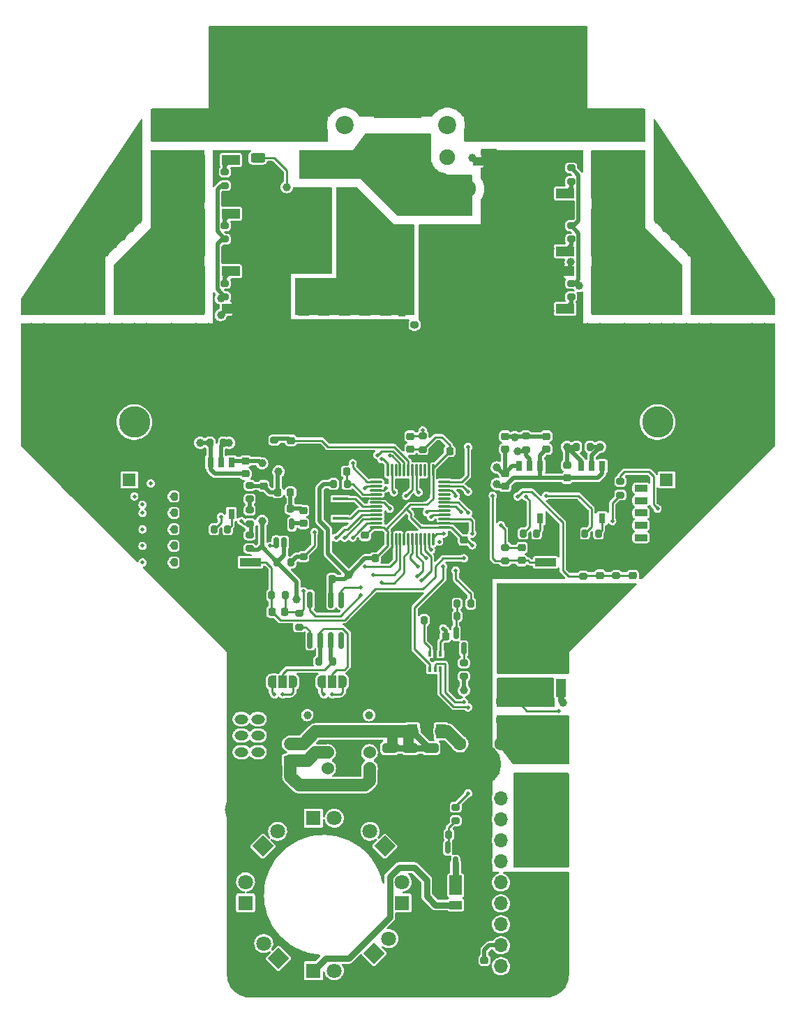
<source format=gbr>
G04 #@! TF.GenerationSoftware,KiCad,Pcbnew,(6.0.8)*
G04 #@! TF.CreationDate,2022-12-09T11:51:08+09:00*
G04 #@! TF.ProjectId,ORION_boost_v3,4f52494f-4e5f-4626-9f6f-73745f76332e,rev?*
G04 #@! TF.SameCoordinates,Original*
G04 #@! TF.FileFunction,Copper,L4,Bot*
G04 #@! TF.FilePolarity,Positive*
%FSLAX46Y46*%
G04 Gerber Fmt 4.6, Leading zero omitted, Abs format (unit mm)*
G04 Created by KiCad (PCBNEW (6.0.8)) date 2022-12-09 11:51:08*
%MOMM*%
%LPD*%
G01*
G04 APERTURE LIST*
G04 Aperture macros list*
%AMRoundRect*
0 Rectangle with rounded corners*
0 $1 Rounding radius*
0 $2 $3 $4 $5 $6 $7 $8 $9 X,Y pos of 4 corners*
0 Add a 4 corners polygon primitive as box body*
4,1,4,$2,$3,$4,$5,$6,$7,$8,$9,$2,$3,0*
0 Add four circle primitives for the rounded corners*
1,1,$1+$1,$2,$3*
1,1,$1+$1,$4,$5*
1,1,$1+$1,$6,$7*
1,1,$1+$1,$8,$9*
0 Add four rect primitives between the rounded corners*
20,1,$1+$1,$2,$3,$4,$5,0*
20,1,$1+$1,$4,$5,$6,$7,0*
20,1,$1+$1,$6,$7,$8,$9,0*
20,1,$1+$1,$8,$9,$2,$3,0*%
%AMRotRect*
0 Rectangle, with rotation*
0 The origin of the aperture is its center*
0 $1 length*
0 $2 width*
0 $3 Rotation angle, in degrees counterclockwise*
0 Add horizontal line*
21,1,$1,$2,0,0,$3*%
%AMFreePoly0*
4,1,22,0.550000,-0.750000,0.000000,-0.750000,0.000000,-0.745033,-0.079941,-0.743568,-0.215256,-0.701293,-0.333266,-0.622738,-0.424486,-0.514219,-0.481581,-0.384460,-0.499164,-0.250000,-0.500000,-0.250000,-0.500000,0.250000,-0.499164,0.250000,-0.499963,0.256109,-0.478152,0.396186,-0.417904,0.524511,-0.324060,0.630769,-0.204165,0.706417,-0.067858,0.745374,0.000000,0.744959,0.000000,0.750000,
0.550000,0.750000,0.550000,-0.750000,0.550000,-0.750000,$1*%
%AMFreePoly1*
4,1,20,0.000000,0.744959,0.073905,0.744508,0.209726,0.703889,0.328688,0.626782,0.421226,0.519385,0.479903,0.390333,0.500000,0.250000,0.500000,-0.250000,0.499851,-0.262216,0.476331,-0.402017,0.414519,-0.529596,0.319384,-0.634700,0.198574,-0.708877,0.061801,-0.746166,0.000000,-0.745033,0.000000,-0.750000,-0.550000,-0.750000,-0.550000,0.750000,0.000000,0.750000,0.000000,0.744959,
0.000000,0.744959,$1*%
G04 Aperture macros list end*
G04 #@! TA.AperFunction,ComponentPad*
%ADD10O,2.800000X2.460000*%
G04 #@! TD*
G04 #@! TA.AperFunction,ComponentPad*
%ADD11R,3.800000X3.800000*%
G04 #@! TD*
G04 #@! TA.AperFunction,ComponentPad*
%ADD12C,3.800000*%
G04 #@! TD*
G04 #@! TA.AperFunction,ComponentPad*
%ADD13RoundRect,0.250000X0.625000X-0.350000X0.625000X0.350000X-0.625000X0.350000X-0.625000X-0.350000X0*%
G04 #@! TD*
G04 #@! TA.AperFunction,ComponentPad*
%ADD14O,1.750000X1.200000*%
G04 #@! TD*
G04 #@! TA.AperFunction,ComponentPad*
%ADD15C,1.524000*%
G04 #@! TD*
G04 #@! TA.AperFunction,ComponentPad*
%ADD16RoundRect,0.250000X-0.575000X0.350000X-0.575000X-0.350000X0.575000X-0.350000X0.575000X0.350000X0*%
G04 #@! TD*
G04 #@! TA.AperFunction,ComponentPad*
%ADD17O,1.650000X1.200000*%
G04 #@! TD*
G04 #@! TA.AperFunction,ComponentPad*
%ADD18R,1.700000X1.700000*%
G04 #@! TD*
G04 #@! TA.AperFunction,ComponentPad*
%ADD19O,1.700000X1.700000*%
G04 #@! TD*
G04 #@! TA.AperFunction,ComponentPad*
%ADD20RoundRect,0.500000X-0.500000X2.000000X-0.500000X-2.000000X0.500000X-2.000000X0.500000X2.000000X0*%
G04 #@! TD*
G04 #@! TA.AperFunction,ComponentPad*
%ADD21RoundRect,0.250000X1.150000X-0.980000X1.150000X0.980000X-1.150000X0.980000X-1.150000X-0.980000X0*%
G04 #@! TD*
G04 #@! TA.AperFunction,ComponentPad*
%ADD22C,5.000000*%
G04 #@! TD*
G04 #@! TA.AperFunction,ComponentPad*
%ADD23RoundRect,0.225000X0.575000X-0.225000X0.575000X0.225000X-0.575000X0.225000X-0.575000X-0.225000X0*%
G04 #@! TD*
G04 #@! TA.AperFunction,ComponentPad*
%ADD24R,1.600000X1.600000*%
G04 #@! TD*
G04 #@! TA.AperFunction,ComponentPad*
%ADD25C,1.600000*%
G04 #@! TD*
G04 #@! TA.AperFunction,SMDPad,CuDef*
%ADD26RoundRect,0.200000X-0.200000X-0.275000X0.200000X-0.275000X0.200000X0.275000X-0.200000X0.275000X0*%
G04 #@! TD*
G04 #@! TA.AperFunction,SMDPad,CuDef*
%ADD27RoundRect,0.250000X-0.625000X0.312500X-0.625000X-0.312500X0.625000X-0.312500X0.625000X0.312500X0*%
G04 #@! TD*
G04 #@! TA.AperFunction,SMDPad,CuDef*
%ADD28R,2.580000X1.000000*%
G04 #@! TD*
G04 #@! TA.AperFunction,SMDPad,CuDef*
%ADD29R,2.200000X1.200000*%
G04 #@! TD*
G04 #@! TA.AperFunction,SMDPad,CuDef*
%ADD30R,6.400000X5.800000*%
G04 #@! TD*
G04 #@! TA.AperFunction,SMDPad,CuDef*
%ADD31R,1.200000X1.200000*%
G04 #@! TD*
G04 #@! TA.AperFunction,SMDPad,CuDef*
%ADD32R,1.000000X1.200000*%
G04 #@! TD*
G04 #@! TA.AperFunction,SMDPad,CuDef*
%ADD33FreePoly0,0.000000*%
G04 #@! TD*
G04 #@! TA.AperFunction,SMDPad,CuDef*
%ADD34R,1.000000X1.500000*%
G04 #@! TD*
G04 #@! TA.AperFunction,SMDPad,CuDef*
%ADD35FreePoly1,0.000000*%
G04 #@! TD*
G04 #@! TA.AperFunction,SMDPad,CuDef*
%ADD36RoundRect,0.200000X0.200000X0.275000X-0.200000X0.275000X-0.200000X-0.275000X0.200000X-0.275000X0*%
G04 #@! TD*
G04 #@! TA.AperFunction,SMDPad,CuDef*
%ADD37RoundRect,0.225000X-0.225000X-0.250000X0.225000X-0.250000X0.225000X0.250000X-0.225000X0.250000X0*%
G04 #@! TD*
G04 #@! TA.AperFunction,SMDPad,CuDef*
%ADD38RoundRect,0.200000X0.275000X-0.200000X0.275000X0.200000X-0.275000X0.200000X-0.275000X-0.200000X0*%
G04 #@! TD*
G04 #@! TA.AperFunction,SMDPad,CuDef*
%ADD39RoundRect,0.150000X0.150000X-0.512500X0.150000X0.512500X-0.150000X0.512500X-0.150000X-0.512500X0*%
G04 #@! TD*
G04 #@! TA.AperFunction,SMDPad,CuDef*
%ADD40RoundRect,0.200000X-0.275000X0.200000X-0.275000X-0.200000X0.275000X-0.200000X0.275000X0.200000X0*%
G04 #@! TD*
G04 #@! TA.AperFunction,SMDPad,CuDef*
%ADD41RoundRect,0.225000X-0.250000X0.225000X-0.250000X-0.225000X0.250000X-0.225000X0.250000X0.225000X0*%
G04 #@! TD*
G04 #@! TA.AperFunction,ComponentPad*
%ADD42RoundRect,0.250000X0.980000X1.150000X-0.980000X1.150000X-0.980000X-1.150000X0.980000X-1.150000X0*%
G04 #@! TD*
G04 #@! TA.AperFunction,ComponentPad*
%ADD43O,2.460000X2.800000*%
G04 #@! TD*
G04 #@! TA.AperFunction,ComponentPad*
%ADD44RotRect,1.800000X1.800000X45.000000*%
G04 #@! TD*
G04 #@! TA.AperFunction,ComponentPad*
%ADD45C,1.800000*%
G04 #@! TD*
G04 #@! TA.AperFunction,SMDPad,CuDef*
%ADD46RoundRect,0.250000X0.650000X-0.325000X0.650000X0.325000X-0.650000X0.325000X-0.650000X-0.325000X0*%
G04 #@! TD*
G04 #@! TA.AperFunction,ComponentPad*
%ADD47RotRect,1.800000X1.800000X135.000000*%
G04 #@! TD*
G04 #@! TA.AperFunction,SMDPad,CuDef*
%ADD48RoundRect,0.225000X0.250000X-0.225000X0.250000X0.225000X-0.250000X0.225000X-0.250000X-0.225000X0*%
G04 #@! TD*
G04 #@! TA.AperFunction,SMDPad,CuDef*
%ADD49R,1.500000X1.050000*%
G04 #@! TD*
G04 #@! TA.AperFunction,SMDPad,CuDef*
%ADD50R,1.500000X2.400000*%
G04 #@! TD*
G04 #@! TA.AperFunction,SMDPad,CuDef*
%ADD51R,0.400000X0.650000*%
G04 #@! TD*
G04 #@! TA.AperFunction,SMDPad,CuDef*
%ADD52RoundRect,0.225000X0.225000X0.250000X-0.225000X0.250000X-0.225000X-0.250000X0.225000X-0.250000X0*%
G04 #@! TD*
G04 #@! TA.AperFunction,SMDPad,CuDef*
%ADD53RoundRect,0.250000X-0.650000X0.325000X-0.650000X-0.325000X0.650000X-0.325000X0.650000X0.325000X0*%
G04 #@! TD*
G04 #@! TA.AperFunction,SMDPad,CuDef*
%ADD54R,1.900000X0.400000*%
G04 #@! TD*
G04 #@! TA.AperFunction,ComponentPad*
%ADD55C,2.200000*%
G04 #@! TD*
G04 #@! TA.AperFunction,SMDPad,CuDef*
%ADD56R,0.800000X1.200000*%
G04 #@! TD*
G04 #@! TA.AperFunction,SMDPad,CuDef*
%ADD57RoundRect,0.150000X-0.150000X0.825000X-0.150000X-0.825000X0.150000X-0.825000X0.150000X0.825000X0*%
G04 #@! TD*
G04 #@! TA.AperFunction,ComponentPad*
%ADD58R,1.800000X1.800000*%
G04 #@! TD*
G04 #@! TA.AperFunction,SMDPad,CuDef*
%ADD59RoundRect,0.150000X-0.150000X0.587500X-0.150000X-0.587500X0.150000X-0.587500X0.150000X0.587500X0*%
G04 #@! TD*
G04 #@! TA.AperFunction,SMDPad,CuDef*
%ADD60R,1.200000X2.200000*%
G04 #@! TD*
G04 #@! TA.AperFunction,SMDPad,CuDef*
%ADD61R,5.800000X6.400000*%
G04 #@! TD*
G04 #@! TA.AperFunction,SMDPad,CuDef*
%ADD62R,1.300000X1.700000*%
G04 #@! TD*
G04 #@! TA.AperFunction,SMDPad,CuDef*
%ADD63RoundRect,0.218750X0.218750X0.256250X-0.218750X0.256250X-0.218750X-0.256250X0.218750X-0.256250X0*%
G04 #@! TD*
G04 #@! TA.AperFunction,SMDPad,CuDef*
%ADD64RoundRect,0.250000X2.350000X-0.325000X2.350000X0.325000X-2.350000X0.325000X-2.350000X-0.325000X0*%
G04 #@! TD*
G04 #@! TA.AperFunction,SMDPad,CuDef*
%ADD65RoundRect,0.075000X-0.662500X-0.075000X0.662500X-0.075000X0.662500X0.075000X-0.662500X0.075000X0*%
G04 #@! TD*
G04 #@! TA.AperFunction,SMDPad,CuDef*
%ADD66RoundRect,0.075000X-0.075000X-0.662500X0.075000X-0.662500X0.075000X0.662500X-0.075000X0.662500X0*%
G04 #@! TD*
G04 #@! TA.AperFunction,SMDPad,CuDef*
%ADD67R,12.500000X3.150000*%
G04 #@! TD*
G04 #@! TA.AperFunction,ComponentPad*
%ADD68C,1.905000*%
G04 #@! TD*
G04 #@! TA.AperFunction,ComponentPad*
%ADD69O,1.905000X2.000000*%
G04 #@! TD*
G04 #@! TA.AperFunction,ComponentPad*
%ADD70R,1.905000X2.000000*%
G04 #@! TD*
G04 #@! TA.AperFunction,SMDPad,CuDef*
%ADD71R,1.000000X1.000000*%
G04 #@! TD*
G04 #@! TA.AperFunction,SMDPad,CuDef*
%ADD72RoundRect,0.218750X0.256250X-0.218750X0.256250X0.218750X-0.256250X0.218750X-0.256250X-0.218750X0*%
G04 #@! TD*
G04 #@! TA.AperFunction,SMDPad,CuDef*
%ADD73RoundRect,0.218750X-0.218750X-0.256250X0.218750X-0.256250X0.218750X0.256250X-0.218750X0.256250X0*%
G04 #@! TD*
G04 #@! TA.AperFunction,ViaPad*
%ADD74C,1.000000*%
G04 #@! TD*
G04 #@! TA.AperFunction,ViaPad*
%ADD75C,0.500000*%
G04 #@! TD*
G04 #@! TA.AperFunction,ViaPad*
%ADD76C,4.000000*%
G04 #@! TD*
G04 #@! TA.AperFunction,Conductor*
%ADD77C,0.250000*%
G04 #@! TD*
G04 #@! TA.AperFunction,Conductor*
%ADD78C,0.500000*%
G04 #@! TD*
G04 #@! TA.AperFunction,Conductor*
%ADD79C,0.800000*%
G04 #@! TD*
G04 #@! TA.AperFunction,Conductor*
%ADD80C,1.500000*%
G04 #@! TD*
G04 APERTURE END LIST*
D10*
X165450000Y-78480000D03*
X165450000Y-74520000D03*
D11*
X88000000Y-89000000D03*
D12*
X93000000Y-89000000D03*
D13*
X112000000Y-130000000D03*
D14*
X112000000Y-128000000D03*
D15*
X121540000Y-130951000D03*
X119000000Y-130951000D03*
X116460000Y-130951000D03*
D16*
X108000000Y-123000000D03*
D17*
X106000000Y-123000000D03*
X108000000Y-125000000D03*
X106000000Y-125000000D03*
X108000000Y-127000000D03*
X106000000Y-127000000D03*
X108000000Y-129000000D03*
X106000000Y-129000000D03*
D18*
X137500000Y-157500000D03*
D19*
X137500000Y-154960000D03*
X137500000Y-152420000D03*
X137500000Y-149880000D03*
X137500000Y-147340000D03*
X137500000Y-144800000D03*
X137500000Y-142260000D03*
X137500000Y-139720000D03*
X137500000Y-137180000D03*
X137500000Y-134640000D03*
D20*
X142500000Y-127250000D03*
X142500000Y-134750000D03*
D21*
X84550000Y-78480000D03*
D10*
X84550000Y-74520000D03*
D15*
X116460000Y-129049000D03*
X119000000Y-129049000D03*
X121540000Y-129049000D03*
D11*
X161500000Y-89000000D03*
D12*
X156500000Y-89000000D03*
D22*
X142500000Y-140000000D03*
D23*
X154500000Y-104500000D03*
X154500000Y-103000000D03*
X154500000Y-101500000D03*
X154500000Y-100000000D03*
X154500000Y-98500000D03*
X154500000Y-97000000D03*
D22*
X135000000Y-130500000D03*
D24*
X92402651Y-96000000D03*
D25*
X87402651Y-96000000D03*
D26*
X109675000Y-110000000D03*
X111325000Y-110000000D03*
D27*
X108000000Y-54037500D03*
X108000000Y-56962500D03*
D28*
X102915000Y-106000000D03*
X107085000Y-106000000D03*
D29*
X104700000Y-70720000D03*
D30*
X98400000Y-73000000D03*
D31*
X105200000Y-75280000D03*
D32*
X104106800Y-75280000D03*
D33*
X109700000Y-120500000D03*
D34*
X111000000Y-120500000D03*
D35*
X112300000Y-120500000D03*
D36*
X97825000Y-104000000D03*
X96175000Y-104000000D03*
D37*
X117225000Y-95000000D03*
X118775000Y-95000000D03*
D24*
X157597349Y-96000000D03*
D25*
X162597349Y-96000000D03*
D38*
X138000000Y-104175000D03*
X138000000Y-105825000D03*
D36*
X104325000Y-102000000D03*
X102675000Y-102000000D03*
D39*
X112125000Y-103637500D03*
X111175000Y-103637500D03*
X110225000Y-103637500D03*
X110225000Y-101362500D03*
X112125000Y-101362500D03*
D40*
X107000000Y-99675000D03*
X107000000Y-101325000D03*
D36*
X97825000Y-102000000D03*
X96175000Y-102000000D03*
X112000000Y-106000000D03*
X110350000Y-106000000D03*
D41*
X133000000Y-101725000D03*
X133000000Y-103275000D03*
D26*
X128175000Y-113000000D03*
X129825000Y-113000000D03*
D42*
X91980000Y-74450000D03*
D43*
X88020000Y-74450000D03*
D44*
X108598439Y-140401561D03*
D45*
X110394490Y-138605510D03*
D46*
X124000000Y-128525000D03*
X124000000Y-131475000D03*
D38*
X147500000Y-109325000D03*
X147500000Y-107675000D03*
D47*
X123401561Y-140401561D03*
D45*
X121605510Y-138605510D03*
D41*
X140000000Y-105775000D03*
X140000000Y-104225000D03*
D37*
X129225000Y-115000000D03*
X130775000Y-115000000D03*
D29*
X145300000Y-61280000D03*
D30*
X151600000Y-59000000D03*
D29*
X145300000Y-56720000D03*
D40*
X128000000Y-92325000D03*
X128000000Y-90675000D03*
D37*
X129725000Y-92500000D03*
X131275000Y-92500000D03*
D26*
X132175000Y-111000000D03*
X133825000Y-111000000D03*
D40*
X104000000Y-65175000D03*
X104000000Y-66825000D03*
X133000000Y-118175000D03*
X133000000Y-119825000D03*
D48*
X125500000Y-77275000D03*
X125500000Y-75725000D03*
D49*
X132000000Y-147525000D03*
D50*
X132000000Y-145150000D03*
D36*
X97825000Y-100000000D03*
X96175000Y-100000000D03*
D51*
X128850000Y-117050000D03*
X129500000Y-117050000D03*
X130150000Y-117050000D03*
X130150000Y-118950000D03*
X129500000Y-118950000D03*
X128850000Y-118950000D03*
D40*
X146000000Y-72175000D03*
X146000000Y-73825000D03*
X140500000Y-90675000D03*
X140500000Y-92325000D03*
D52*
X111275000Y-112000000D03*
X109725000Y-112000000D03*
D53*
X118500000Y-75525000D03*
X118500000Y-78475000D03*
D29*
X104700000Y-57220000D03*
D30*
X98400000Y-59500000D03*
D29*
X104700000Y-61780000D03*
D48*
X121000000Y-104275000D03*
X121000000Y-102725000D03*
D29*
X104700000Y-63720000D03*
D30*
X98400000Y-66000000D03*
D29*
X104700000Y-68280000D03*
D48*
X106500000Y-95275000D03*
X106500000Y-93725000D03*
D54*
X118000000Y-98300000D03*
X118000000Y-99500000D03*
X118000000Y-100700000D03*
D38*
X132000000Y-135675000D03*
X132000000Y-137325000D03*
D55*
X146000000Y-53000000D03*
X131000000Y-53000000D03*
D56*
X149770000Y-100650000D03*
X147230000Y-100650000D03*
X147230000Y-94350000D03*
X148500000Y-94350000D03*
X149770000Y-94350000D03*
D26*
X146675000Y-92000000D03*
X148325000Y-92000000D03*
D25*
X132500000Y-128000000D03*
X137500000Y-128000000D03*
D36*
X118825000Y-96500000D03*
X117175000Y-96500000D03*
D48*
X143000000Y-92275000D03*
X143000000Y-90725000D03*
X138000000Y-92275000D03*
X138000000Y-90725000D03*
X126500000Y-90725000D03*
X126500000Y-92275000D03*
D40*
X107000000Y-102675000D03*
X107000000Y-104325000D03*
D57*
X114320000Y-110525000D03*
X115590000Y-110525000D03*
X116860000Y-110525000D03*
X118130000Y-110525000D03*
X118130000Y-115475000D03*
X116860000Y-115475000D03*
X115590000Y-115475000D03*
X114320000Y-115475000D03*
D58*
X106500000Y-147275000D03*
D45*
X106500000Y-144735000D03*
D48*
X135500000Y-155775000D03*
X135500000Y-154225000D03*
D40*
X110000000Y-91175000D03*
X110000000Y-92825000D03*
D59*
X132050000Y-114562500D03*
X133950000Y-114562500D03*
X133000000Y-116437500D03*
D60*
X144780000Y-121200000D03*
D61*
X142500000Y-114900000D03*
D60*
X140220000Y-121200000D03*
D41*
X138000000Y-95225000D03*
X138000000Y-96775000D03*
D40*
X146000000Y-58175000D03*
X146000000Y-59825000D03*
D62*
X126750000Y-126500000D03*
X130250000Y-126500000D03*
D63*
X111962500Y-97500000D03*
X110387500Y-97500000D03*
D36*
X117050000Y-118000000D03*
X115400000Y-118000000D03*
D38*
X152000000Y-97825000D03*
X152000000Y-96175000D03*
D41*
X145500000Y-94225000D03*
X145500000Y-95775000D03*
D46*
X126500000Y-131475000D03*
X126500000Y-128525000D03*
D64*
X139500000Y-125125000D03*
X139500000Y-122875000D03*
D36*
X97825000Y-106000000D03*
X96175000Y-106000000D03*
D58*
X114725000Y-155500000D03*
D45*
X117265000Y-155500000D03*
D53*
X121000000Y-75525000D03*
X121000000Y-78475000D03*
D26*
X102175000Y-91500000D03*
X103825000Y-91500000D03*
D56*
X104770000Y-100150000D03*
X102230000Y-100150000D03*
X102230000Y-93850000D03*
X103500000Y-93850000D03*
X104770000Y-93850000D03*
D38*
X127000000Y-78825000D03*
X127000000Y-77175000D03*
D53*
X116000000Y-75525000D03*
X116000000Y-78475000D03*
D47*
X110500000Y-154000000D03*
D45*
X108703949Y-152203949D03*
D65*
X122337500Y-101750000D03*
X122337500Y-101250000D03*
X122337500Y-100750000D03*
X122337500Y-100250000D03*
X122337500Y-99750000D03*
X122337500Y-99250000D03*
X122337500Y-98750000D03*
X122337500Y-98250000D03*
X122337500Y-97750000D03*
X122337500Y-97250000D03*
X122337500Y-96750000D03*
X122337500Y-96250000D03*
D66*
X123750000Y-94837500D03*
X124250000Y-94837500D03*
X124750000Y-94837500D03*
X125250000Y-94837500D03*
X125750000Y-94837500D03*
X126250000Y-94837500D03*
X126750000Y-94837500D03*
X127250000Y-94837500D03*
X127750000Y-94837500D03*
X128250000Y-94837500D03*
X128750000Y-94837500D03*
X129250000Y-94837500D03*
D65*
X130662500Y-96250000D03*
X130662500Y-96750000D03*
X130662500Y-97250000D03*
X130662500Y-97750000D03*
X130662500Y-98250000D03*
X130662500Y-98750000D03*
X130662500Y-99250000D03*
X130662500Y-99750000D03*
X130662500Y-100250000D03*
X130662500Y-100750000D03*
X130662500Y-101250000D03*
X130662500Y-101750000D03*
D66*
X129250000Y-103162500D03*
X128750000Y-103162500D03*
X128250000Y-103162500D03*
X127750000Y-103162500D03*
X127250000Y-103162500D03*
X126750000Y-103162500D03*
X126250000Y-103162500D03*
X125750000Y-103162500D03*
X125250000Y-103162500D03*
X124750000Y-103162500D03*
X124250000Y-103162500D03*
X123750000Y-103162500D03*
D40*
X107000000Y-96675000D03*
X107000000Y-98325000D03*
D67*
X119500000Y-73175000D03*
X119500000Y-57825000D03*
D37*
X115450000Y-108000000D03*
X117000000Y-108000000D03*
D68*
X130960000Y-56907500D03*
D69*
X133500000Y-60717500D03*
D70*
X136040000Y-56907500D03*
D71*
X134617600Y-57415500D03*
D41*
X149500000Y-106012500D03*
X149500000Y-107562500D03*
D53*
X113500000Y-75525000D03*
X113500000Y-78475000D03*
D58*
X125500000Y-147275000D03*
D45*
X125500000Y-144735000D03*
D42*
X161980000Y-74450000D03*
D43*
X158020000Y-74450000D03*
D46*
X129000000Y-131475000D03*
X129000000Y-128525000D03*
D44*
X122098439Y-153401561D03*
D45*
X123894490Y-151605510D03*
D40*
X113500000Y-103675000D03*
X113500000Y-105325000D03*
X104000000Y-72175000D03*
X104000000Y-73825000D03*
D48*
X108675000Y-98275000D03*
X108675000Y-96725000D03*
X112000000Y-92775000D03*
X112000000Y-91225000D03*
D56*
X142270000Y-100650000D03*
X139730000Y-100650000D03*
X139730000Y-94350000D03*
X141000000Y-94350000D03*
X142270000Y-94350000D03*
D58*
X114725000Y-137000000D03*
D45*
X117265000Y-137000000D03*
D40*
X104000000Y-58675000D03*
X104000000Y-60325000D03*
D53*
X123500000Y-75525000D03*
X123500000Y-78475000D03*
D55*
X103500000Y-53000000D03*
X118500000Y-53000000D03*
D59*
X132000000Y-142437500D03*
X132950000Y-140562500D03*
X131050000Y-140562500D03*
D36*
X141825000Y-102500000D03*
X140175000Y-102500000D03*
D52*
X123775000Y-105500000D03*
X122225000Y-105500000D03*
D33*
X115700000Y-120500000D03*
D34*
X117000000Y-120500000D03*
D35*
X118300000Y-120500000D03*
D29*
X145300000Y-75280000D03*
D30*
X151600000Y-73000000D03*
D31*
X144800000Y-70720000D03*
D32*
X145893200Y-70720000D03*
D36*
X131175000Y-139000000D03*
X132825000Y-139000000D03*
D61*
X125000000Y-48900000D03*
D60*
X122720000Y-55200000D03*
X127280000Y-55200000D03*
D48*
X113500000Y-101275000D03*
X113500000Y-99725000D03*
D40*
X146000000Y-65175000D03*
X146000000Y-66825000D03*
D28*
X147085000Y-106000000D03*
X142915000Y-106000000D03*
D36*
X133825000Y-112500000D03*
X132175000Y-112500000D03*
D29*
X145300000Y-68280000D03*
D30*
X151600000Y-66000000D03*
D29*
X145300000Y-63720000D03*
D72*
X153500000Y-107575000D03*
X153500000Y-106000000D03*
D38*
X151500000Y-107612500D03*
X151500000Y-105962500D03*
D36*
X149325000Y-102500000D03*
X147675000Y-102500000D03*
D40*
X113000000Y-112175000D03*
X113000000Y-113825000D03*
D73*
X110387500Y-99500000D03*
X111962500Y-99500000D03*
D36*
X97825000Y-98000000D03*
X96175000Y-98000000D03*
D74*
X115000000Y-52500000D03*
X115000000Y-51000000D03*
X135000000Y-52500000D03*
X135000000Y-51000000D03*
X106000000Y-54000000D03*
X112000000Y-54000000D03*
X107500000Y-54000000D03*
X110500000Y-54000000D03*
X113500000Y-54000000D03*
X109000000Y-54000000D03*
X110500000Y-51000000D03*
X107500000Y-52500000D03*
X106000000Y-52500000D03*
X110500000Y-52500000D03*
X106000000Y-51000000D03*
X113500000Y-51000000D03*
X109000000Y-51000000D03*
X107500000Y-51000000D03*
X112000000Y-51000000D03*
X112000000Y-52500000D03*
X109000000Y-52500000D03*
X113500000Y-52500000D03*
X136500000Y-54000000D03*
X142500000Y-54000000D03*
X138000000Y-54000000D03*
X141000000Y-54000000D03*
X144000000Y-54000000D03*
X139500000Y-54000000D03*
X141000000Y-51000000D03*
X138000000Y-52500000D03*
X136500000Y-52500000D03*
X141000000Y-52500000D03*
X136500000Y-51000000D03*
X144000000Y-51000000D03*
X139500000Y-51000000D03*
X138000000Y-51000000D03*
X142500000Y-51000000D03*
X142500000Y-52500000D03*
X139500000Y-52500000D03*
X144000000Y-52500000D03*
X119000000Y-124500000D03*
D75*
X131900500Y-140500000D03*
D74*
X133500000Y-113500000D03*
X130300000Y-110700000D03*
X103000000Y-49500000D03*
X147000000Y-42000000D03*
X121000000Y-46500000D03*
X121000000Y-48000000D03*
X121000000Y-49500000D03*
X129000000Y-46500000D03*
X129000000Y-48000000D03*
X129000000Y-49500000D03*
X130500000Y-49500000D03*
X164500000Y-85000000D03*
X86000000Y-85000000D03*
X93500000Y-85000000D03*
X92000000Y-85000000D03*
X90500000Y-85000000D03*
X89000000Y-85000000D03*
X87500000Y-85000000D03*
X163000000Y-85000000D03*
X161500000Y-85000000D03*
X160000000Y-85000000D03*
X158500000Y-85000000D03*
X157000000Y-85000000D03*
X100500000Y-79000000D03*
X94500000Y-79000000D03*
X155500000Y-79000000D03*
X145000000Y-77000000D03*
X145000000Y-78500000D03*
X145000000Y-80000000D03*
X148000000Y-80500000D03*
X149500000Y-80500000D03*
X149500000Y-79000000D03*
X148000000Y-79000000D03*
X116500000Y-69500000D03*
X115000000Y-69500000D03*
X113500000Y-69500000D03*
X115000000Y-68000000D03*
X116500000Y-68000000D03*
X116500000Y-66500000D03*
X133500000Y-49500000D03*
X142500000Y-49500000D03*
X145500000Y-49500000D03*
X139500000Y-49500000D03*
X132000000Y-49500000D03*
X147000000Y-49500000D03*
X141000000Y-49500000D03*
X136500000Y-49500000D03*
X144000000Y-49500000D03*
X138000000Y-49500000D03*
X135000000Y-49500000D03*
X106000000Y-49500000D03*
X115000000Y-49500000D03*
X118000000Y-49500000D03*
X112000000Y-49500000D03*
X104500000Y-49500000D03*
X119500000Y-49500000D03*
X113500000Y-49500000D03*
X109000000Y-49500000D03*
X116500000Y-49500000D03*
X110500000Y-49500000D03*
X107500000Y-49500000D03*
X116500000Y-42000000D03*
X126000000Y-42000000D03*
X144000000Y-42000000D03*
X109000000Y-42000000D03*
X132000000Y-42000000D03*
X135000000Y-42000000D03*
X110500000Y-42000000D03*
X130500000Y-42000000D03*
X142500000Y-42000000D03*
X145500000Y-42000000D03*
X138000000Y-42000000D03*
X103000000Y-42000000D03*
X136500000Y-42000000D03*
X127500000Y-42000000D03*
X141000000Y-42000000D03*
X121000000Y-42000000D03*
X115000000Y-42000000D03*
X139500000Y-42000000D03*
X104500000Y-42000000D03*
X112000000Y-42000000D03*
X124000000Y-42000000D03*
X113500000Y-42000000D03*
X133500000Y-42000000D03*
X122500000Y-42000000D03*
X118000000Y-42000000D03*
X119500000Y-42000000D03*
X107500000Y-42000000D03*
X106000000Y-42000000D03*
X129000000Y-42000000D03*
X115000000Y-57500000D03*
X115000000Y-59000000D03*
X113500000Y-59000000D03*
X116500000Y-59000000D03*
X116500000Y-57500000D03*
X139000000Y-63500000D03*
X140500000Y-65000000D03*
X139000000Y-65000000D03*
X137500000Y-65000000D03*
X136000000Y-65000000D03*
X119500000Y-62000000D03*
X118000000Y-62000000D03*
X118000000Y-63500000D03*
X119500000Y-63500000D03*
X121000000Y-63500000D03*
X122500000Y-65000000D03*
X121000000Y-65000000D03*
X119500000Y-65000000D03*
X118000000Y-65000000D03*
X143500000Y-80000000D03*
X136000000Y-72500000D03*
X136000000Y-69500000D03*
X115000000Y-65000000D03*
X113500000Y-80000000D03*
X143500000Y-75500000D03*
X158500000Y-83500000D03*
X96500000Y-85000000D03*
X140500000Y-75500000D03*
X93000000Y-80500000D03*
D76*
X128000000Y-151000000D03*
D74*
X149500000Y-77500000D03*
D75*
X149000000Y-104500000D03*
X146000000Y-104500000D03*
D74*
X91500000Y-77500000D03*
X112000000Y-68000000D03*
X155500000Y-83500000D03*
X161500000Y-80500000D03*
X99500000Y-85000000D03*
X112000000Y-86500000D03*
X106000000Y-66000000D03*
X98000000Y-83500000D03*
X87500000Y-83500000D03*
D75*
X113500000Y-103000000D03*
D74*
X133000000Y-74000000D03*
X115000000Y-66500000D03*
X133000000Y-66500000D03*
X110500000Y-71000000D03*
X160000000Y-83500000D03*
X80500000Y-82000000D03*
X137500000Y-74000000D03*
X142000000Y-74000000D03*
X168000000Y-80500000D03*
X134500000Y-80000000D03*
X96500000Y-86500000D03*
X140500000Y-80000000D03*
X113500000Y-85000000D03*
X157000000Y-83500000D03*
X149500000Y-85000000D03*
X110500000Y-83500000D03*
X107500000Y-69500000D03*
X90500000Y-83500000D03*
X163000000Y-80500000D03*
X142000000Y-75500000D03*
D76*
X97500000Y-79000000D03*
D74*
X155500000Y-77500000D03*
X86000000Y-83500000D03*
X107500000Y-68000000D03*
X113500000Y-83500000D03*
X166000000Y-83500000D03*
X143500000Y-83500000D03*
X108000000Y-83500000D03*
X140500000Y-71000000D03*
X151000000Y-85000000D03*
X115000000Y-83500000D03*
X115000000Y-80000000D03*
X102500000Y-85000000D03*
X126500000Y-133000000D03*
X109000000Y-63000000D03*
X140500000Y-85000000D03*
X143500000Y-78500000D03*
X148000000Y-85000000D03*
D75*
X116156233Y-107156233D03*
D74*
X106000000Y-80000000D03*
X134500000Y-77000000D03*
X160000000Y-77500000D03*
X137500000Y-59000000D03*
X94500000Y-80500000D03*
X140500000Y-68000000D03*
X140500000Y-86500000D03*
X168000000Y-77500000D03*
X143500000Y-74000000D03*
X101000000Y-86500000D03*
X136000000Y-83500000D03*
X90000000Y-80500000D03*
X113500000Y-63500000D03*
X88500000Y-79000000D03*
X87000000Y-77500000D03*
X80500000Y-77500000D03*
X113500000Y-65000000D03*
X134500000Y-74000000D03*
X133000000Y-78500000D03*
X143500000Y-65000000D03*
X145000000Y-85000000D03*
X107500000Y-75500000D03*
D76*
X82000000Y-86000000D03*
D74*
X90000000Y-79000000D03*
X134500000Y-71000000D03*
X110500000Y-72500000D03*
X137500000Y-78500000D03*
X108000000Y-64000000D03*
X133000000Y-80000000D03*
X136000000Y-68000000D03*
D76*
X82000000Y-91000000D03*
D74*
X106500000Y-85000000D03*
X137000000Y-61000000D03*
X110000000Y-62000000D03*
X91500000Y-79000000D03*
X143500000Y-72500000D03*
X140500000Y-77000000D03*
X139000000Y-69500000D03*
D75*
X99500000Y-108000000D03*
D74*
X137000000Y-62500000D03*
X112000000Y-65000000D03*
X107000000Y-65000000D03*
X110500000Y-77000000D03*
X107500000Y-72500000D03*
X136000000Y-85000000D03*
X142000000Y-68000000D03*
X102500000Y-83500000D03*
X136000000Y-74000000D03*
X154000000Y-86500000D03*
D75*
X116000000Y-94000000D03*
D74*
X91500000Y-80500000D03*
X93000000Y-79000000D03*
X139000000Y-74000000D03*
X139000000Y-75500000D03*
X89000000Y-83500000D03*
X161500000Y-77500000D03*
X87000000Y-79000000D03*
X107500000Y-80000000D03*
X139000000Y-85000000D03*
X107500000Y-74000000D03*
X140500000Y-66500000D03*
X140500000Y-83500000D03*
X82000000Y-80500000D03*
X139000000Y-71000000D03*
X155500000Y-80500000D03*
X134500000Y-66500000D03*
X143500000Y-77000000D03*
X158500000Y-79000000D03*
X152500000Y-83500000D03*
X143500000Y-68000000D03*
X94500000Y-77500000D03*
X144500000Y-66000000D03*
X134500000Y-83500000D03*
X168000000Y-82000000D03*
X137500000Y-77000000D03*
X106000000Y-68000000D03*
X108000000Y-85000000D03*
X113500000Y-66500000D03*
X145000000Y-83500000D03*
D75*
X120000000Y-104500000D03*
D74*
X113500000Y-68000000D03*
X157000000Y-79000000D03*
D76*
X106000000Y-136000000D03*
D74*
X110500000Y-74000000D03*
D76*
X152500000Y-79000000D03*
D74*
X140500000Y-74000000D03*
X108000000Y-86500000D03*
X106000000Y-74000000D03*
D76*
X168000000Y-91000000D03*
D74*
X140500000Y-78500000D03*
D76*
X128000000Y-136000000D03*
D74*
X133000000Y-69500000D03*
X100500000Y-77500000D03*
D75*
X119000000Y-99500000D03*
D74*
X155500000Y-86500000D03*
X141500000Y-63000000D03*
X140500000Y-69500000D03*
X102000000Y-79000000D03*
X142000000Y-86500000D03*
X112000000Y-85000000D03*
X110500000Y-66500000D03*
X88500000Y-80500000D03*
X137500000Y-68000000D03*
X157000000Y-80500000D03*
X154000000Y-83500000D03*
X134500000Y-78500000D03*
X139000000Y-66500000D03*
D76*
X107000000Y-156000000D03*
D74*
X107500000Y-78500000D03*
X113500000Y-62000000D03*
X106000000Y-77000000D03*
D75*
X111000000Y-101500000D03*
D74*
X140500000Y-62000000D03*
X163000000Y-77500000D03*
X137500000Y-71000000D03*
X133000000Y-71000000D03*
X139000000Y-80000000D03*
X112000000Y-69500000D03*
X112000000Y-80000000D03*
X142000000Y-80000000D03*
X102500000Y-86500000D03*
X106000000Y-75500000D03*
X152500000Y-86500000D03*
X112000000Y-83500000D03*
X139000000Y-77000000D03*
X136000000Y-78500000D03*
X161500000Y-83500000D03*
X137500000Y-75500000D03*
X106000000Y-78500000D03*
X119000000Y-123000000D03*
X151000000Y-83500000D03*
X134500000Y-75500000D03*
X148000000Y-83500000D03*
X136000000Y-75500000D03*
X134500000Y-69500000D03*
X115000000Y-62000000D03*
X136000000Y-80000000D03*
D75*
X139000000Y-103500000D03*
D74*
X151000000Y-86500000D03*
D75*
X112000000Y-94000000D03*
D74*
X102000000Y-77500000D03*
X107500000Y-66500000D03*
X137500000Y-66500000D03*
X106000000Y-72500000D03*
X110500000Y-69500000D03*
X116500000Y-80000000D03*
X140500000Y-72500000D03*
X106500000Y-83500000D03*
X138500000Y-60000000D03*
X136000000Y-66500000D03*
X110500000Y-85000000D03*
X136000000Y-77000000D03*
X82000000Y-79000000D03*
D75*
X125000000Y-99500000D03*
D74*
X160000000Y-79000000D03*
X92000000Y-83500000D03*
X163000000Y-83500000D03*
X161500000Y-79000000D03*
X169500000Y-77500000D03*
X82000000Y-77500000D03*
X155500000Y-85000000D03*
X133000000Y-75500000D03*
X149500000Y-86500000D03*
X163000000Y-79000000D03*
X142000000Y-83500000D03*
X149500000Y-83500000D03*
X137500000Y-80000000D03*
X88500000Y-77500000D03*
X139500000Y-61000000D03*
X102000000Y-80500000D03*
X99500000Y-83500000D03*
X142000000Y-72500000D03*
X93500000Y-83500000D03*
X134500000Y-68000000D03*
X142000000Y-66500000D03*
X168000000Y-79000000D03*
X93000000Y-77500000D03*
X145000000Y-86500000D03*
D75*
X102500000Y-99000000D03*
D74*
X169500000Y-79000000D03*
X148000000Y-86500000D03*
X107500000Y-77000000D03*
X137500000Y-86500000D03*
X139000000Y-72500000D03*
X133000000Y-68000000D03*
X110500000Y-63500000D03*
X137500000Y-72500000D03*
X98000000Y-85000000D03*
X98000000Y-86500000D03*
X139000000Y-86500000D03*
X148000000Y-77500000D03*
X142000000Y-78500000D03*
X95000000Y-86500000D03*
X106500000Y-86500000D03*
X157000000Y-77500000D03*
X137500000Y-83500000D03*
X110500000Y-75500000D03*
X116500000Y-63500000D03*
X142000000Y-77000000D03*
X110500000Y-80000000D03*
X169500000Y-80500000D03*
X143500000Y-85000000D03*
X80500000Y-80500000D03*
D76*
X168000000Y-86000000D03*
D74*
X139000000Y-78500000D03*
D75*
X96500000Y-108000000D03*
D74*
X109000000Y-65000000D03*
X100500000Y-80500000D03*
X143500000Y-86500000D03*
X134500000Y-72500000D03*
X139000000Y-68000000D03*
X82000000Y-82000000D03*
X137500000Y-85000000D03*
X107500000Y-71000000D03*
X96500000Y-83500000D03*
X115000000Y-63500000D03*
X80500000Y-79000000D03*
X142000000Y-69500000D03*
D76*
X143000000Y-156000000D03*
D74*
X143500000Y-71000000D03*
X101000000Y-85000000D03*
X164500000Y-83500000D03*
X142000000Y-85000000D03*
X154000000Y-85000000D03*
X101000000Y-83500000D03*
D75*
X127189363Y-100376896D03*
D74*
X87000000Y-80500000D03*
X142000000Y-71000000D03*
X133000000Y-72500000D03*
X139000000Y-83500000D03*
X160000000Y-80500000D03*
X110500000Y-86500000D03*
X116500000Y-65000000D03*
X112000000Y-66500000D03*
X95000000Y-83500000D03*
X169500000Y-82000000D03*
X136000000Y-71000000D03*
X143500000Y-69500000D03*
D76*
X126000000Y-156000000D03*
D74*
X133000000Y-77000000D03*
X116500000Y-62000000D03*
X158500000Y-77500000D03*
X142500000Y-64000000D03*
X95000000Y-85000000D03*
X90000000Y-77500000D03*
X110500000Y-78500000D03*
X110500000Y-68000000D03*
X137500000Y-69500000D03*
X84500000Y-83500000D03*
D75*
X126000000Y-100500000D03*
D74*
X152500000Y-85000000D03*
X158500000Y-80500000D03*
X99500000Y-86500000D03*
D75*
X134000000Y-103925500D03*
D74*
X121500000Y-124500000D03*
D75*
X113500000Y-109500000D03*
X94000000Y-104000000D03*
X151000000Y-101000000D03*
X130500000Y-114000000D03*
D74*
X119000000Y-107500000D03*
D75*
X137500000Y-101500000D03*
D74*
X107500000Y-48000000D03*
X164500000Y-72500000D03*
X124000000Y-43500000D03*
X133500000Y-48000000D03*
X166000000Y-72500000D03*
X92000000Y-60000000D03*
X90500000Y-64500000D03*
X81000000Y-72500000D03*
X104500000Y-46500000D03*
X113500000Y-45000000D03*
X169000000Y-72500000D03*
X93500000Y-55500000D03*
X113500000Y-48000000D03*
X156500000Y-60000000D03*
X160500000Y-68500000D03*
X135000000Y-43500000D03*
X130500000Y-46500000D03*
X104500000Y-45000000D03*
X109000000Y-48000000D03*
X110500000Y-48000000D03*
X159500000Y-60000000D03*
X110500000Y-46500000D03*
X124000000Y-45000000D03*
X158000000Y-60000000D03*
X145500000Y-45000000D03*
X158500000Y-66500000D03*
X142500000Y-46500000D03*
X169000000Y-74000000D03*
X139500000Y-48000000D03*
X130500000Y-45000000D03*
X144000000Y-48000000D03*
X90500000Y-60000000D03*
X119500000Y-46500000D03*
X130500000Y-43500000D03*
X90500000Y-61500000D03*
X139500000Y-45000000D03*
X138000000Y-46500000D03*
X118000000Y-45000000D03*
X159500000Y-67500000D03*
X126000000Y-45000000D03*
X92000000Y-61500000D03*
X138000000Y-45000000D03*
X133500000Y-45000000D03*
X109000000Y-43500000D03*
X121000000Y-43500000D03*
X145500000Y-46500000D03*
X115000000Y-43500000D03*
X119500000Y-45000000D03*
X135000000Y-46500000D03*
X159500000Y-64500000D03*
X103000000Y-48000000D03*
X119500000Y-43500000D03*
X158000000Y-61500000D03*
X161500000Y-72500000D03*
X92000000Y-57000000D03*
X115000000Y-45000000D03*
X81000000Y-74000000D03*
X106000000Y-45000000D03*
X106000000Y-46500000D03*
X107500000Y-43500000D03*
X142500000Y-48000000D03*
X132000000Y-48000000D03*
X116500000Y-48000000D03*
X158000000Y-63000000D03*
D76*
X152500000Y-53000000D03*
D74*
X132000000Y-46500000D03*
X132000000Y-43500000D03*
X141000000Y-43500000D03*
X93500000Y-54000000D03*
X109000000Y-45000000D03*
X103000000Y-45000000D03*
X81000000Y-75500000D03*
X88500000Y-69500000D03*
X113500000Y-43500000D03*
X159500000Y-63000000D03*
X139500000Y-43500000D03*
X138000000Y-43500000D03*
X133500000Y-46500000D03*
X116500000Y-43500000D03*
X127500000Y-45000000D03*
X93500000Y-64500000D03*
X92000000Y-63000000D03*
X136500000Y-46500000D03*
X122500000Y-43500000D03*
X147000000Y-43500000D03*
X92000000Y-58500000D03*
X90500000Y-63000000D03*
D76*
X97500000Y-53000000D03*
D74*
X110500000Y-45000000D03*
X142500000Y-43500000D03*
X156500000Y-61500000D03*
X147000000Y-45000000D03*
X144000000Y-43500000D03*
X135000000Y-45000000D03*
X106000000Y-43500000D03*
X118000000Y-48000000D03*
X88500000Y-72500000D03*
X107500000Y-45000000D03*
X104500000Y-43500000D03*
X163000000Y-72500000D03*
X115000000Y-48000000D03*
X144000000Y-46500000D03*
X161500000Y-69500000D03*
X144000000Y-45000000D03*
X130500000Y-48000000D03*
X129000000Y-43500000D03*
X93500000Y-61500000D03*
X112000000Y-48000000D03*
X103000000Y-46500000D03*
X82500000Y-72500000D03*
X158000000Y-58500000D03*
X104500000Y-48000000D03*
X156500000Y-55500000D03*
X156500000Y-57000000D03*
X115000000Y-46500000D03*
X126000000Y-43500000D03*
X145500000Y-48000000D03*
X93500000Y-58500000D03*
X135000000Y-48000000D03*
X89500000Y-68500000D03*
X103000000Y-43500000D03*
X116500000Y-45000000D03*
X109000000Y-46500000D03*
X107500000Y-46500000D03*
X139500000Y-46500000D03*
X93500000Y-63000000D03*
X158000000Y-57000000D03*
X93500000Y-60000000D03*
X119500000Y-48000000D03*
X110500000Y-43500000D03*
X156500000Y-54000000D03*
X136500000Y-48000000D03*
X121000000Y-45000000D03*
X156500000Y-58500000D03*
X141000000Y-46500000D03*
X118000000Y-43500000D03*
X167500000Y-72500000D03*
X169000000Y-75500000D03*
X91500000Y-66500000D03*
X106000000Y-48000000D03*
X147000000Y-48000000D03*
X116500000Y-46500000D03*
X141000000Y-45000000D03*
X145500000Y-43500000D03*
X90500000Y-67500000D03*
X129000000Y-45000000D03*
X159500000Y-61500000D03*
X132000000Y-45000000D03*
X156500000Y-63000000D03*
X127500000Y-43500000D03*
X136500000Y-45000000D03*
X112000000Y-43500000D03*
X92500000Y-65500000D03*
X112000000Y-45000000D03*
X84000000Y-72500000D03*
X141000000Y-48000000D03*
X156500000Y-64500000D03*
X142500000Y-45000000D03*
X118000000Y-46500000D03*
X133500000Y-43500000D03*
X147000000Y-46500000D03*
X138000000Y-48000000D03*
X93500000Y-57000000D03*
X85500000Y-72500000D03*
X87000000Y-72500000D03*
X136500000Y-43500000D03*
X113500000Y-46500000D03*
X161500000Y-71000000D03*
X122500000Y-45000000D03*
X112000000Y-46500000D03*
X157500000Y-65500000D03*
X88500000Y-71000000D03*
X137000000Y-94500000D03*
X110500000Y-95000000D03*
X112675500Y-110500000D03*
X114000000Y-124500000D03*
X137000000Y-96500000D03*
D75*
X94000000Y-106000000D03*
D74*
X108500000Y-101000000D03*
X108500000Y-94000000D03*
X124000000Y-75500000D03*
X122500000Y-74000000D03*
X124000000Y-69500000D03*
X139000000Y-118000000D03*
X148000000Y-110500000D03*
X119500000Y-72500000D03*
X137500000Y-109000000D03*
X119500000Y-71000000D03*
X125500000Y-69500000D03*
X118000000Y-68000000D03*
X137500000Y-115000000D03*
X121000000Y-71000000D03*
X145000000Y-109000000D03*
X140500000Y-109000000D03*
X143500000Y-110500000D03*
X121000000Y-72500000D03*
X148000000Y-113500000D03*
X124000000Y-68000000D03*
X146500000Y-112000000D03*
X137500000Y-113500000D03*
X145000000Y-113500000D03*
X139000000Y-109000000D03*
X122500000Y-66500000D03*
X140500000Y-110500000D03*
X125500000Y-72500000D03*
X140500000Y-113500000D03*
X124000000Y-74000000D03*
X118000000Y-71000000D03*
X146500000Y-109000000D03*
X148000000Y-112000000D03*
X121000000Y-75500000D03*
X142000000Y-113500000D03*
X148000000Y-109000000D03*
X146500000Y-113500000D03*
X140500000Y-118000000D03*
X137500000Y-118000000D03*
X140500000Y-115000000D03*
X140500000Y-116500000D03*
X142000000Y-112000000D03*
X122500000Y-68000000D03*
X119500000Y-74000000D03*
X118000000Y-75500000D03*
X139000000Y-110500000D03*
X137500000Y-110500000D03*
X151000000Y-109000000D03*
X145000000Y-115000000D03*
X122500000Y-75500000D03*
X146500000Y-110500000D03*
X121000000Y-69500000D03*
X124000000Y-72500000D03*
X149500000Y-112000000D03*
X122500000Y-72500000D03*
X143500000Y-115000000D03*
X152500000Y-109000000D03*
X118000000Y-74000000D03*
X125500000Y-75500000D03*
X124000000Y-66500000D03*
X122500000Y-69500000D03*
X119500000Y-66500000D03*
X125500000Y-71000000D03*
X142000000Y-109000000D03*
X145000000Y-110500000D03*
X125500000Y-68000000D03*
X143500000Y-109000000D03*
X151000000Y-110500000D03*
X143500000Y-113500000D03*
X121000000Y-68000000D03*
X121000000Y-74000000D03*
X142000000Y-118000000D03*
X149500000Y-110500000D03*
X149500000Y-109000000D03*
X143500000Y-112000000D03*
X137500000Y-116500000D03*
X143500000Y-116500000D03*
X142000000Y-115000000D03*
X118000000Y-69500000D03*
X145000000Y-116500000D03*
X146500000Y-115000000D03*
X139000000Y-116500000D03*
X145000000Y-112000000D03*
X139000000Y-112000000D03*
X118000000Y-66500000D03*
X121000000Y-66500000D03*
X125500000Y-66500000D03*
X139000000Y-113500000D03*
X139000000Y-115000000D03*
X142000000Y-110500000D03*
X124000000Y-71000000D03*
X125500000Y-74000000D03*
X119500000Y-69500000D03*
X140500000Y-112000000D03*
X142000000Y-116500000D03*
X119500000Y-75500000D03*
X119500000Y-68000000D03*
X118000000Y-72500000D03*
X137500000Y-112000000D03*
X122500000Y-71000000D03*
D75*
X94000000Y-102000000D03*
X119500000Y-103000000D03*
X97500000Y-106000000D03*
X118500000Y-103000000D03*
X94000000Y-100000000D03*
X97500000Y-104000000D03*
X124000000Y-99500000D03*
X156500000Y-99500000D03*
X133500000Y-100000000D03*
X132624000Y-99875500D03*
X128500000Y-99925500D03*
X120500000Y-109000000D03*
X120500000Y-110000000D03*
X129000000Y-100500000D03*
X134000000Y-102500000D03*
X130574500Y-102500000D03*
D74*
X139500000Y-92500000D03*
D75*
X97500000Y-102000000D03*
X97500000Y-100000000D03*
X110000000Y-122000000D03*
X116000000Y-122000000D03*
X111000000Y-122000000D03*
X117000000Y-122000000D03*
X126000000Y-97925500D03*
X130500000Y-106500000D03*
X132000000Y-107000000D03*
X127500000Y-97500000D03*
D74*
X141000000Y-120500000D03*
X142000000Y-120500000D03*
D75*
X144500000Y-124000000D03*
X133000000Y-122925500D03*
D74*
X143000000Y-120500000D03*
D75*
X144500000Y-125000000D03*
X133500000Y-123574500D03*
X117500000Y-103000000D03*
X94000000Y-99000000D03*
X139500000Y-98000000D03*
X123500000Y-97000000D03*
X121000000Y-97000000D03*
X114843767Y-102343767D03*
X119500000Y-94000000D03*
X106000000Y-101000000D03*
X140500000Y-98000000D03*
X123000000Y-93500000D03*
X124500000Y-97500000D03*
X130000000Y-103500000D03*
X133500000Y-134000000D03*
X124000000Y-93074500D03*
X143000000Y-97925500D03*
X103500000Y-100457371D03*
X122500000Y-93000000D03*
X111000000Y-91000000D03*
D74*
X111500000Y-60500000D03*
D75*
X127000000Y-77500000D03*
X128000000Y-90000000D03*
X133500000Y-92000000D03*
X133500000Y-97425500D03*
X136500000Y-97925500D03*
X133000000Y-105500000D03*
X132000000Y-97925500D03*
X129000000Y-104500000D03*
X127806516Y-108193484D03*
X128399930Y-105525570D03*
X127306516Y-107693484D03*
X127425500Y-106500000D03*
X109500000Y-104000000D03*
X123000000Y-108425500D03*
X95000000Y-96425500D03*
X122000000Y-107500000D03*
X121000000Y-106500000D03*
X93000000Y-98000000D03*
D74*
X101000000Y-91500000D03*
X103500000Y-76000000D03*
X134000000Y-57000000D03*
X139171398Y-90828602D03*
D75*
X97500000Y-98000000D03*
D74*
X145000000Y-123000000D03*
X133000000Y-121500000D03*
X94500000Y-72500000D03*
X94500000Y-74000000D03*
X94500000Y-75500000D03*
X155500000Y-72500000D03*
X155500000Y-75500000D03*
X155500000Y-74000000D03*
X103498268Y-73988969D03*
X104500000Y-91500000D03*
X147000000Y-72500000D03*
X149500000Y-92000000D03*
X145975500Y-69579502D03*
X145500000Y-92000000D03*
D77*
X141000000Y-101675000D02*
X140175000Y-102500000D01*
X141000000Y-98500000D02*
X141000000Y-101675000D01*
X140500000Y-98000000D02*
X141000000Y-98500000D01*
X146950000Y-103550000D02*
X146950000Y-100930000D01*
X146000000Y-104500000D02*
X146950000Y-103550000D01*
X146950000Y-100930000D02*
X147230000Y-100650000D01*
X139000000Y-101380000D02*
X139730000Y-100650000D01*
X139000000Y-103500000D02*
X139000000Y-101380000D01*
X133825000Y-109825000D02*
X133825000Y-111000000D01*
X132000000Y-108000000D02*
X133825000Y-109825000D01*
X132000000Y-107000000D02*
X132000000Y-108000000D01*
X110725000Y-113000000D02*
X109725000Y-112000000D01*
X118500000Y-113000000D02*
X110725000Y-113000000D01*
X122250000Y-109250000D02*
X118500000Y-113000000D01*
X129500000Y-107750000D02*
X128000000Y-109250000D01*
X128000000Y-109250000D02*
X122250000Y-109250000D01*
X130500000Y-105500000D02*
X129500000Y-106500000D01*
X133000000Y-105500000D02*
X130500000Y-105500000D01*
X129500000Y-106500000D02*
X129500000Y-107750000D01*
X127000000Y-111500000D02*
X130500000Y-108000000D01*
X127000000Y-116500000D02*
X127000000Y-111500000D01*
X128850000Y-118350000D02*
X127000000Y-116500000D01*
X128850000Y-118950000D02*
X128850000Y-118350000D01*
X130500000Y-108000000D02*
X130500000Y-106500000D01*
X112000000Y-122000000D02*
X112300000Y-121700000D01*
X112300000Y-121700000D02*
X112300000Y-120500000D01*
X111000000Y-122000000D02*
X112000000Y-122000000D01*
X115700000Y-121700000D02*
X115700000Y-120500000D01*
X116000000Y-122000000D02*
X115700000Y-121700000D01*
X118000000Y-122000000D02*
X117000000Y-122000000D01*
X118300000Y-121700000D02*
X118000000Y-122000000D01*
X118300000Y-120500000D02*
X118300000Y-121700000D01*
X145675000Y-107675000D02*
X147500000Y-107675000D01*
X145000000Y-101186827D02*
X145000000Y-107000000D01*
X145000000Y-107000000D02*
X145675000Y-107675000D01*
X141238173Y-97425000D02*
X145000000Y-101186827D01*
X140075000Y-97425000D02*
X141238173Y-97425000D01*
X139500000Y-98000000D02*
X140075000Y-97425000D01*
X147612500Y-107562500D02*
X147500000Y-107675000D01*
X149500000Y-107562500D02*
X147612500Y-107562500D01*
D78*
X139067796Y-90725000D02*
X138775000Y-90725000D01*
X139171398Y-90828602D02*
X139067796Y-90725000D01*
X131963000Y-140562500D02*
X131900500Y-140500000D01*
X132950000Y-140562500D02*
X131963000Y-140562500D01*
D77*
X131175000Y-140437500D02*
X131050000Y-140562500D01*
X131175000Y-139000000D02*
X131175000Y-138150000D01*
D79*
X132950000Y-140562500D02*
X132950000Y-139125000D01*
D77*
X131175000Y-138150000D02*
X132000000Y-137325000D01*
D79*
X132950000Y-139125000D02*
X132825000Y-139000000D01*
D77*
X131175000Y-139000000D02*
X131175000Y-140437500D01*
D79*
X132000000Y-142437500D02*
X132000000Y-145150000D01*
X114725000Y-155500000D02*
X116225000Y-154000000D01*
X119000000Y-154000000D02*
X124000000Y-149000000D01*
X116225000Y-154000000D02*
X119000000Y-154000000D01*
X124000000Y-149000000D02*
X124000000Y-144113679D01*
X124000000Y-144113679D02*
X125113679Y-143000000D01*
X125113679Y-143000000D02*
X127000000Y-143000000D01*
X127000000Y-143000000D02*
X128500000Y-144500000D01*
X128500000Y-144500000D02*
X128500000Y-146500000D01*
X128500000Y-146500000D02*
X129525000Y-147525000D01*
X129525000Y-147525000D02*
X132000000Y-147525000D01*
D77*
X133500000Y-134000000D02*
X132000000Y-135500000D01*
X132000000Y-135500000D02*
X132000000Y-135675000D01*
D78*
X133825000Y-113175000D02*
X133500000Y-113500000D01*
X133825000Y-112500000D02*
X133825000Y-113175000D01*
X129825000Y-111175000D02*
X130300000Y-110700000D01*
X129825000Y-113000000D02*
X129825000Y-111175000D01*
D77*
X125750000Y-93897919D02*
X125750000Y-94837500D01*
X124352081Y-92500000D02*
X125750000Y-93897919D01*
X123000000Y-92500000D02*
X124352081Y-92500000D01*
X122500000Y-93000000D02*
X123000000Y-92500000D01*
X119500000Y-94500000D02*
X121250000Y-96250000D01*
X121250000Y-96250000D02*
X122337500Y-96250000D01*
X119500000Y-94000000D02*
X119500000Y-94500000D01*
X132750000Y-96250000D02*
X130662500Y-96250000D01*
X133500000Y-95500000D02*
X132750000Y-96250000D01*
X133500000Y-92000000D02*
X133500000Y-95500000D01*
X128175000Y-115675000D02*
X128850000Y-116350000D01*
X128175000Y-113000000D02*
X128175000Y-115675000D01*
X128850000Y-116350000D02*
X128850000Y-117050000D01*
X129225000Y-113600000D02*
X129825000Y-113000000D01*
X129225000Y-115000000D02*
X129225000Y-113600000D01*
D78*
X147230000Y-93730000D02*
X147230000Y-94350000D01*
X145500000Y-92000000D02*
X145500000Y-94225000D01*
X145500000Y-92000000D02*
X146675000Y-92000000D01*
X145500000Y-92000000D02*
X147230000Y-93730000D01*
X148500000Y-93000000D02*
X148500000Y-94350000D01*
X149500000Y-92000000D02*
X148500000Y-93000000D01*
X149500000Y-92000000D02*
X148325000Y-92000000D01*
X104500000Y-91500000D02*
X103825000Y-91500000D01*
X101000000Y-91500000D02*
X102175000Y-91500000D01*
X110175000Y-91000000D02*
X110000000Y-91175000D01*
X111000000Y-91000000D02*
X110175000Y-91000000D01*
X111775000Y-91000000D02*
X112000000Y-91225000D01*
X111000000Y-91000000D02*
X111775000Y-91000000D01*
D77*
X115725000Y-91225000D02*
X112000000Y-91225000D01*
X116500000Y-92000000D02*
X115725000Y-91225000D01*
X126250000Y-93750000D02*
X124500000Y-92000000D01*
D78*
X112000000Y-92775000D02*
X112000000Y-94000000D01*
D77*
X110000000Y-92825000D02*
X110050000Y-92775000D01*
X110050000Y-92775000D02*
X112000000Y-92775000D01*
X124500000Y-92000000D02*
X116500000Y-92000000D01*
X126250000Y-94837500D02*
X126250000Y-93750000D01*
D78*
X103500000Y-91825000D02*
X103825000Y-91500000D01*
X103500000Y-93850000D02*
X103500000Y-91825000D01*
X102230000Y-91555000D02*
X102175000Y-91500000D01*
X102230000Y-93850000D02*
X102230000Y-91555000D01*
D77*
X127000000Y-77175000D02*
X127000000Y-77500000D01*
X128000000Y-90000000D02*
X128000000Y-90675000D01*
X125250000Y-94034315D02*
X125250000Y-94837500D01*
X124290185Y-93074500D02*
X125250000Y-94034315D01*
X124000000Y-93074500D02*
X124290185Y-93074500D01*
X126550000Y-90675000D02*
X126500000Y-90725000D01*
X128000000Y-90675000D02*
X126550000Y-90675000D01*
X128000000Y-92325000D02*
X129500000Y-90825000D01*
X130325000Y-90825000D02*
X131275000Y-91775000D01*
X127950000Y-92275000D02*
X128000000Y-92325000D01*
X129500000Y-90825000D02*
X130325000Y-90825000D01*
X126500000Y-92275000D02*
X127950000Y-92275000D01*
X131275000Y-91775000D02*
X131275000Y-92500000D01*
X123215685Y-93500000D02*
X123750000Y-94034315D01*
X123750000Y-94034315D02*
X123750000Y-94837500D01*
X123000000Y-93500000D02*
X123215685Y-93500000D01*
X147097500Y-106012500D02*
X147085000Y-106000000D01*
X149500000Y-106012500D02*
X147097500Y-106012500D01*
X140775000Y-105775000D02*
X141000000Y-106000000D01*
X138000000Y-104175000D02*
X138050000Y-104225000D01*
X140000000Y-105775000D02*
X140775000Y-105775000D01*
X138050000Y-104225000D02*
X140000000Y-104225000D01*
X141000000Y-106000000D02*
X142915000Y-106000000D01*
X140000000Y-105775000D02*
X138050000Y-105775000D01*
X138050000Y-105775000D02*
X138000000Y-105825000D01*
X136825000Y-105825000D02*
X138000000Y-105825000D01*
X136500000Y-97925500D02*
X136500000Y-105500000D01*
X136500000Y-105500000D02*
X136825000Y-105825000D01*
X137500000Y-101500000D02*
X138000000Y-102000000D01*
X138000000Y-102000000D02*
X138000000Y-104175000D01*
X127189363Y-100376896D02*
X128062467Y-101250000D01*
X128062467Y-101250000D02*
X130662500Y-101250000D01*
X133500000Y-100000000D02*
X133500000Y-99938327D01*
X133500000Y-99938327D02*
X132311673Y-98750000D01*
X132311673Y-98750000D02*
X130662500Y-98750000D01*
X133500000Y-97425500D02*
X132824500Y-96750000D01*
X132824500Y-96750000D02*
X130662500Y-96750000D01*
X131465685Y-97250000D02*
X130662500Y-97250000D01*
X132000000Y-97784315D02*
X131465685Y-97250000D01*
X132000000Y-97925500D02*
X132000000Y-97784315D01*
X133750000Y-100750000D02*
X134000000Y-101000000D01*
X130662500Y-100750000D02*
X133750000Y-100750000D01*
X134000000Y-102500000D02*
X134000000Y-101000000D01*
X133349500Y-103275000D02*
X133000000Y-103275000D01*
X134000000Y-103925500D02*
X133349500Y-103275000D01*
X132525000Y-101250000D02*
X133000000Y-101725000D01*
X130662500Y-101250000D02*
X132525000Y-101250000D01*
X131475000Y-101750000D02*
X133000000Y-103275000D01*
X130662500Y-101750000D02*
X131475000Y-101750000D01*
X131998500Y-99250000D02*
X130662500Y-99250000D01*
X132624000Y-99875500D02*
X131998500Y-99250000D01*
D78*
X137725000Y-95225000D02*
X138000000Y-95225000D01*
X137000000Y-94500000D02*
X137725000Y-95225000D01*
X96500000Y-108000000D02*
X96175000Y-107675000D01*
X96175000Y-107675000D02*
X96175000Y-106000000D01*
X117225000Y-94362500D02*
X117225000Y-95000000D01*
X116862500Y-94000000D02*
X117225000Y-94362500D01*
X116000000Y-94000000D02*
X116862500Y-94000000D01*
X113500000Y-103675000D02*
X113500000Y-103000000D01*
D77*
X96175000Y-98000000D02*
X96175000Y-100000000D01*
X102230000Y-100150000D02*
X102230000Y-99270000D01*
D78*
X110225000Y-102050000D02*
X110675000Y-102500000D01*
D77*
X133950000Y-114562500D02*
X133950000Y-112625000D01*
D78*
X149500000Y-106012500D02*
X153487500Y-106012500D01*
D77*
X133950000Y-112625000D02*
X133825000Y-112500000D01*
D78*
X135500000Y-157000000D02*
X136000000Y-157500000D01*
D79*
X135000000Y-130500000D02*
X131500000Y-130500000D01*
D77*
X125000000Y-99500000D02*
X126000000Y-98500000D01*
D79*
X129000000Y-131475000D02*
X130525000Y-131475000D01*
D78*
X115590000Y-110525000D02*
X115590000Y-108140000D01*
X111675000Y-102500000D02*
X110675000Y-102500000D01*
X115450000Y-107862466D02*
X116156233Y-107156233D01*
D77*
X110862500Y-101362500D02*
X111000000Y-101500000D01*
D78*
X112125000Y-103637500D02*
X112125000Y-102950000D01*
D77*
X124250000Y-103162500D02*
X124250000Y-102062468D01*
D78*
X109162500Y-98275000D02*
X110387500Y-99500000D01*
D79*
X126000000Y-123000000D02*
X108000000Y-123000000D01*
D77*
X121000000Y-104275000D02*
X120225000Y-104275000D01*
D78*
X100500000Y-106000000D02*
X102915000Y-106000000D01*
X110225000Y-99662500D02*
X110387500Y-99500000D01*
X115450000Y-108000000D02*
X115450000Y-107862466D01*
D77*
X123775000Y-104725000D02*
X124250000Y-104250000D01*
X118000000Y-99500000D02*
X119000000Y-99500000D01*
X96175000Y-106000000D02*
X96175000Y-104000000D01*
X128750000Y-97656587D02*
X128750000Y-94837500D01*
X120225000Y-104275000D02*
X120000000Y-104500000D01*
D78*
X153487500Y-106012500D02*
X153500000Y-106000000D01*
X124975000Y-131475000D02*
X124000000Y-131475000D01*
X112125000Y-102950000D02*
X111675000Y-102500000D01*
X135500000Y-155775000D02*
X135500000Y-157000000D01*
D77*
X123750000Y-98250000D02*
X122337500Y-98250000D01*
X125000000Y-99500000D02*
X123750000Y-98250000D01*
D79*
X131500000Y-130500000D02*
X130525000Y-131475000D01*
D78*
X136000000Y-157500000D02*
X137500000Y-157500000D01*
D77*
X110225000Y-101362500D02*
X110862500Y-101362500D01*
D79*
X135000000Y-125500000D02*
X134000000Y-124500000D01*
D77*
X128750000Y-94837500D02*
X128750000Y-93475000D01*
D79*
X124000000Y-131475000D02*
X126500000Y-131475000D01*
D77*
X127906587Y-98500000D02*
X128750000Y-97656587D01*
X125406234Y-100906234D02*
X125812468Y-100500000D01*
X129500000Y-117050000D02*
X129500000Y-115275000D01*
D79*
X127500000Y-124500000D02*
X126000000Y-123000000D01*
D77*
X124250000Y-103162500D02*
X124250000Y-104250000D01*
D78*
X108675000Y-98275000D02*
X109162500Y-98275000D01*
X113500000Y-103675000D02*
X112162500Y-103675000D01*
D77*
X126000000Y-98500000D02*
X127906587Y-98500000D01*
D78*
X110225000Y-101362500D02*
X110225000Y-102050000D01*
X99500000Y-108000000D02*
X99500000Y-107000000D01*
X115590000Y-108140000D02*
X115450000Y-108000000D01*
D77*
X125750000Y-101250000D02*
X125406234Y-100906234D01*
D79*
X126500000Y-131475000D02*
X129000000Y-131475000D01*
D78*
X147085000Y-106000000D02*
X148585000Y-104500000D01*
D77*
X124250000Y-102062468D02*
X125406234Y-100906234D01*
X129500000Y-115275000D02*
X129225000Y-115000000D01*
D78*
X110225000Y-101362500D02*
X110225000Y-99662500D01*
D77*
X123775000Y-105500000D02*
X123775000Y-104725000D01*
D79*
X135000000Y-130500000D02*
X135000000Y-125500000D01*
D77*
X125812468Y-100500000D02*
X126000000Y-100500000D01*
D79*
X106000000Y-123000000D02*
X108000000Y-123000000D01*
D77*
X128750000Y-93475000D02*
X129725000Y-92500000D01*
X125750000Y-103162500D02*
X125750000Y-101250000D01*
D78*
X99500000Y-107000000D02*
X100500000Y-106000000D01*
D77*
X96175000Y-100000000D02*
X96175000Y-102000000D01*
D79*
X134000000Y-124500000D02*
X127500000Y-124500000D01*
D78*
X126500000Y-133000000D02*
X124975000Y-131475000D01*
X148585000Y-104500000D02*
X149000000Y-104500000D01*
D77*
X102230000Y-99270000D02*
X102500000Y-99000000D01*
X96175000Y-102000000D02*
X96175000Y-104000000D01*
D78*
X112162500Y-103675000D02*
X112125000Y-103637500D01*
D77*
X130150000Y-117050000D02*
X130150000Y-115625000D01*
X122337500Y-101750000D02*
X121975000Y-101750000D01*
D78*
X116860000Y-108140000D02*
X117000000Y-108000000D01*
D77*
X129250000Y-98250000D02*
X128500000Y-99000000D01*
X129250000Y-94837500D02*
X129250000Y-94525000D01*
D78*
X118500000Y-108000000D02*
X117000000Y-108000000D01*
D77*
X130150000Y-115625000D02*
X130775000Y-115000000D01*
D78*
X135500000Y-153000000D02*
X136080000Y-152420000D01*
X130775000Y-115000000D02*
X130775000Y-114275000D01*
D77*
X123775000Y-102275000D02*
X123750000Y-102300000D01*
D78*
X116500000Y-102000000D02*
X115500000Y-101000000D01*
D77*
X123750000Y-103162500D02*
X123750000Y-103975000D01*
X111325000Y-110000000D02*
X111325000Y-111950000D01*
X126000000Y-99500000D02*
X123500000Y-102000000D01*
X123500000Y-102000000D02*
X123775000Y-102275000D01*
X151000000Y-98825000D02*
X152000000Y-97825000D01*
X123750000Y-102300000D02*
X123750000Y-103162500D01*
X129250000Y-94837500D02*
X129250000Y-98250000D01*
D78*
X116500000Y-105000000D02*
X116500000Y-102000000D01*
D77*
X113500000Y-109500000D02*
X113500000Y-111675000D01*
X130662500Y-101750000D02*
X127750000Y-101750000D01*
D78*
X119000000Y-107500000D02*
X116500000Y-105000000D01*
X135500000Y-154225000D02*
X135500000Y-153000000D01*
D77*
X129250000Y-94525000D02*
X131275000Y-92500000D01*
X111325000Y-111950000D02*
X111275000Y-112000000D01*
X126500000Y-99000000D02*
X126000000Y-99500000D01*
X112825000Y-112000000D02*
X113000000Y-112175000D01*
X126575000Y-100075000D02*
X126000000Y-99500000D01*
D78*
X116000000Y-96500000D02*
X117175000Y-96500000D01*
D77*
X123250000Y-101750000D02*
X123500000Y-102000000D01*
D78*
X130775000Y-114275000D02*
X130500000Y-114000000D01*
D77*
X122337500Y-101750000D02*
X123250000Y-101750000D01*
X151000000Y-101000000D02*
X151000000Y-98825000D01*
D78*
X121000000Y-105500000D02*
X122225000Y-105500000D01*
X136080000Y-152420000D02*
X137500000Y-152420000D01*
D77*
X113500000Y-111675000D02*
X113000000Y-112175000D01*
X121975000Y-101750000D02*
X121000000Y-102725000D01*
X123750000Y-103975000D02*
X122225000Y-105500000D01*
X127750000Y-101750000D02*
X126575000Y-100575000D01*
X126575000Y-100575000D02*
X126575000Y-100075000D01*
D78*
X116860000Y-110525000D02*
X116860000Y-108140000D01*
X115500000Y-97000000D02*
X116000000Y-96500000D01*
D77*
X111275000Y-112000000D02*
X112825000Y-112000000D01*
D78*
X119000000Y-107500000D02*
X118500000Y-108000000D01*
D77*
X128500000Y-99000000D02*
X126500000Y-99000000D01*
D78*
X119000000Y-107500000D02*
X121000000Y-105500000D01*
X115500000Y-101000000D02*
X115500000Y-97000000D01*
D77*
X149770000Y-100650000D02*
X149770000Y-102055000D01*
X149770000Y-102055000D02*
X149325000Y-102500000D01*
D78*
X138875000Y-94350000D02*
X139730000Y-94350000D01*
X138000000Y-92275000D02*
X138000000Y-95225000D01*
X107050000Y-96725000D02*
X107000000Y-96675000D01*
X110387500Y-95112500D02*
X110387500Y-97500000D01*
X108675000Y-96725000D02*
X107050000Y-96725000D01*
X110500000Y-95000000D02*
X110387500Y-95112500D01*
X110387500Y-97500000D02*
X109450000Y-97500000D01*
X138000000Y-95225000D02*
X138875000Y-94350000D01*
X109450000Y-97500000D02*
X108675000Y-96725000D01*
X149770000Y-95230000D02*
X149225000Y-95775000D01*
X104895000Y-93725000D02*
X104770000Y-93850000D01*
X142225000Y-95775000D02*
X145500000Y-95775000D01*
X149225000Y-95775000D02*
X145500000Y-95775000D01*
X108225000Y-93725000D02*
X106500000Y-93725000D01*
X149770000Y-94350000D02*
X149770000Y-95230000D01*
X112675500Y-110500000D02*
X112675500Y-108325500D01*
X111175000Y-105175000D02*
X110350000Y-106000000D01*
X107000000Y-104325000D02*
X107175000Y-104500000D01*
X142270000Y-94350000D02*
X142270000Y-95730000D01*
X107175000Y-104500000D02*
X108000000Y-104500000D01*
X142270000Y-93005000D02*
X143000000Y-92275000D01*
X112675500Y-108325500D02*
X110350000Y-106000000D01*
X142270000Y-94350000D02*
X142270000Y-93005000D01*
X108500000Y-94000000D02*
X108225000Y-93725000D01*
X108500000Y-104150000D02*
X108500000Y-101000000D01*
X138000000Y-96775000D02*
X139000000Y-95775000D01*
X106500000Y-93725000D02*
X104895000Y-93725000D01*
X111175000Y-103637500D02*
X111175000Y-105175000D01*
X139000000Y-95775000D02*
X142225000Y-95775000D01*
X142270000Y-95730000D02*
X142225000Y-95775000D01*
X137275000Y-96775000D02*
X138000000Y-96775000D01*
X110350000Y-106000000D02*
X108500000Y-104150000D01*
X137000000Y-96500000D02*
X137275000Y-96775000D01*
X108000000Y-104500000D02*
X108500000Y-104000000D01*
D77*
X121222183Y-101250000D02*
X122337500Y-101250000D01*
X120200000Y-102272183D02*
X121222183Y-101250000D01*
X119500000Y-103000000D02*
X120200000Y-102300000D01*
X120200000Y-102300000D02*
X120200000Y-102272183D01*
X97500000Y-106000000D02*
X97825000Y-106000000D01*
X122337500Y-100750000D02*
X120750000Y-100750000D01*
X120750000Y-100750000D02*
X118500000Y-103000000D01*
X97500000Y-104000000D02*
X97825000Y-104000000D01*
X118900875Y-118599125D02*
X118900875Y-114599125D01*
X115590000Y-114410000D02*
X115590000Y-115475000D01*
D78*
X115590000Y-115475000D02*
X115590000Y-117810000D01*
D77*
X118500000Y-119000000D02*
X118900875Y-118599125D01*
X118900875Y-114599125D02*
X118301751Y-114000000D01*
X117000000Y-119500000D02*
X117500000Y-119000000D01*
X117500000Y-119000000D02*
X118500000Y-119000000D01*
X117000000Y-120500000D02*
X117000000Y-119500000D01*
D78*
X115590000Y-117810000D02*
X115400000Y-118000000D01*
D77*
X118301751Y-114000000D02*
X116000000Y-114000000D01*
X116000000Y-114000000D02*
X115590000Y-114410000D01*
D78*
X116860000Y-117810000D02*
X117050000Y-118000000D01*
D77*
X111500000Y-119000000D02*
X116050000Y-119000000D01*
X116050000Y-119000000D02*
X117050000Y-118000000D01*
D78*
X116860000Y-115475000D02*
X116860000Y-117810000D01*
D77*
X111000000Y-120500000D02*
X111000000Y-119500000D01*
X111000000Y-119500000D02*
X111500000Y-119000000D01*
X104770000Y-101555000D02*
X104325000Y-102000000D01*
X104770000Y-100150000D02*
X104770000Y-101555000D01*
X123250000Y-98750000D02*
X122337500Y-98750000D01*
X156500000Y-99500000D02*
X156000000Y-99000000D01*
X155437500Y-95000000D02*
X152500000Y-95000000D01*
X152000000Y-95500000D02*
X152000000Y-96175000D01*
X156000000Y-95562500D02*
X155437500Y-95000000D01*
X156000000Y-99000000D02*
X156000000Y-95562500D01*
X152500000Y-95000000D02*
X152000000Y-95500000D01*
X124000000Y-99500000D02*
X123250000Y-98750000D01*
X122337500Y-99750000D02*
X120250000Y-99750000D01*
X120250000Y-99750000D02*
X119300000Y-100700000D01*
X119300000Y-100700000D02*
X118000000Y-100700000D01*
X119800000Y-98300000D02*
X118000000Y-98300000D01*
X120750000Y-99250000D02*
X119800000Y-98300000D01*
X122337500Y-99250000D02*
X120750000Y-99250000D01*
X120500000Y-109000000D02*
X118500000Y-109000000D01*
X118500000Y-109000000D02*
X118130000Y-109370000D01*
X128500000Y-99925500D02*
X128675500Y-99750000D01*
X118130000Y-109370000D02*
X118130000Y-110525000D01*
X128675500Y-99750000D02*
X130662500Y-99750000D01*
X129000000Y-100500000D02*
X129250000Y-100250000D01*
X118000000Y-112500000D02*
X115000000Y-112500000D01*
X115000000Y-112500000D02*
X114320000Y-111820000D01*
X120500000Y-110000000D02*
X118000000Y-112500000D01*
X129250000Y-100250000D02*
X130662500Y-100250000D01*
X114320000Y-111820000D02*
X114320000Y-110525000D01*
X129706250Y-102500000D02*
X129250000Y-102956250D01*
X129250000Y-102956250D02*
X129250000Y-103162500D01*
X130574500Y-102500000D02*
X129706250Y-102500000D01*
X142270000Y-100650000D02*
X142270000Y-102055000D01*
X142270000Y-102055000D02*
X141825000Y-102500000D01*
D78*
X140500000Y-92325000D02*
X140500000Y-93000000D01*
X141000000Y-93500000D02*
X141000000Y-94350000D01*
X140325000Y-92500000D02*
X140500000Y-92325000D01*
X139500000Y-92500000D02*
X140325000Y-92500000D01*
X140500000Y-93000000D02*
X141000000Y-93500000D01*
D77*
X97500000Y-102000000D02*
X97825000Y-102000000D01*
X97500000Y-100000000D02*
X97825000Y-100000000D01*
X109700000Y-120500000D02*
X109700000Y-121700000D01*
X109700000Y-121700000D02*
X110000000Y-122000000D01*
D80*
X121000000Y-133000000D02*
X113000000Y-133000000D01*
X114951000Y-129049000D02*
X116460000Y-129049000D01*
X114000000Y-130000000D02*
X114951000Y-129049000D01*
X121540000Y-130951000D02*
X121540000Y-132460000D01*
X111950000Y-130000000D02*
X114000000Y-130000000D01*
X113000000Y-133000000D02*
X111950000Y-131950000D01*
X121540000Y-132460000D02*
X121000000Y-133000000D01*
X111950000Y-131950000D02*
X111950000Y-130000000D01*
D77*
X126000000Y-97925500D02*
X126750000Y-97175500D01*
X126750000Y-97175500D02*
X126750000Y-94837500D01*
X127250000Y-97250000D02*
X127250000Y-94837500D01*
X127500000Y-97500000D02*
X127250000Y-97250000D01*
X130724500Y-121724500D02*
X130724500Y-118349500D01*
X129500000Y-118425000D02*
X129500000Y-118950000D01*
X130724500Y-118349500D02*
X130675000Y-118300000D01*
X133000000Y-122925500D02*
X131925500Y-122925500D01*
X129625000Y-118300000D02*
X129500000Y-118425000D01*
X140625000Y-124000000D02*
X144500000Y-124000000D01*
X130675000Y-118300000D02*
X129625000Y-118300000D01*
X139500000Y-122875000D02*
X140625000Y-124000000D01*
X131925500Y-122925500D02*
X130724500Y-121724500D01*
D79*
X139500000Y-125125000D02*
X140375000Y-125125000D01*
D77*
X131761827Y-123500500D02*
X130150000Y-121888673D01*
X130150000Y-121888673D02*
X130150000Y-118950000D01*
X142500000Y-127000000D02*
X144500000Y-125000000D01*
X133426000Y-123500500D02*
X131761827Y-123500500D01*
X142500000Y-127250000D02*
X142500000Y-127000000D01*
X133500000Y-123574500D02*
X133426000Y-123500500D01*
X118863604Y-102000000D02*
X118500000Y-102000000D01*
X118500000Y-102000000D02*
X117500000Y-103000000D01*
X120613604Y-100250000D02*
X118931802Y-101931802D01*
X118931802Y-101931802D02*
X118863604Y-102000000D01*
X122337500Y-100250000D02*
X120613604Y-100250000D01*
D78*
X104000000Y-71420000D02*
X104700000Y-70720000D01*
X104000000Y-72175000D02*
X104000000Y-71420000D01*
X146000000Y-73825000D02*
X146000000Y-74555000D01*
X146000000Y-74555000D02*
X145300000Y-75255000D01*
X104000000Y-58675000D02*
X104000000Y-57920000D01*
X104000000Y-57920000D02*
X104700000Y-57220000D01*
X146000000Y-67580000D02*
X145300000Y-68280000D01*
X146000000Y-66825000D02*
X146000000Y-67580000D01*
X104000000Y-65175000D02*
X104000000Y-64420000D01*
X104000000Y-64420000D02*
X104700000Y-63720000D01*
X146000000Y-59825000D02*
X146000000Y-60580000D01*
X146000000Y-60580000D02*
X145300000Y-61280000D01*
D77*
X149500000Y-107562500D02*
X151450000Y-107562500D01*
X151450000Y-107562500D02*
X151500000Y-107612500D01*
X123250000Y-97250000D02*
X122337500Y-97250000D01*
X153500000Y-107575000D02*
X151537500Y-107575000D01*
X151537500Y-107575000D02*
X151500000Y-107612500D01*
X123500000Y-97000000D02*
X123250000Y-97250000D01*
X122337500Y-96750000D02*
X121250000Y-96750000D01*
X114843767Y-102343767D02*
X114843767Y-103981233D01*
X121250000Y-96750000D02*
X121000000Y-97000000D01*
X114843767Y-103981233D02*
X113500000Y-105325000D01*
D78*
X112000000Y-106000000D02*
X112675000Y-105325000D01*
X112675000Y-105325000D02*
X113500000Y-105325000D01*
D77*
X106325000Y-101325000D02*
X107000000Y-101325000D01*
D78*
X107000000Y-101325000D02*
X107175000Y-101500000D01*
X107175000Y-101500000D02*
X107175000Y-102500000D01*
X107175000Y-102500000D02*
X107000000Y-102675000D01*
D77*
X106000000Y-101000000D02*
X106325000Y-101325000D01*
X124500000Y-97500000D02*
X124250000Y-97250000D01*
X124250000Y-97250000D02*
X124250000Y-94837500D01*
X147675000Y-102500000D02*
X148500000Y-101675000D01*
X148500000Y-99500000D02*
X146925500Y-97925500D01*
X148500000Y-101675000D02*
X148500000Y-99500000D01*
X146925500Y-97925500D02*
X143000000Y-97925500D01*
X103500000Y-100457371D02*
X103500000Y-101175000D01*
X103500000Y-101175000D02*
X102675000Y-102000000D01*
X111500000Y-60500000D02*
X111500000Y-58500000D01*
X111500000Y-58500000D02*
X109962500Y-56962500D01*
X109962500Y-56962500D02*
X108000000Y-56962500D01*
X109675000Y-111950000D02*
X109725000Y-112000000D01*
X109675000Y-106675000D02*
X109675000Y-110000000D01*
X107085000Y-106000000D02*
X109000000Y-106000000D01*
X109000000Y-106000000D02*
X109675000Y-106675000D01*
X109675000Y-110000000D02*
X109675000Y-111950000D01*
X128750000Y-104250000D02*
X128750000Y-103162500D01*
X129000000Y-104500000D02*
X128750000Y-104250000D01*
X127806516Y-108193484D02*
X129000000Y-107000000D01*
X128250000Y-104563173D02*
X128250000Y-103162500D01*
X129000000Y-105313173D02*
X128250000Y-104563173D01*
X129000000Y-107000000D02*
X129000000Y-105313173D01*
X127750000Y-104875640D02*
X127750000Y-103162500D01*
X128399930Y-105525570D02*
X127750000Y-104875640D01*
X128000000Y-107000000D02*
X128000000Y-105938813D01*
X127306516Y-107693484D02*
X128000000Y-107000000D01*
X127250000Y-105188813D02*
X127250000Y-103162500D01*
X128000000Y-105938813D02*
X127250000Y-105188813D01*
X126750000Y-104926777D02*
X126750000Y-103162500D01*
X127425500Y-106500000D02*
X126522159Y-105596659D01*
X126522159Y-105596659D02*
X126522159Y-105154618D01*
X126522159Y-105154618D02*
X126750000Y-104926777D01*
X126250000Y-104750000D02*
X126250000Y-103162500D01*
X109500000Y-104000000D02*
X109862500Y-104000000D01*
X123000000Y-108425500D02*
X123074500Y-108500000D01*
X123074500Y-108500000D02*
X124500000Y-108500000D01*
X124500000Y-108500000D02*
X125700000Y-107300000D01*
X125700000Y-107300000D02*
X125700000Y-105300000D01*
X125700000Y-105300000D02*
X126250000Y-104750000D01*
X109862500Y-104000000D02*
X110225000Y-103637500D01*
X125250000Y-106750000D02*
X125250000Y-103162500D01*
X124500000Y-107500000D02*
X125250000Y-106750000D01*
X122000000Y-107500000D02*
X124500000Y-107500000D01*
X124027817Y-106500000D02*
X124750000Y-105777817D01*
X121000000Y-106500000D02*
X124027817Y-106500000D01*
X124750000Y-105777817D02*
X124750000Y-103162500D01*
X122337500Y-97750000D02*
X120750000Y-97750000D01*
X118775000Y-96450000D02*
X118825000Y-96500000D01*
X119500000Y-96500000D02*
X118825000Y-96500000D01*
X120750000Y-97750000D02*
X119500000Y-96500000D01*
X118775000Y-95000000D02*
X118775000Y-96450000D01*
D78*
X104106800Y-75280000D02*
X104106800Y-75393200D01*
X102775000Y-95275000D02*
X102230000Y-94730000D01*
X102230000Y-94730000D02*
X102230000Y-93850000D01*
X104106800Y-75393200D02*
X103500000Y-76000000D01*
X106500000Y-95275000D02*
X102775000Y-95275000D01*
D79*
X126000000Y-126500000D02*
X126000000Y-128025000D01*
X126500000Y-126750000D02*
X126750000Y-126500000D01*
X126500000Y-128525000D02*
X126500000Y-126750000D01*
D80*
X113500000Y-128000000D02*
X111950000Y-128000000D01*
D79*
X124975000Y-128525000D02*
X124500000Y-128050000D01*
D80*
X115000000Y-126500000D02*
X113500000Y-128000000D01*
X125000000Y-126500000D02*
X124000000Y-126500000D01*
D79*
X126000000Y-128025000D02*
X126500000Y-128525000D01*
X128775000Y-128525000D02*
X126750000Y-126500000D01*
X124500000Y-127000000D02*
X125000000Y-126500000D01*
X124000000Y-128525000D02*
X124000000Y-126500000D01*
D80*
X126750000Y-126500000D02*
X126000000Y-126500000D01*
D79*
X124975000Y-128525000D02*
X126500000Y-128525000D01*
X124000000Y-128525000D02*
X124975000Y-128525000D01*
D80*
X124000000Y-126500000D02*
X115000000Y-126500000D01*
D79*
X129000000Y-128525000D02*
X128775000Y-128525000D01*
D80*
X126000000Y-126500000D02*
X125000000Y-126500000D01*
D79*
X126500000Y-128525000D02*
X129000000Y-128525000D01*
X124500000Y-128050000D02*
X124500000Y-127000000D01*
D78*
X134415500Y-57415500D02*
X134617600Y-57415500D01*
X140450000Y-90725000D02*
X140500000Y-90675000D01*
X140550000Y-90725000D02*
X140500000Y-90675000D01*
X138000000Y-90725000D02*
X138775000Y-90725000D01*
X138775000Y-90725000D02*
X140450000Y-90725000D01*
X134000000Y-57000000D02*
X134415500Y-57415500D01*
X143000000Y-90725000D02*
X140550000Y-90725000D01*
X112212500Y-101275000D02*
X113500000Y-101275000D01*
X112125000Y-101362500D02*
X112212500Y-101275000D01*
X113275000Y-99500000D02*
X111962500Y-99500000D01*
X113500000Y-99725000D02*
X113275000Y-99500000D01*
X111962500Y-97500000D02*
X111962500Y-99500000D01*
D77*
X97500000Y-98000000D02*
X97825000Y-98000000D01*
D80*
X130250000Y-126500000D02*
X131000000Y-126500000D01*
X131000000Y-126500000D02*
X132500000Y-128000000D01*
D78*
X133000000Y-121500000D02*
X133000000Y-119825000D01*
D79*
X145000000Y-123000000D02*
X144780000Y-122780000D01*
X144780000Y-122780000D02*
X144780000Y-121200000D01*
D78*
X103075000Y-72900000D02*
X103075000Y-67425000D01*
X103675000Y-66825000D02*
X104000000Y-66825000D01*
X103555000Y-60325000D02*
X103075000Y-60805000D01*
X104000000Y-60325000D02*
X103555000Y-60325000D01*
X103075000Y-65900000D02*
X104000000Y-66825000D01*
X104000000Y-73825000D02*
X103075000Y-72900000D01*
X103075000Y-67425000D02*
X103675000Y-66825000D01*
X103662237Y-73825000D02*
X103498268Y-73988969D01*
X104000000Y-73825000D02*
X103662237Y-73825000D01*
X103075000Y-60805000D02*
X103075000Y-65900000D01*
X146925000Y-71688200D02*
X146925000Y-66100000D01*
X146000000Y-72175000D02*
X146438200Y-72175000D01*
X146925000Y-59100000D02*
X146925000Y-64575000D01*
X146000000Y-72175000D02*
X146675000Y-72175000D01*
X146000000Y-58175000D02*
X146925000Y-59100000D01*
X146325000Y-65175000D02*
X146000000Y-65175000D01*
X146925000Y-64575000D02*
X146325000Y-65175000D01*
X146925000Y-66100000D02*
X146000000Y-65175000D01*
X146438200Y-72175000D02*
X146925000Y-71688200D01*
X146675000Y-72175000D02*
X147000000Y-72500000D01*
D77*
X132175000Y-111000000D02*
X132175000Y-112500000D01*
X132050000Y-112625000D02*
X132050000Y-114562500D01*
X132175000Y-112500000D02*
X132050000Y-112625000D01*
X133000000Y-116437500D02*
X133000000Y-118175000D01*
X113825000Y-113825000D02*
X114320000Y-114320000D01*
X114320000Y-114320000D02*
X114320000Y-115475000D01*
X113000000Y-113825000D02*
X113825000Y-113825000D01*
D78*
X107000000Y-98325000D02*
X107000000Y-99675000D01*
X145893200Y-69661802D02*
X145975500Y-69579502D01*
X145893200Y-70695000D02*
X145893200Y-69661802D01*
G04 #@! TA.AperFunction,Conductor*
G36*
X144467102Y-124500021D02*
G01*
X144562499Y-124501770D01*
X144567448Y-124500421D01*
X144574231Y-124500000D01*
X145623500Y-124500000D01*
X145691621Y-124520002D01*
X145738114Y-124573658D01*
X145749500Y-124626000D01*
X145749500Y-130374000D01*
X145729498Y-130442121D01*
X145675842Y-130488614D01*
X145623500Y-130500000D01*
X139060559Y-130500000D01*
X138992438Y-130479998D01*
X138962170Y-130452712D01*
X137027611Y-128034514D01*
X137000675Y-127968825D01*
X137000000Y-127955802D01*
X137000000Y-124626000D01*
X137020002Y-124557879D01*
X137073658Y-124511386D01*
X137126000Y-124500000D01*
X144464791Y-124500000D01*
X144467102Y-124500021D01*
G37*
G04 #@! TD.AperFunction*
G04 #@! TA.AperFunction,Conductor*
G36*
X145691621Y-131520002D02*
G01*
X145738114Y-131573658D01*
X145749500Y-131626000D01*
X145749500Y-142874000D01*
X145729498Y-142942121D01*
X145675842Y-142988614D01*
X145623500Y-143000000D01*
X139126000Y-143000000D01*
X139057879Y-142979998D01*
X139011386Y-142926342D01*
X139000000Y-142874000D01*
X139000000Y-131626000D01*
X139020002Y-131557879D01*
X139073658Y-131511386D01*
X139126000Y-131500000D01*
X145623500Y-131500000D01*
X145691621Y-131520002D01*
G37*
G04 #@! TD.AperFunction*
G04 #@! TA.AperFunction,Conductor*
G36*
X154942121Y-56020002D02*
G01*
X154988614Y-56073658D01*
X155000000Y-56126000D01*
X155000000Y-65500000D01*
X159463095Y-69963095D01*
X159497121Y-70025407D01*
X159500000Y-70052190D01*
X159500000Y-75874000D01*
X159479998Y-75942121D01*
X159426342Y-75988614D01*
X159374000Y-76000000D01*
X148626000Y-76000000D01*
X148557879Y-75979998D01*
X148511386Y-75926342D01*
X148500000Y-75874000D01*
X148500000Y-56126000D01*
X148520002Y-56057879D01*
X148573658Y-56011386D01*
X148626000Y-56000000D01*
X154874000Y-56000000D01*
X154942121Y-56020002D01*
G37*
G04 #@! TD.AperFunction*
G04 #@! TA.AperFunction,Conductor*
G36*
X128942121Y-54020002D02*
G01*
X128988614Y-54073658D01*
X129000000Y-54126000D01*
X129000000Y-57000000D01*
X129006302Y-57006302D01*
X129010213Y-57030166D01*
X129013835Y-57122359D01*
X129063525Y-57394432D01*
X129151054Y-57656790D01*
X129153044Y-57660773D01*
X129153045Y-57660775D01*
X129192363Y-57739461D01*
X129274677Y-57904197D01*
X129431926Y-58131718D01*
X129619664Y-58334813D01*
X129623118Y-58337625D01*
X129830689Y-58506614D01*
X129830693Y-58506617D01*
X129834146Y-58509428D01*
X130071092Y-58652081D01*
X130190232Y-58702530D01*
X130321675Y-58758190D01*
X130321679Y-58758191D01*
X130325773Y-58759925D01*
X130330065Y-58761063D01*
X130330068Y-58761064D01*
X130437031Y-58789424D01*
X130593109Y-58830808D01*
X130597533Y-58831332D01*
X130597535Y-58831332D01*
X130722182Y-58846084D01*
X130819328Y-58857582D01*
X130884626Y-58885452D01*
X130893614Y-58893614D01*
X131000000Y-59000000D01*
X133874000Y-59000000D01*
X133942121Y-59020002D01*
X133988614Y-59073658D01*
X134000000Y-59126000D01*
X134000000Y-63874000D01*
X133979998Y-63942121D01*
X133926342Y-63988614D01*
X133874000Y-64000000D01*
X125052190Y-64000000D01*
X124984069Y-63979998D01*
X124963095Y-63963095D01*
X120500000Y-59500000D01*
X113126000Y-59500000D01*
X113057879Y-59479998D01*
X113011386Y-59426342D01*
X113000000Y-59374000D01*
X113000000Y-56126000D01*
X113020002Y-56057879D01*
X113073658Y-56011386D01*
X113126000Y-56000000D01*
X119500000Y-56000000D01*
X120962200Y-54050400D01*
X121019074Y-54007905D01*
X121063000Y-54000000D01*
X128874000Y-54000000D01*
X128942121Y-54020002D01*
G37*
G04 #@! TD.AperFunction*
G04 #@! TA.AperFunction,Conductor*
G36*
X143871621Y-120020002D02*
G01*
X143918114Y-120073658D01*
X143929500Y-120126000D01*
X143929500Y-122324674D01*
X143944034Y-122397740D01*
X143950928Y-122408057D01*
X143950928Y-122408058D01*
X143978766Y-122449721D01*
X144000000Y-122519722D01*
X144000000Y-123374000D01*
X143979998Y-123442121D01*
X143926342Y-123488614D01*
X143874000Y-123500000D01*
X137126000Y-123500000D01*
X137057879Y-123479998D01*
X137011386Y-123426342D01*
X137000000Y-123374000D01*
X137000000Y-120126000D01*
X137020002Y-120057879D01*
X137073658Y-120011386D01*
X137126000Y-120000000D01*
X143803500Y-120000000D01*
X143871621Y-120020002D01*
G37*
G04 #@! TD.AperFunction*
G04 #@! TA.AperFunction,Conductor*
G36*
X101442121Y-56020002D02*
G01*
X101488614Y-56073658D01*
X101500000Y-56126000D01*
X101500000Y-75874000D01*
X101479998Y-75942121D01*
X101426342Y-75988614D01*
X101374000Y-76000000D01*
X90626000Y-76000000D01*
X90557879Y-75979998D01*
X90511386Y-75926342D01*
X90500000Y-75874000D01*
X90500000Y-70052190D01*
X90520002Y-69984069D01*
X90536905Y-69963095D01*
X95000000Y-65500000D01*
X95000000Y-56126000D01*
X95020002Y-56057879D01*
X95073658Y-56011386D01*
X95126000Y-56000000D01*
X101374000Y-56000000D01*
X101442121Y-56020002D01*
G37*
G04 #@! TD.AperFunction*
G04 #@! TA.AperFunction,Conductor*
G36*
X107097577Y-56020002D02*
G01*
X107144070Y-56073658D01*
X107154174Y-56143932D01*
X107124680Y-56208512D01*
X107105023Y-56226824D01*
X107017454Y-56292454D01*
X107012072Y-56299635D01*
X106936856Y-56399994D01*
X106936854Y-56399997D01*
X106931474Y-56407176D01*
X106903949Y-56480601D01*
X106885101Y-56530879D01*
X106881149Y-56541420D01*
X106880296Y-56549270D01*
X106880296Y-56549271D01*
X106876435Y-56584810D01*
X106874500Y-56602623D01*
X106874501Y-57322376D01*
X106874870Y-57325770D01*
X106874870Y-57325776D01*
X106880207Y-57374905D01*
X106881149Y-57383580D01*
X106931474Y-57517824D01*
X106936854Y-57525003D01*
X106936856Y-57525006D01*
X107012072Y-57625365D01*
X107017454Y-57632546D01*
X107024635Y-57637928D01*
X107124994Y-57713144D01*
X107124997Y-57713146D01*
X107132176Y-57718526D01*
X107217612Y-57750554D01*
X107259025Y-57766079D01*
X107259027Y-57766079D01*
X107266420Y-57768851D01*
X107274270Y-57769704D01*
X107274271Y-57769704D01*
X107324217Y-57775130D01*
X107327623Y-57775500D01*
X107999901Y-57775500D01*
X108672376Y-57775499D01*
X108675770Y-57775130D01*
X108675776Y-57775130D01*
X108725722Y-57769705D01*
X108725726Y-57769704D01*
X108733580Y-57768851D01*
X108867824Y-57718526D01*
X108875003Y-57713146D01*
X108875006Y-57713144D01*
X108975365Y-57637928D01*
X108982546Y-57632546D01*
X108987928Y-57625365D01*
X109063144Y-57525006D01*
X109063146Y-57525003D01*
X109068526Y-57517824D01*
X109105284Y-57419771D01*
X109147925Y-57363006D01*
X109214487Y-57338306D01*
X109223266Y-57338000D01*
X109754773Y-57338000D01*
X109822894Y-57358002D01*
X109843868Y-57374905D01*
X111087595Y-58618632D01*
X111121621Y-58680944D01*
X111124500Y-58707727D01*
X111124500Y-59779390D01*
X111104498Y-59847511D01*
X111064521Y-59886708D01*
X111041024Y-59901163D01*
X111041021Y-59901166D01*
X111035022Y-59904856D01*
X111027915Y-59911816D01*
X110930823Y-60006896D01*
X110914724Y-60022661D01*
X110846777Y-60128094D01*
X110828133Y-60157025D01*
X110823515Y-60164190D01*
X110765927Y-60322409D01*
X110744825Y-60489455D01*
X110745512Y-60496462D01*
X110745512Y-60496465D01*
X110751955Y-60562176D01*
X110761255Y-60657025D01*
X110814402Y-60816791D01*
X110818049Y-60822813D01*
X110818050Y-60822815D01*
X110883420Y-60930753D01*
X110901624Y-60960812D01*
X110906513Y-60965875D01*
X110906514Y-60965876D01*
X110951359Y-61012314D01*
X111018586Y-61081929D01*
X111024483Y-61085788D01*
X111153577Y-61170266D01*
X111153581Y-61170268D01*
X111159475Y-61174125D01*
X111317289Y-61232815D01*
X111324270Y-61233746D01*
X111324272Y-61233747D01*
X111369812Y-61239823D01*
X111484183Y-61255083D01*
X111491194Y-61254445D01*
X111491198Y-61254445D01*
X111644843Y-61240462D01*
X111651864Y-61239823D01*
X111658566Y-61237645D01*
X111658568Y-61237645D01*
X111805298Y-61189970D01*
X111805301Y-61189969D01*
X111811997Y-61187793D01*
X111956623Y-61101578D01*
X111961717Y-61096727D01*
X111961721Y-61096724D01*
X112073454Y-60990322D01*
X112073455Y-60990320D01*
X112078554Y-60985465D01*
X112087156Y-60972519D01*
X112158082Y-60865766D01*
X112171731Y-60845223D01*
X112231521Y-60687823D01*
X112240210Y-60626000D01*
X112242675Y-60608463D01*
X112271964Y-60543789D01*
X112331568Y-60505217D01*
X112367449Y-60500000D01*
X116874000Y-60500000D01*
X116942121Y-60520002D01*
X116988614Y-60573658D01*
X117000000Y-60626000D01*
X117000000Y-70874000D01*
X116979998Y-70942121D01*
X116926342Y-70988614D01*
X116874000Y-71000000D01*
X112000000Y-71000000D01*
X112000000Y-76500000D01*
X126266038Y-76500000D01*
X126334159Y-76520002D01*
X126380652Y-76573658D01*
X126390756Y-76643932D01*
X126367389Y-76700859D01*
X126327961Y-76754239D01*
X126327957Y-76754246D01*
X126322366Y-76761816D01*
X126277481Y-76889631D01*
X126274500Y-76921166D01*
X126274500Y-77428834D01*
X126277481Y-77460369D01*
X126322366Y-77588184D01*
X126327958Y-77595754D01*
X126327959Y-77595757D01*
X126390335Y-77680206D01*
X126402850Y-77697150D01*
X126410421Y-77702742D01*
X126504243Y-77772041D01*
X126504246Y-77772042D01*
X126511816Y-77777634D01*
X126520702Y-77780755D01*
X126520703Y-77780755D01*
X126575309Y-77799932D01*
X126630010Y-77837738D01*
X126657189Y-77870071D01*
X126662970Y-77876948D01*
X126782313Y-77956390D01*
X126919157Y-77999142D01*
X126928129Y-77999306D01*
X126928132Y-77999307D01*
X126993463Y-78000504D01*
X127062499Y-78001770D01*
X127071533Y-77999307D01*
X127192158Y-77966421D01*
X127192160Y-77966420D01*
X127200817Y-77964060D01*
X127322991Y-77889045D01*
X127372376Y-77834485D01*
X127424040Y-77800160D01*
X127488184Y-77777634D01*
X127495754Y-77772042D01*
X127495757Y-77772041D01*
X127589579Y-77702742D01*
X127597150Y-77697150D01*
X127609665Y-77680206D01*
X127672041Y-77595757D01*
X127672042Y-77595754D01*
X127677634Y-77588184D01*
X127722519Y-77460369D01*
X127725500Y-77428834D01*
X127725500Y-76921166D01*
X127722519Y-76889631D01*
X127677634Y-76761816D01*
X127672042Y-76754246D01*
X127672041Y-76754243D01*
X127602742Y-76660421D01*
X127597150Y-76652850D01*
X127547857Y-76616441D01*
X127504947Y-76559882D01*
X127500471Y-76500000D01*
X127500000Y-76500000D01*
X127500000Y-65126000D01*
X127520002Y-65057879D01*
X127573658Y-65011386D01*
X127626000Y-65000000D01*
X135000000Y-65000000D01*
X135000000Y-62060723D01*
X135020002Y-61992602D01*
X135027050Y-61982717D01*
X135040569Y-61965569D01*
X135119415Y-61865553D01*
X135181882Y-61758008D01*
X135256094Y-61630243D01*
X135256097Y-61630237D01*
X135258328Y-61626396D01*
X135280871Y-61570741D01*
X135360485Y-61374184D01*
X135360488Y-61374176D01*
X135362158Y-61370052D01*
X135428833Y-61101635D01*
X135453000Y-60865766D01*
X135453000Y-60599539D01*
X135438455Y-60394117D01*
X135428344Y-60347150D01*
X135381182Y-60128094D01*
X135381181Y-60128092D01*
X135380244Y-60123738D01*
X135315031Y-59946969D01*
X135286061Y-59868441D01*
X135286060Y-59868439D01*
X135284518Y-59864259D01*
X135267870Y-59833404D01*
X135155298Y-59624773D01*
X135153185Y-59620857D01*
X135024649Y-59446833D01*
X135000266Y-59380155D01*
X135000000Y-59371974D01*
X135000000Y-58292000D01*
X135020002Y-58223879D01*
X135073658Y-58177386D01*
X135126000Y-58166000D01*
X135142274Y-58166000D01*
X135215340Y-58151466D01*
X135244896Y-58131718D01*
X135287886Y-58102993D01*
X135298201Y-58096101D01*
X135353566Y-58013240D01*
X135368100Y-57940174D01*
X135368100Y-56890826D01*
X135353566Y-56817760D01*
X135298201Y-56734899D01*
X135215340Y-56679534D01*
X135142274Y-56665000D01*
X135126000Y-56665000D01*
X135057879Y-56644998D01*
X135011386Y-56591342D01*
X135000000Y-56539000D01*
X135000000Y-56126000D01*
X135020002Y-56057879D01*
X135073658Y-56011386D01*
X135126000Y-56000000D01*
X147374000Y-56000000D01*
X147442121Y-56020002D01*
X147488614Y-56073658D01*
X147500000Y-56126000D01*
X147500000Y-58661257D01*
X147479998Y-58729378D01*
X147426342Y-58775871D01*
X147356068Y-58785975D01*
X147291488Y-58756481D01*
X147278547Y-58743505D01*
X147263260Y-58725763D01*
X147263257Y-58725760D01*
X147257400Y-58718963D01*
X147249867Y-58714080D01*
X147243104Y-58708181D01*
X147243108Y-58708176D01*
X147232014Y-58699200D01*
X146762405Y-58229591D01*
X146728379Y-58167279D01*
X146725500Y-58140496D01*
X146725500Y-57921166D01*
X146722519Y-57889631D01*
X146677634Y-57761816D01*
X146672042Y-57754246D01*
X146672041Y-57754243D01*
X146602742Y-57660421D01*
X146597150Y-57652850D01*
X146569661Y-57632546D01*
X146495757Y-57577959D01*
X146495754Y-57577958D01*
X146488184Y-57572366D01*
X146360369Y-57527481D01*
X146352723Y-57526758D01*
X146352722Y-57526758D01*
X146346752Y-57526194D01*
X146328834Y-57524500D01*
X145671166Y-57524500D01*
X145653248Y-57526194D01*
X145647278Y-57526758D01*
X145647277Y-57526758D01*
X145639631Y-57527481D01*
X145511816Y-57572366D01*
X145504246Y-57577958D01*
X145504243Y-57577959D01*
X145430339Y-57632546D01*
X145402850Y-57652850D01*
X145397258Y-57660421D01*
X145327959Y-57754243D01*
X145327958Y-57754246D01*
X145322366Y-57761816D01*
X145277481Y-57889631D01*
X145274500Y-57921166D01*
X145274500Y-58428834D01*
X145274779Y-58431782D01*
X145276568Y-58450706D01*
X145277481Y-58460369D01*
X145322366Y-58588184D01*
X145327958Y-58595754D01*
X145327959Y-58595757D01*
X145344855Y-58618632D01*
X145402850Y-58697150D01*
X145410421Y-58702742D01*
X145504243Y-58772041D01*
X145504246Y-58772042D01*
X145511816Y-58777634D01*
X145639631Y-58822519D01*
X145647277Y-58823242D01*
X145647278Y-58823242D01*
X145653248Y-58823806D01*
X145671166Y-58825500D01*
X145890496Y-58825500D01*
X145958617Y-58845502D01*
X145979591Y-58862405D01*
X146076591Y-58959405D01*
X146110617Y-59021717D01*
X146105552Y-59092532D01*
X146063005Y-59149368D01*
X145996485Y-59174179D01*
X145987496Y-59174500D01*
X145671166Y-59174500D01*
X145653248Y-59176194D01*
X145647278Y-59176758D01*
X145647277Y-59176758D01*
X145639631Y-59177481D01*
X145511816Y-59222366D01*
X145504246Y-59227958D01*
X145504243Y-59227959D01*
X145432767Y-59280753D01*
X145402850Y-59302850D01*
X145397258Y-59310421D01*
X145327959Y-59404243D01*
X145327958Y-59404246D01*
X145322366Y-59411816D01*
X145277481Y-59539631D01*
X145274500Y-59571166D01*
X145274500Y-60078834D01*
X145277481Y-60110369D01*
X145280026Y-60117616D01*
X145304681Y-60187823D01*
X145322366Y-60238184D01*
X145327414Y-60245018D01*
X145341515Y-60314102D01*
X145315852Y-60380298D01*
X145258475Y-60422111D01*
X145215962Y-60429500D01*
X144175326Y-60429500D01*
X144102260Y-60444034D01*
X144091943Y-60450928D01*
X144091942Y-60450928D01*
X144074595Y-60462519D01*
X144019399Y-60499399D01*
X144012507Y-60509714D01*
X143972738Y-60569234D01*
X143964034Y-60582260D01*
X143949500Y-60655326D01*
X143949500Y-61904674D01*
X143964034Y-61977740D01*
X143970928Y-61988057D01*
X143970928Y-61988058D01*
X143973964Y-61992602D01*
X144019399Y-62060601D01*
X144102260Y-62115966D01*
X144175326Y-62130500D01*
X146298500Y-62130500D01*
X146366621Y-62150502D01*
X146413114Y-62204158D01*
X146424500Y-62256500D01*
X146424500Y-64315496D01*
X146404498Y-64383617D01*
X146387595Y-64404591D01*
X146304591Y-64487595D01*
X146242279Y-64521621D01*
X146215496Y-64524500D01*
X145671166Y-64524500D01*
X145653248Y-64526194D01*
X145647278Y-64526758D01*
X145647277Y-64526758D01*
X145639631Y-64527481D01*
X145511816Y-64572366D01*
X145504246Y-64577958D01*
X145504243Y-64577959D01*
X145430893Y-64632137D01*
X145402850Y-64652850D01*
X145397258Y-64660421D01*
X145327959Y-64754243D01*
X145327958Y-64754246D01*
X145322366Y-64761816D01*
X145277481Y-64889631D01*
X145274500Y-64921166D01*
X145274500Y-65428834D01*
X145277481Y-65460369D01*
X145322366Y-65588184D01*
X145327958Y-65595754D01*
X145327959Y-65595757D01*
X145332259Y-65601578D01*
X145402850Y-65697150D01*
X145410421Y-65702742D01*
X145504243Y-65772041D01*
X145504246Y-65772042D01*
X145511816Y-65777634D01*
X145639631Y-65822519D01*
X145647277Y-65823242D01*
X145647278Y-65823242D01*
X145653248Y-65823806D01*
X145671166Y-65825500D01*
X145890496Y-65825500D01*
X145958617Y-65845502D01*
X145979591Y-65862405D01*
X146076591Y-65959405D01*
X146110617Y-66021717D01*
X146105552Y-66092532D01*
X146063005Y-66149368D01*
X145996485Y-66174179D01*
X145987496Y-66174500D01*
X145671166Y-66174500D01*
X145653248Y-66176194D01*
X145647278Y-66176758D01*
X145647277Y-66176758D01*
X145639631Y-66177481D01*
X145511816Y-66222366D01*
X145504246Y-66227958D01*
X145504243Y-66227959D01*
X145432382Y-66281037D01*
X145402850Y-66302850D01*
X145397258Y-66310421D01*
X145327959Y-66404243D01*
X145327958Y-66404246D01*
X145322366Y-66411816D01*
X145277481Y-66539631D01*
X145274500Y-66571166D01*
X145274500Y-67078834D01*
X145277481Y-67110369D01*
X145280026Y-67117616D01*
X145303888Y-67185565D01*
X145322366Y-67238184D01*
X145327414Y-67245018D01*
X145341515Y-67314102D01*
X145315852Y-67380298D01*
X145258475Y-67422111D01*
X145215962Y-67429500D01*
X144175326Y-67429500D01*
X144102260Y-67444034D01*
X144019399Y-67499399D01*
X143964034Y-67582260D01*
X143949500Y-67655326D01*
X143949500Y-68904674D01*
X143964034Y-68977740D01*
X144019399Y-69060601D01*
X144102260Y-69115966D01*
X144175326Y-69130500D01*
X145160267Y-69130500D01*
X145228388Y-69150502D01*
X145274881Y-69204158D01*
X145284985Y-69274432D01*
X145278670Y-69299589D01*
X145241427Y-69401911D01*
X145220325Y-69568957D01*
X145236755Y-69736527D01*
X145256487Y-69795842D01*
X145257657Y-69799360D01*
X145260180Y-69870312D01*
X145227194Y-69928227D01*
X145222914Y-69932507D01*
X145212599Y-69939399D01*
X145157234Y-70022260D01*
X145142700Y-70095326D01*
X145142700Y-71344674D01*
X145157234Y-71417740D01*
X145212599Y-71500601D01*
X145222914Y-71507493D01*
X145295460Y-71555966D01*
X145294837Y-71556899D01*
X145340387Y-71593605D01*
X145362808Y-71660968D01*
X145345250Y-71729760D01*
X145338239Y-71740326D01*
X145327959Y-71754243D01*
X145327958Y-71754246D01*
X145322366Y-71761816D01*
X145277481Y-71889631D01*
X145274500Y-71921166D01*
X145274500Y-72428834D01*
X145274779Y-72431782D01*
X145276568Y-72450706D01*
X145277481Y-72460369D01*
X145322366Y-72588184D01*
X145327958Y-72595754D01*
X145327959Y-72595757D01*
X145373213Y-72657025D01*
X145402850Y-72697150D01*
X145410421Y-72702742D01*
X145504243Y-72772041D01*
X145504246Y-72772042D01*
X145511816Y-72777634D01*
X145639631Y-72822519D01*
X145647277Y-72823242D01*
X145647278Y-72823242D01*
X145653248Y-72823806D01*
X145671166Y-72825500D01*
X146248679Y-72825500D01*
X146316800Y-72845502D01*
X146356455Y-72886229D01*
X146401624Y-72960812D01*
X146406514Y-72965876D01*
X146410816Y-72971462D01*
X146408316Y-72973387D01*
X146434749Y-73024059D01*
X146428340Y-73094766D01*
X146384723Y-73150783D01*
X146311142Y-73174500D01*
X145671166Y-73174500D01*
X145653248Y-73176194D01*
X145647278Y-73176758D01*
X145647277Y-73176758D01*
X145639631Y-73177481D01*
X145511816Y-73222366D01*
X145504246Y-73227958D01*
X145504243Y-73227959D01*
X145436701Y-73277847D01*
X145402850Y-73302850D01*
X145397258Y-73310421D01*
X145327959Y-73404243D01*
X145327958Y-73404246D01*
X145322366Y-73411816D01*
X145277481Y-73539631D01*
X145274500Y-73571166D01*
X145274500Y-74078834D01*
X145277481Y-74110369D01*
X145280026Y-74117616D01*
X145315378Y-74218284D01*
X145322366Y-74238184D01*
X145327414Y-74245018D01*
X145341515Y-74314102D01*
X145315852Y-74380298D01*
X145258475Y-74422111D01*
X145215962Y-74429500D01*
X144175326Y-74429500D01*
X144102260Y-74444034D01*
X144091943Y-74450928D01*
X144091942Y-74450928D01*
X144060350Y-74472037D01*
X144019399Y-74499399D01*
X143964034Y-74582260D01*
X143949500Y-74655326D01*
X143949500Y-75904674D01*
X143964034Y-75977740D01*
X143970928Y-75988057D01*
X143970928Y-75988058D01*
X143975963Y-75995594D01*
X144019399Y-76060601D01*
X144029714Y-76067493D01*
X144079112Y-76100499D01*
X144102260Y-76115966D01*
X144175326Y-76130500D01*
X146424674Y-76130500D01*
X146497740Y-76115966D01*
X146520889Y-76100499D01*
X146570286Y-76067493D01*
X146580601Y-76060601D01*
X146624037Y-75995594D01*
X146629072Y-75988058D01*
X146629072Y-75988057D01*
X146635966Y-75977740D01*
X146650500Y-75904674D01*
X146650500Y-74655326D01*
X146635966Y-74582260D01*
X146582902Y-74502843D01*
X146561688Y-74435090D01*
X146580471Y-74366623D01*
X146594094Y-74349407D01*
X146597150Y-74347150D01*
X146602745Y-74339575D01*
X146602747Y-74339573D01*
X146672041Y-74245757D01*
X146672042Y-74245754D01*
X146677634Y-74238184D01*
X146722519Y-74110369D01*
X146725500Y-74078834D01*
X146725500Y-73571166D01*
X146722519Y-73539631D01*
X146701249Y-73479063D01*
X146680755Y-73420702D01*
X146680754Y-73420699D01*
X146677634Y-73411816D01*
X146676249Y-73409941D01*
X146662800Y-73344042D01*
X146688465Y-73277847D01*
X146745844Y-73236035D01*
X146816467Y-73232509D01*
X146817289Y-73232815D01*
X146984183Y-73255083D01*
X146991194Y-73254445D01*
X146991198Y-73254445D01*
X147144843Y-73240462D01*
X147151864Y-73239823D01*
X147158566Y-73237645D01*
X147158568Y-73237645D01*
X147267810Y-73202150D01*
X147311997Y-73187793D01*
X147318042Y-73184190D01*
X147321952Y-73182416D01*
X147392251Y-73172492D01*
X147456756Y-73202150D01*
X147494987Y-73261975D01*
X147500000Y-73297163D01*
X147500000Y-77000000D01*
X170623500Y-77000000D01*
X170691621Y-77020002D01*
X170738114Y-77073658D01*
X170749500Y-77126000D01*
X170749500Y-91844050D01*
X170729498Y-91912171D01*
X170712595Y-91933145D01*
X154682645Y-107963095D01*
X154620333Y-107997121D01*
X154593550Y-108000000D01*
X154348348Y-108000000D01*
X154280227Y-107979998D01*
X154233734Y-107926342D01*
X154223085Y-107860392D01*
X154225500Y-107838165D01*
X154225499Y-107311836D01*
X154219266Y-107254449D01*
X154211349Y-107233329D01*
X154175235Y-107136996D01*
X154172083Y-107128588D01*
X154165110Y-107119283D01*
X154096850Y-107028204D01*
X154091472Y-107021028D01*
X154062624Y-106999408D01*
X153991095Y-106945800D01*
X153991093Y-106945799D01*
X153983912Y-106940417D01*
X153919121Y-106916128D01*
X153865446Y-106896006D01*
X153865444Y-106896006D01*
X153858051Y-106893234D01*
X153850203Y-106892381D01*
X153850201Y-106892381D01*
X153804062Y-106887369D01*
X153800665Y-106887000D01*
X153500088Y-106887000D01*
X153199336Y-106887001D01*
X153141949Y-106893234D01*
X153134550Y-106896008D01*
X153134549Y-106896008D01*
X153080879Y-106916128D01*
X153016088Y-106940417D01*
X153008907Y-106945799D01*
X153008905Y-106945800D01*
X152937376Y-106999408D01*
X152908528Y-107021028D01*
X152827917Y-107128588D01*
X152825577Y-107134829D01*
X152776141Y-107184155D01*
X152715879Y-107199500D01*
X152241348Y-107199500D01*
X152173227Y-107179498D01*
X152139997Y-107148359D01*
X152102745Y-107097924D01*
X152102742Y-107097921D01*
X152097150Y-107090350D01*
X152050459Y-107055863D01*
X151995757Y-107015459D01*
X151995754Y-107015458D01*
X151988184Y-107009866D01*
X151860369Y-106964981D01*
X151852723Y-106964258D01*
X151852722Y-106964258D01*
X151846752Y-106963694D01*
X151828834Y-106962000D01*
X151171166Y-106962000D01*
X151153248Y-106963694D01*
X151147278Y-106964258D01*
X151147277Y-106964258D01*
X151139631Y-106964981D01*
X151011816Y-107009866D01*
X151004246Y-107015458D01*
X151004243Y-107015459D01*
X150939831Y-107063035D01*
X150902850Y-107090350D01*
X150877627Y-107124500D01*
X150869236Y-107135860D01*
X150812674Y-107178771D01*
X150767885Y-107187000D01*
X150288492Y-107187000D01*
X150220371Y-107166998D01*
X150177973Y-107121511D01*
X150174522Y-107115209D01*
X150171372Y-107106805D01*
X150163175Y-107095867D01*
X150107086Y-107021028D01*
X150089687Y-106997813D01*
X149980695Y-106916128D01*
X149853157Y-106868316D01*
X149845304Y-106867463D01*
X149845300Y-106867462D01*
X149798414Y-106862369D01*
X149798410Y-106862369D01*
X149795015Y-106862000D01*
X149500044Y-106862000D01*
X149204986Y-106862001D01*
X149146843Y-106868316D01*
X149139446Y-106871089D01*
X149112027Y-106881368D01*
X149019305Y-106916128D01*
X148910313Y-106997813D01*
X148892914Y-107021028D01*
X148836826Y-107095867D01*
X148828628Y-107106805D01*
X148825478Y-107115209D01*
X148822027Y-107121511D01*
X148771768Y-107171656D01*
X148711508Y-107187000D01*
X148181511Y-107187000D01*
X148113390Y-107166998D01*
X148099085Y-107155469D01*
X148097150Y-107152850D01*
X148074148Y-107135860D01*
X147995757Y-107077959D01*
X147995754Y-107077958D01*
X147988184Y-107072366D01*
X147860369Y-107027481D01*
X147852723Y-107026758D01*
X147852722Y-107026758D01*
X147846752Y-107026194D01*
X147828834Y-107024500D01*
X147171166Y-107024500D01*
X147153248Y-107026194D01*
X147147278Y-107026758D01*
X147147277Y-107026758D01*
X147139631Y-107027481D01*
X147011816Y-107072366D01*
X147004246Y-107077958D01*
X147004243Y-107077959D01*
X146925852Y-107135860D01*
X146902850Y-107152850D01*
X146897258Y-107160421D01*
X146897255Y-107160424D01*
X146832305Y-107248359D01*
X146775744Y-107291270D01*
X146730954Y-107299500D01*
X145882727Y-107299500D01*
X145814606Y-107279498D01*
X145793632Y-107262595D01*
X145412405Y-106881368D01*
X145378379Y-106819056D01*
X145375500Y-106792273D01*
X145375500Y-101240323D01*
X145377979Y-101217026D01*
X145378077Y-101214941D01*
X145380269Y-101204761D01*
X145376373Y-101171843D01*
X145376029Y-101166006D01*
X145375928Y-101166014D01*
X145375500Y-101160838D01*
X145375500Y-101155634D01*
X145372372Y-101136838D01*
X145371535Y-101130963D01*
X145369070Y-101110140D01*
X145365576Y-101080618D01*
X145361655Y-101072452D01*
X145360167Y-101063514D01*
X145336091Y-101018891D01*
X145333398Y-101013605D01*
X145314896Y-100975074D01*
X145314892Y-100975068D01*
X145311463Y-100967927D01*
X145307906Y-100963696D01*
X145305977Y-100961767D01*
X145304255Y-100959890D01*
X145304181Y-100959753D01*
X145304291Y-100959653D01*
X145303868Y-100959173D01*
X145300806Y-100953498D01*
X145290418Y-100943895D01*
X145261633Y-100917287D01*
X145258067Y-100913857D01*
X142984842Y-98640632D01*
X142950816Y-98578320D01*
X142955881Y-98507505D01*
X142998428Y-98450669D01*
X143056723Y-98427164D01*
X143062499Y-98427270D01*
X143071155Y-98424910D01*
X143071156Y-98424910D01*
X143192158Y-98391921D01*
X143192160Y-98391920D01*
X143200817Y-98389560D01*
X143314718Y-98319625D01*
X143380646Y-98301000D01*
X146717773Y-98301000D01*
X146785894Y-98321002D01*
X146806868Y-98337905D01*
X148087595Y-99618632D01*
X148121621Y-99680944D01*
X148124500Y-99707727D01*
X148124500Y-101467273D01*
X148104498Y-101535394D01*
X148087595Y-101556368D01*
X147906368Y-101737595D01*
X147844056Y-101771621D01*
X147817273Y-101774500D01*
X147421166Y-101774500D01*
X147403817Y-101776140D01*
X147397278Y-101776758D01*
X147397277Y-101776758D01*
X147389631Y-101777481D01*
X147261816Y-101822366D01*
X147254246Y-101827958D01*
X147254243Y-101827959D01*
X147176171Y-101885625D01*
X147152850Y-101902850D01*
X147147258Y-101910421D01*
X147077959Y-102004243D01*
X147077958Y-102004246D01*
X147072366Y-102011816D01*
X147027481Y-102139631D01*
X147026758Y-102147277D01*
X147026758Y-102147278D01*
X147026231Y-102152850D01*
X147024500Y-102171166D01*
X147024500Y-102828834D01*
X147027481Y-102860369D01*
X147072366Y-102988184D01*
X147077958Y-102995754D01*
X147077959Y-102995757D01*
X147134789Y-103072698D01*
X147152850Y-103097150D01*
X147160421Y-103102742D01*
X147254243Y-103172041D01*
X147254246Y-103172042D01*
X147261816Y-103177634D01*
X147389631Y-103222519D01*
X147397277Y-103223242D01*
X147397278Y-103223242D01*
X147403248Y-103223806D01*
X147421166Y-103225500D01*
X147928834Y-103225500D01*
X147946752Y-103223806D01*
X147952722Y-103223242D01*
X147952723Y-103223242D01*
X147960369Y-103222519D01*
X148088184Y-103177634D01*
X148095754Y-103172042D01*
X148095757Y-103172041D01*
X148189579Y-103102742D01*
X148197150Y-103097150D01*
X148215211Y-103072698D01*
X148272041Y-102995757D01*
X148272042Y-102995754D01*
X148277634Y-102988184D01*
X148322519Y-102860369D01*
X148325500Y-102828834D01*
X148325500Y-102432727D01*
X148345502Y-102364606D01*
X148362405Y-102343632D01*
X148459405Y-102246632D01*
X148521717Y-102212606D01*
X148592532Y-102217671D01*
X148649368Y-102260218D01*
X148674179Y-102326738D01*
X148674500Y-102335727D01*
X148674500Y-102828834D01*
X148677481Y-102860369D01*
X148722366Y-102988184D01*
X148727958Y-102995754D01*
X148727959Y-102995757D01*
X148784789Y-103072698D01*
X148802850Y-103097150D01*
X148810421Y-103102742D01*
X148904243Y-103172041D01*
X148904246Y-103172042D01*
X148911816Y-103177634D01*
X149039631Y-103222519D01*
X149047277Y-103223242D01*
X149047278Y-103223242D01*
X149053248Y-103223806D01*
X149071166Y-103225500D01*
X149578834Y-103225500D01*
X149596752Y-103223806D01*
X149602722Y-103223242D01*
X149602723Y-103223242D01*
X149610369Y-103222519D01*
X149738184Y-103177634D01*
X149745754Y-103172042D01*
X149745757Y-103172041D01*
X149839579Y-103102742D01*
X149847150Y-103097150D01*
X149865211Y-103072698D01*
X149922041Y-102995757D01*
X149922042Y-102995754D01*
X149927634Y-102988184D01*
X149972519Y-102860369D01*
X149975500Y-102828834D01*
X149975500Y-102436106D01*
X149995502Y-102367985D01*
X150016702Y-102342911D01*
X150017458Y-102342223D01*
X150026210Y-102336572D01*
X150046736Y-102310535D01*
X150050617Y-102306168D01*
X150050539Y-102306102D01*
X150053893Y-102302144D01*
X150057575Y-102298462D01*
X150061526Y-102292934D01*
X150064046Y-102289407D01*
X150068661Y-102282948D01*
X150072217Y-102278212D01*
X150080896Y-102267203D01*
X150103603Y-102238400D01*
X150106605Y-102229851D01*
X150111872Y-102222481D01*
X150123136Y-102184816D01*
X150126392Y-102173930D01*
X150128226Y-102168286D01*
X150142396Y-102127935D01*
X150142397Y-102127929D01*
X150145023Y-102120452D01*
X150145500Y-102114945D01*
X150145500Y-102112238D01*
X150145611Y-102109665D01*
X150145659Y-102109506D01*
X150145803Y-102109512D01*
X150145842Y-102108892D01*
X150147690Y-102102713D01*
X150145597Y-102049444D01*
X150145500Y-102044498D01*
X150145500Y-101613687D01*
X150165502Y-101545566D01*
X150219158Y-101499073D01*
X150246917Y-101490108D01*
X150255570Y-101488387D01*
X150255571Y-101488387D01*
X150267740Y-101485966D01*
X150291088Y-101470366D01*
X150319547Y-101451350D01*
X150350601Y-101430601D01*
X150405966Y-101347740D01*
X150406272Y-101346204D01*
X150446110Y-101296768D01*
X150513473Y-101274347D01*
X150582264Y-101291905D01*
X150614421Y-101319192D01*
X150657190Y-101370072D01*
X150662970Y-101376948D01*
X150698446Y-101400563D01*
X150774742Y-101451350D01*
X150782313Y-101456390D01*
X150919157Y-101499142D01*
X150928129Y-101499306D01*
X150928132Y-101499307D01*
X150993228Y-101500500D01*
X151062499Y-101501770D01*
X151071533Y-101499307D01*
X151192158Y-101466421D01*
X151192160Y-101466420D01*
X151200817Y-101464060D01*
X151322991Y-101389045D01*
X151330240Y-101381037D01*
X151410917Y-101291905D01*
X151419200Y-101282754D01*
X151426113Y-101268487D01*
X151477795Y-101161814D01*
X151477795Y-101161813D01*
X151481710Y-101153733D01*
X151505496Y-101012354D01*
X151505647Y-101000000D01*
X151496383Y-100935313D01*
X151486596Y-100866968D01*
X151486595Y-100866965D01*
X151485323Y-100858082D01*
X151480726Y-100847970D01*
X151458688Y-100799501D01*
X151425984Y-100727572D01*
X151406476Y-100704932D01*
X151406047Y-100704434D01*
X151376733Y-100639771D01*
X151375500Y-100622186D01*
X151375500Y-99032728D01*
X151395502Y-98964607D01*
X151412405Y-98943632D01*
X151843634Y-98512404D01*
X151905946Y-98478379D01*
X151932729Y-98475500D01*
X152328834Y-98475500D01*
X152346752Y-98473806D01*
X152352722Y-98473242D01*
X152352723Y-98473242D01*
X152360369Y-98472519D01*
X152488184Y-98427634D01*
X152495754Y-98422042D01*
X152495757Y-98422041D01*
X152589579Y-98352742D01*
X152597150Y-98347150D01*
X152628255Y-98305037D01*
X152672041Y-98245757D01*
X152672042Y-98245754D01*
X152677634Y-98238184D01*
X152722519Y-98110369D01*
X152725500Y-98078834D01*
X152725500Y-97571166D01*
X152722519Y-97539631D01*
X152677634Y-97411816D01*
X152672042Y-97404246D01*
X152672041Y-97404243D01*
X152602742Y-97310421D01*
X152597150Y-97302850D01*
X152563889Y-97278283D01*
X152495757Y-97227959D01*
X152495754Y-97227958D01*
X152488184Y-97222366D01*
X152360369Y-97177481D01*
X152352723Y-97176758D01*
X152352722Y-97176758D01*
X152346752Y-97176194D01*
X152328834Y-97174500D01*
X151671166Y-97174500D01*
X151653248Y-97176194D01*
X151647278Y-97176758D01*
X151647277Y-97176758D01*
X151639631Y-97177481D01*
X151511816Y-97222366D01*
X151504246Y-97227958D01*
X151504243Y-97227959D01*
X151436111Y-97278283D01*
X151402850Y-97302850D01*
X151397258Y-97310421D01*
X151327959Y-97404243D01*
X151327958Y-97404246D01*
X151322366Y-97411816D01*
X151277481Y-97539631D01*
X151274500Y-97571166D01*
X151274500Y-97967273D01*
X151254498Y-98035394D01*
X151237595Y-98056368D01*
X150772311Y-98521652D01*
X150754080Y-98536377D01*
X150752540Y-98537778D01*
X150743790Y-98543428D01*
X150737343Y-98551606D01*
X150723264Y-98569465D01*
X150719383Y-98573832D01*
X150719461Y-98573898D01*
X150716107Y-98577856D01*
X150712425Y-98581538D01*
X150709402Y-98585769D01*
X150709399Y-98585772D01*
X150706679Y-98589579D01*
X150701339Y-98597052D01*
X150697788Y-98601781D01*
X150666397Y-98641600D01*
X150663395Y-98650149D01*
X150658128Y-98657519D01*
X150651225Y-98680601D01*
X150643608Y-98706070D01*
X150641774Y-98711714D01*
X150627604Y-98752065D01*
X150627603Y-98752071D01*
X150624977Y-98759548D01*
X150624500Y-98765055D01*
X150624500Y-98767762D01*
X150624389Y-98770335D01*
X150624341Y-98770494D01*
X150624197Y-98770488D01*
X150624158Y-98771108D01*
X150622310Y-98777287D01*
X150623951Y-98819056D01*
X150624403Y-98830555D01*
X150624500Y-98835502D01*
X150624500Y-99863952D01*
X150604498Y-99932073D01*
X150550842Y-99978566D01*
X150480568Y-99988670D01*
X150415988Y-99959176D01*
X150393734Y-99933953D01*
X150357494Y-99879715D01*
X150357493Y-99879714D01*
X150350601Y-99869399D01*
X150267740Y-99814034D01*
X150194674Y-99799500D01*
X149345326Y-99799500D01*
X149272260Y-99814034D01*
X149189399Y-99869399D01*
X149134034Y-99952260D01*
X149131613Y-99964431D01*
X149125079Y-99997279D01*
X149092171Y-100060188D01*
X149030476Y-100095320D01*
X148959581Y-100091520D01*
X148901995Y-100049994D01*
X148876001Y-99983927D01*
X148875500Y-99972697D01*
X148875500Y-99553496D01*
X148877979Y-99530208D01*
X148878078Y-99528110D01*
X148880269Y-99517933D01*
X148876373Y-99485015D01*
X148876029Y-99479179D01*
X148875928Y-99479187D01*
X148875500Y-99474008D01*
X148875500Y-99468807D01*
X148873509Y-99456842D01*
X148872371Y-99450008D01*
X148871534Y-99444130D01*
X148870466Y-99435104D01*
X148865576Y-99393790D01*
X148861654Y-99385623D01*
X148860167Y-99376687D01*
X148855223Y-99367525D01*
X148855222Y-99367521D01*
X148836094Y-99332071D01*
X148833398Y-99326780D01*
X148814897Y-99288251D01*
X148814896Y-99288250D01*
X148811463Y-99281100D01*
X148807906Y-99276869D01*
X148805974Y-99274937D01*
X148804255Y-99273063D01*
X148804181Y-99272926D01*
X148804291Y-99272826D01*
X148803868Y-99272346D01*
X148800806Y-99266671D01*
X148787362Y-99254243D01*
X148761633Y-99230460D01*
X148758067Y-99227030D01*
X147228848Y-97697811D01*
X147214123Y-97679580D01*
X147212722Y-97678040D01*
X147207072Y-97669290D01*
X147181035Y-97648764D01*
X147176668Y-97644883D01*
X147176602Y-97644961D01*
X147172644Y-97641607D01*
X147168962Y-97637925D01*
X147164731Y-97634902D01*
X147164728Y-97634899D01*
X147159909Y-97631456D01*
X147153448Y-97626839D01*
X147148712Y-97623283D01*
X147146652Y-97621659D01*
X147108900Y-97591897D01*
X147100351Y-97588895D01*
X147092981Y-97583628D01*
X147048686Y-97570381D01*
X147044430Y-97569108D01*
X147038786Y-97567274D01*
X146998435Y-97553104D01*
X146998429Y-97553103D01*
X146990952Y-97550477D01*
X146985445Y-97550000D01*
X146982738Y-97550000D01*
X146980165Y-97549889D01*
X146980006Y-97549841D01*
X146980012Y-97549697D01*
X146979392Y-97549658D01*
X146973213Y-97547810D01*
X146919945Y-97549903D01*
X146914998Y-97550000D01*
X143378205Y-97550000D01*
X143309673Y-97529732D01*
X143219633Y-97471371D01*
X143219634Y-97471371D01*
X143212095Y-97466485D01*
X143074739Y-97425407D01*
X143065763Y-97425352D01*
X143065762Y-97425352D01*
X143005555Y-97424984D01*
X142931376Y-97424531D01*
X142793529Y-97463928D01*
X142672280Y-97540430D01*
X142666338Y-97547158D01*
X142666337Y-97547159D01*
X142657198Y-97557507D01*
X142577377Y-97647888D01*
X142516447Y-97777663D01*
X142502543Y-97866968D01*
X142501457Y-97873941D01*
X142471213Y-97938174D01*
X142411044Y-97975859D01*
X142340052Y-97975031D01*
X142287862Y-97943652D01*
X141541521Y-97197311D01*
X141526796Y-97179080D01*
X141525395Y-97177540D01*
X141519745Y-97168790D01*
X141493708Y-97148264D01*
X141489341Y-97144383D01*
X141489275Y-97144461D01*
X141485317Y-97141107D01*
X141481635Y-97137425D01*
X141477404Y-97134402D01*
X141477401Y-97134399D01*
X141472582Y-97130956D01*
X141466121Y-97126339D01*
X141461385Y-97122783D01*
X141421573Y-97091397D01*
X141413024Y-97088395D01*
X141405654Y-97083128D01*
X141372376Y-97073176D01*
X141357103Y-97068608D01*
X141351459Y-97066774D01*
X141311108Y-97052604D01*
X141311102Y-97052603D01*
X141303625Y-97049977D01*
X141298118Y-97049500D01*
X141295411Y-97049500D01*
X141292838Y-97049389D01*
X141292679Y-97049341D01*
X141292685Y-97049197D01*
X141292065Y-97049158D01*
X141285886Y-97047310D01*
X141232618Y-97049403D01*
X141227671Y-97049500D01*
X140128496Y-97049500D01*
X140105199Y-97047021D01*
X140103114Y-97046923D01*
X140092934Y-97044731D01*
X140061816Y-97048414D01*
X140060016Y-97048627D01*
X140054179Y-97048971D01*
X140054187Y-97049072D01*
X140049011Y-97049500D01*
X140043807Y-97049500D01*
X140033214Y-97051263D01*
X140025011Y-97052628D01*
X140019134Y-97053465D01*
X139968791Y-97059424D01*
X139960625Y-97063345D01*
X139951687Y-97064833D01*
X139912850Y-97085788D01*
X139907067Y-97088908D01*
X139901778Y-97091602D01*
X139863247Y-97110104D01*
X139863241Y-97110108D01*
X139856100Y-97113537D01*
X139851869Y-97117094D01*
X139849940Y-97119023D01*
X139848063Y-97120745D01*
X139847926Y-97120819D01*
X139847826Y-97120709D01*
X139847346Y-97121132D01*
X139841671Y-97124194D01*
X139834602Y-97131841D01*
X139834601Y-97131842D01*
X139805460Y-97163367D01*
X139802030Y-97166933D01*
X139504548Y-97464415D01*
X139442236Y-97498441D01*
X139438650Y-97499075D01*
X139431376Y-97499031D01*
X139293529Y-97538428D01*
X139172280Y-97614930D01*
X139166338Y-97621658D01*
X139166337Y-97621659D01*
X139143711Y-97647278D01*
X139077377Y-97722388D01*
X139016447Y-97852163D01*
X139008845Y-97900986D01*
X138997317Y-97975031D01*
X138994391Y-97993823D01*
X138995555Y-98002725D01*
X138995555Y-98002728D01*
X139002092Y-98052713D01*
X139012980Y-98135979D01*
X139016597Y-98144199D01*
X139061284Y-98245757D01*
X139070720Y-98267203D01*
X139076497Y-98274076D01*
X139076498Y-98274077D01*
X139151362Y-98363139D01*
X139162970Y-98376948D01*
X139186716Y-98392755D01*
X139274742Y-98451350D01*
X139282313Y-98456390D01*
X139419157Y-98499142D01*
X139428129Y-98499306D01*
X139428132Y-98499307D01*
X139493463Y-98500504D01*
X139562499Y-98501770D01*
X139571533Y-98499307D01*
X139692158Y-98466421D01*
X139692160Y-98466420D01*
X139700817Y-98464060D01*
X139822991Y-98389045D01*
X139829014Y-98382391D01*
X139829018Y-98382388D01*
X139907613Y-98295557D01*
X139968156Y-98258476D01*
X140039136Y-98260013D01*
X140097479Y-98299037D01*
X140151362Y-98363139D01*
X140162970Y-98376948D01*
X140186716Y-98392755D01*
X140274742Y-98451350D01*
X140282313Y-98456390D01*
X140290888Y-98459069D01*
X140350332Y-98477640D01*
X140419157Y-98499142D01*
X140428132Y-98499307D01*
X140435853Y-98500557D01*
X140504804Y-98535841D01*
X140587596Y-98618634D01*
X140621621Y-98680947D01*
X140624500Y-98707729D01*
X140624500Y-101467273D01*
X140604498Y-101535394D01*
X140587595Y-101556368D01*
X140406368Y-101737595D01*
X140344056Y-101771621D01*
X140317273Y-101774500D01*
X139921166Y-101774500D01*
X139903817Y-101776140D01*
X139897278Y-101776758D01*
X139897277Y-101776758D01*
X139889631Y-101777481D01*
X139761816Y-101822366D01*
X139754246Y-101827958D01*
X139754243Y-101827959D01*
X139676171Y-101885625D01*
X139652850Y-101902850D01*
X139647258Y-101910421D01*
X139577959Y-102004243D01*
X139577958Y-102004246D01*
X139572366Y-102011816D01*
X139527481Y-102139631D01*
X139526758Y-102147277D01*
X139526758Y-102147278D01*
X139526231Y-102152850D01*
X139524500Y-102171166D01*
X139524500Y-102828834D01*
X139527481Y-102860369D01*
X139572366Y-102988184D01*
X139577958Y-102995754D01*
X139577959Y-102995757D01*
X139634789Y-103072698D01*
X139652850Y-103097150D01*
X139660421Y-103102742D01*
X139754243Y-103172041D01*
X139754246Y-103172042D01*
X139761816Y-103177634D01*
X139889631Y-103222519D01*
X139897277Y-103223242D01*
X139897278Y-103223242D01*
X139903248Y-103223806D01*
X139921166Y-103225500D01*
X140428834Y-103225500D01*
X140446752Y-103223806D01*
X140452722Y-103223242D01*
X140452723Y-103223242D01*
X140460369Y-103222519D01*
X140588184Y-103177634D01*
X140595754Y-103172042D01*
X140595757Y-103172041D01*
X140689579Y-103102742D01*
X140697150Y-103097150D01*
X140715211Y-103072698D01*
X140772041Y-102995757D01*
X140772042Y-102995754D01*
X140777634Y-102988184D01*
X140822519Y-102860369D01*
X140825500Y-102828834D01*
X140825500Y-102432727D01*
X140845502Y-102364606D01*
X140862405Y-102343632D01*
X140959405Y-102246632D01*
X141021717Y-102212606D01*
X141092532Y-102217671D01*
X141149368Y-102260218D01*
X141174179Y-102326738D01*
X141174500Y-102335727D01*
X141174500Y-102828834D01*
X141177481Y-102860369D01*
X141222366Y-102988184D01*
X141227958Y-102995754D01*
X141227959Y-102995757D01*
X141284789Y-103072698D01*
X141302850Y-103097150D01*
X141310421Y-103102742D01*
X141404243Y-103172041D01*
X141404246Y-103172042D01*
X141411816Y-103177634D01*
X141539631Y-103222519D01*
X141547277Y-103223242D01*
X141547278Y-103223242D01*
X141553248Y-103223806D01*
X141571166Y-103225500D01*
X142078834Y-103225500D01*
X142096752Y-103223806D01*
X142102722Y-103223242D01*
X142102723Y-103223242D01*
X142110369Y-103222519D01*
X142238184Y-103177634D01*
X142245754Y-103172042D01*
X142245757Y-103172041D01*
X142339579Y-103102742D01*
X142347150Y-103097150D01*
X142365211Y-103072698D01*
X142422041Y-102995757D01*
X142422042Y-102995754D01*
X142427634Y-102988184D01*
X142472519Y-102860369D01*
X142475500Y-102828834D01*
X142475500Y-102436106D01*
X142495502Y-102367985D01*
X142516702Y-102342911D01*
X142517458Y-102342223D01*
X142526210Y-102336572D01*
X142546736Y-102310535D01*
X142550617Y-102306168D01*
X142550539Y-102306102D01*
X142553893Y-102302144D01*
X142557575Y-102298462D01*
X142561526Y-102292934D01*
X142564046Y-102289407D01*
X142568661Y-102282948D01*
X142572217Y-102278212D01*
X142580896Y-102267203D01*
X142603603Y-102238400D01*
X142606605Y-102229851D01*
X142611872Y-102222481D01*
X142623136Y-102184816D01*
X142626392Y-102173930D01*
X142628226Y-102168286D01*
X142642396Y-102127935D01*
X142642397Y-102127929D01*
X142645023Y-102120452D01*
X142645500Y-102114945D01*
X142645500Y-102112238D01*
X142645611Y-102109665D01*
X142645659Y-102109506D01*
X142645803Y-102109512D01*
X142645842Y-102108892D01*
X142647690Y-102102713D01*
X142645597Y-102049444D01*
X142645500Y-102044498D01*
X142645500Y-101613687D01*
X142665502Y-101545566D01*
X142719158Y-101499073D01*
X142746917Y-101490108D01*
X142755570Y-101488387D01*
X142755571Y-101488387D01*
X142767740Y-101485966D01*
X142791088Y-101470366D01*
X142819547Y-101451350D01*
X142850601Y-101430601D01*
X142889549Y-101372310D01*
X142899072Y-101358058D01*
X142899072Y-101358057D01*
X142905966Y-101347740D01*
X142920500Y-101274674D01*
X142920500Y-100025326D01*
X142905966Y-99952260D01*
X142909433Y-99951570D01*
X142904075Y-99901769D01*
X142935849Y-99838280D01*
X142996904Y-99802047D01*
X143067855Y-99804574D01*
X143117170Y-99835035D01*
X144587595Y-101305460D01*
X144621621Y-101367772D01*
X144624500Y-101394555D01*
X144624500Y-105261570D01*
X144604498Y-105329691D01*
X144550842Y-105376184D01*
X144480568Y-105386288D01*
X144415988Y-105356794D01*
X144393735Y-105331571D01*
X144392497Y-105329718D01*
X144392493Y-105329714D01*
X144385601Y-105319399D01*
X144302740Y-105264034D01*
X144229674Y-105249500D01*
X141600326Y-105249500D01*
X141527260Y-105264034D01*
X141444399Y-105319399D01*
X141437507Y-105329714D01*
X141403215Y-105381037D01*
X141389034Y-105402260D01*
X141374500Y-105475326D01*
X141374500Y-105498500D01*
X141354498Y-105566621D01*
X141300842Y-105613114D01*
X141248500Y-105624500D01*
X141207727Y-105624500D01*
X141139606Y-105604498D01*
X141118632Y-105587595D01*
X141078348Y-105547311D01*
X141063623Y-105529080D01*
X141062222Y-105527540D01*
X141056572Y-105518790D01*
X141030535Y-105498264D01*
X141026168Y-105494383D01*
X141026102Y-105494461D01*
X141022144Y-105491107D01*
X141018462Y-105487425D01*
X141014231Y-105484402D01*
X141014228Y-105484399D01*
X141009409Y-105480956D01*
X141002948Y-105476339D01*
X140998212Y-105472783D01*
X140996860Y-105471717D01*
X140958400Y-105441397D01*
X140949851Y-105438395D01*
X140942481Y-105433128D01*
X140905746Y-105422142D01*
X140893930Y-105418608D01*
X140888286Y-105416774D01*
X140847935Y-105402604D01*
X140847929Y-105402603D01*
X140840452Y-105399977D01*
X140834945Y-105399500D01*
X140832238Y-105399500D01*
X140829665Y-105399389D01*
X140829506Y-105399341D01*
X140829512Y-105399197D01*
X140828892Y-105399158D01*
X140822713Y-105397310D01*
X140803127Y-105398080D01*
X140792932Y-105398480D01*
X140724079Y-105381168D01*
X140677466Y-105333086D01*
X140674523Y-105327711D01*
X140671372Y-105319305D01*
X140655547Y-105298189D01*
X140595068Y-105217493D01*
X140589687Y-105210313D01*
X140480695Y-105128628D01*
X140452297Y-105117982D01*
X140395533Y-105075340D01*
X140370833Y-105008779D01*
X140386041Y-104939430D01*
X140436327Y-104889312D01*
X140452297Y-104882018D01*
X140472287Y-104874524D01*
X140480695Y-104871372D01*
X140589687Y-104789687D01*
X140671372Y-104680695D01*
X140719184Y-104553157D01*
X140721087Y-104535646D01*
X140725131Y-104498414D01*
X140725131Y-104498410D01*
X140725500Y-104495015D01*
X140725499Y-103954986D01*
X140719184Y-103896843D01*
X140671372Y-103769305D01*
X140589687Y-103660313D01*
X140480695Y-103578628D01*
X140353157Y-103530816D01*
X140345304Y-103529963D01*
X140345300Y-103529962D01*
X140298414Y-103524869D01*
X140298410Y-103524869D01*
X140295015Y-103524500D01*
X140000044Y-103524500D01*
X139704986Y-103524501D01*
X139646843Y-103530816D01*
X139519305Y-103578628D01*
X139410313Y-103660313D01*
X139399471Y-103674779D01*
X139334014Y-103762119D01*
X139328628Y-103769305D01*
X139325478Y-103777709D01*
X139322027Y-103784011D01*
X139271768Y-103834156D01*
X139211508Y-103849500D01*
X138797722Y-103849500D01*
X138729601Y-103829498D01*
X138685646Y-103778771D01*
X138685163Y-103779027D01*
X138684056Y-103776936D01*
X138683108Y-103775842D01*
X138681935Y-103772930D01*
X138680753Y-103770697D01*
X138677634Y-103761816D01*
X138672042Y-103754246D01*
X138672041Y-103754243D01*
X138602742Y-103660421D01*
X138597150Y-103652850D01*
X138579253Y-103639631D01*
X138495757Y-103577959D01*
X138495754Y-103577958D01*
X138488184Y-103572366D01*
X138479301Y-103569247D01*
X138479298Y-103569245D01*
X138459754Y-103562382D01*
X138402108Y-103520940D01*
X138376018Y-103454911D01*
X138375500Y-103443499D01*
X138375500Y-102053496D01*
X138377979Y-102030199D01*
X138378077Y-102028114D01*
X138380269Y-102017934D01*
X138376373Y-101985016D01*
X138376029Y-101979179D01*
X138375928Y-101979187D01*
X138375500Y-101974011D01*
X138375500Y-101968807D01*
X138372372Y-101950011D01*
X138371535Y-101944136D01*
X138367544Y-101910421D01*
X138365576Y-101893791D01*
X138361655Y-101885625D01*
X138360167Y-101876687D01*
X138336091Y-101832064D01*
X138333398Y-101826778D01*
X138314896Y-101788247D01*
X138314892Y-101788241D01*
X138311463Y-101781100D01*
X138307906Y-101776869D01*
X138305977Y-101774940D01*
X138304255Y-101773063D01*
X138304181Y-101772926D01*
X138304291Y-101772826D01*
X138303868Y-101772346D01*
X138300806Y-101766671D01*
X138289214Y-101755955D01*
X138261633Y-101730460D01*
X138258067Y-101727030D01*
X138031084Y-101500047D01*
X137997058Y-101437735D01*
X137995457Y-101428847D01*
X137985323Y-101358082D01*
X137981422Y-101349501D01*
X137954856Y-101291074D01*
X137925984Y-101227572D01*
X137896744Y-101193637D01*
X137838260Y-101125763D01*
X137838257Y-101125760D01*
X137832400Y-101118963D01*
X137712095Y-101040985D01*
X137574739Y-100999907D01*
X137565763Y-100999852D01*
X137565762Y-100999852D01*
X137505555Y-100999484D01*
X137431376Y-100999031D01*
X137293529Y-101038428D01*
X137172280Y-101114930D01*
X137166338Y-101121658D01*
X137166337Y-101121659D01*
X137095942Y-101201367D01*
X137035856Y-101239186D01*
X136964862Y-101238516D01*
X136905501Y-101199570D01*
X136876619Y-101134714D01*
X136875500Y-101117960D01*
X136875500Y-98305089D01*
X136895502Y-98236968D01*
X136908084Y-98220535D01*
X136910990Y-98217324D01*
X136919200Y-98208254D01*
X136926735Y-98192703D01*
X136977795Y-98087314D01*
X136977795Y-98087313D01*
X136981710Y-98079233D01*
X137005496Y-97937854D01*
X137005647Y-97925500D01*
X136997031Y-97865333D01*
X136986596Y-97792468D01*
X136986595Y-97792465D01*
X136985323Y-97783582D01*
X136981002Y-97774077D01*
X136954440Y-97715659D01*
X136925984Y-97653072D01*
X136890296Y-97611654D01*
X136838260Y-97551263D01*
X136838257Y-97551260D01*
X136832400Y-97544463D01*
X136712095Y-97466485D01*
X136574739Y-97425407D01*
X136565763Y-97425352D01*
X136565762Y-97425352D01*
X136505555Y-97424984D01*
X136431376Y-97424531D01*
X136293529Y-97463928D01*
X136172280Y-97540430D01*
X136166338Y-97547158D01*
X136166337Y-97547159D01*
X136157198Y-97557507D01*
X136077377Y-97647888D01*
X136016447Y-97777663D01*
X136009160Y-97824465D01*
X135996739Y-97904243D01*
X135994391Y-97919323D01*
X135995555Y-97928225D01*
X135995555Y-97928228D01*
X136001390Y-97972847D01*
X136012980Y-98061479D01*
X136032200Y-98105160D01*
X136064999Y-98179700D01*
X136070720Y-98192703D01*
X136094952Y-98221531D01*
X136123472Y-98286544D01*
X136124500Y-98302604D01*
X136124500Y-105446504D01*
X136122021Y-105469801D01*
X136121923Y-105471886D01*
X136119731Y-105482066D01*
X136123252Y-105511816D01*
X136123627Y-105514984D01*
X136123971Y-105520821D01*
X136124072Y-105520813D01*
X136124500Y-105525992D01*
X136124500Y-105531193D01*
X136125354Y-105536321D01*
X136125354Y-105536327D01*
X136127628Y-105549987D01*
X136128465Y-105555863D01*
X136134424Y-105606210D01*
X136138346Y-105614377D01*
X136139833Y-105623313D01*
X136144777Y-105632475D01*
X136144778Y-105632479D01*
X136163906Y-105667929D01*
X136166602Y-105673220D01*
X136179278Y-105699618D01*
X136188537Y-105718900D01*
X136192094Y-105723131D01*
X136194026Y-105725063D01*
X136195745Y-105726937D01*
X136195819Y-105727074D01*
X136195709Y-105727174D01*
X136196132Y-105727654D01*
X136199194Y-105733329D01*
X136206841Y-105740398D01*
X136206842Y-105740399D01*
X136238367Y-105769540D01*
X136241933Y-105772970D01*
X136521652Y-106052689D01*
X136536377Y-106070920D01*
X136537778Y-106072460D01*
X136543428Y-106081210D01*
X136551606Y-106087657D01*
X136569465Y-106101736D01*
X136573832Y-106105617D01*
X136573898Y-106105539D01*
X136577856Y-106108893D01*
X136581538Y-106112575D01*
X136585769Y-106115598D01*
X136585772Y-106115601D01*
X136590477Y-106118963D01*
X136597052Y-106123661D01*
X136601781Y-106127212D01*
X136641600Y-106158603D01*
X136650149Y-106161605D01*
X136657519Y-106166872D01*
X136706078Y-106181394D01*
X136711719Y-106183227D01*
X136752064Y-106197395D01*
X136759548Y-106200023D01*
X136765055Y-106200500D01*
X136767762Y-106200500D01*
X136770334Y-106200611D01*
X136770494Y-106200659D01*
X136770488Y-106200803D01*
X136771106Y-106200842D01*
X136777286Y-106202690D01*
X136830555Y-106200597D01*
X136835501Y-106200500D01*
X137230954Y-106200500D01*
X137299075Y-106220502D01*
X137332305Y-106251641D01*
X137397255Y-106339576D01*
X137397258Y-106339579D01*
X137402850Y-106347150D01*
X137410421Y-106352742D01*
X137504243Y-106422041D01*
X137504246Y-106422042D01*
X137511816Y-106427634D01*
X137639631Y-106472519D01*
X137647277Y-106473242D01*
X137647278Y-106473242D01*
X137653248Y-106473806D01*
X137671166Y-106475500D01*
X138328834Y-106475500D01*
X138346752Y-106473806D01*
X138352722Y-106473242D01*
X138352723Y-106473242D01*
X138360369Y-106472519D01*
X138488184Y-106427634D01*
X138495754Y-106422042D01*
X138495757Y-106422041D01*
X138589579Y-106352742D01*
X138597150Y-106347150D01*
X138644714Y-106282754D01*
X138672041Y-106245757D01*
X138672042Y-106245754D01*
X138677634Y-106238184D01*
X138680753Y-106229302D01*
X138685163Y-106220973D01*
X138687759Y-106222347D01*
X138720277Y-106177111D01*
X138786305Y-106151018D01*
X138797722Y-106150500D01*
X139211508Y-106150500D01*
X139279629Y-106170502D01*
X139322027Y-106215989D01*
X139325478Y-106222291D01*
X139328628Y-106230695D01*
X139410313Y-106339687D01*
X139519305Y-106421372D01*
X139646843Y-106469184D01*
X139654696Y-106470037D01*
X139654700Y-106470038D01*
X139701586Y-106475131D01*
X139701590Y-106475131D01*
X139704985Y-106475500D01*
X139999956Y-106475500D01*
X140295014Y-106475499D01*
X140353157Y-106469184D01*
X140480695Y-106421372D01*
X140589687Y-106339687D01*
X140599394Y-106326735D01*
X140656253Y-106284220D01*
X140727072Y-106279194D01*
X140778226Y-106303351D01*
X140816600Y-106333603D01*
X140825149Y-106336605D01*
X140832519Y-106341872D01*
X140865797Y-106351824D01*
X140881070Y-106356392D01*
X140886714Y-106358226D01*
X140927065Y-106372396D01*
X140927071Y-106372397D01*
X140934548Y-106375023D01*
X140940055Y-106375500D01*
X140942762Y-106375500D01*
X140945335Y-106375611D01*
X140945494Y-106375659D01*
X140945488Y-106375803D01*
X140946108Y-106375842D01*
X140952287Y-106377690D01*
X141005556Y-106375597D01*
X141010502Y-106375500D01*
X141248500Y-106375500D01*
X141316621Y-106395502D01*
X141363114Y-106449158D01*
X141374500Y-106501498D01*
X141374500Y-106524674D01*
X141389034Y-106597740D01*
X141395928Y-106608057D01*
X141395928Y-106608058D01*
X141405016Y-106621659D01*
X141444399Y-106680601D01*
X141485350Y-106707963D01*
X141512077Y-106725821D01*
X141527260Y-106735966D01*
X141600326Y-106750500D01*
X144229674Y-106750500D01*
X144302740Y-106735966D01*
X144317924Y-106725821D01*
X144344650Y-106707963D01*
X144385601Y-106680601D01*
X144392493Y-106670286D01*
X144392497Y-106670282D01*
X144393735Y-106668429D01*
X144397479Y-106665300D01*
X144401272Y-106661507D01*
X144401611Y-106661846D01*
X144448211Y-106622901D01*
X144518654Y-106614052D01*
X144582699Y-106644693D01*
X144620010Y-106705095D01*
X144624500Y-106738430D01*
X144624500Y-106946504D01*
X144622021Y-106969801D01*
X144621923Y-106971886D01*
X144619731Y-106982066D01*
X144623021Y-107009866D01*
X144623627Y-107014984D01*
X144623971Y-107020821D01*
X144624072Y-107020813D01*
X144624500Y-107025992D01*
X144624500Y-107031193D01*
X144625354Y-107036321D01*
X144625354Y-107036327D01*
X144627628Y-107049987D01*
X144628465Y-107055863D01*
X144634424Y-107106210D01*
X144638346Y-107114377D01*
X144639833Y-107123313D01*
X144644777Y-107132475D01*
X144644778Y-107132479D01*
X144663906Y-107167929D01*
X144666602Y-107173220D01*
X144688537Y-107218900D01*
X144692094Y-107223131D01*
X144694026Y-107225063D01*
X144695745Y-107226937D01*
X144695819Y-107227074D01*
X144695709Y-107227174D01*
X144696132Y-107227654D01*
X144699194Y-107233329D01*
X144706841Y-107240398D01*
X144706842Y-107240399D01*
X144738367Y-107269540D01*
X144741933Y-107272970D01*
X145253868Y-107784905D01*
X145287894Y-107847217D01*
X145282829Y-107918032D01*
X145240282Y-107974868D01*
X145173762Y-107999679D01*
X145164773Y-108000000D01*
X136500000Y-108000000D01*
X136500000Y-127658523D01*
X136494102Y-127696621D01*
X136467484Y-127780532D01*
X136466798Y-127786649D01*
X136466797Y-127786653D01*
X136447670Y-127957176D01*
X136444520Y-127985262D01*
X136445036Y-127991406D01*
X136458343Y-128149869D01*
X136461759Y-128190553D01*
X136484031Y-128268223D01*
X136495119Y-128306893D01*
X136500000Y-128341623D01*
X136500000Y-134145851D01*
X136485508Y-134204519D01*
X136481604Y-134211939D01*
X136481602Y-134211945D01*
X136478914Y-134217053D01*
X136418937Y-134410213D01*
X136395164Y-134611069D01*
X136408392Y-134812894D01*
X136458178Y-135008928D01*
X136485986Y-135069247D01*
X136488426Y-135074540D01*
X136500000Y-135127292D01*
X136500000Y-136685851D01*
X136485508Y-136744519D01*
X136481604Y-136751939D01*
X136481602Y-136751945D01*
X136478914Y-136757053D01*
X136418937Y-136950213D01*
X136395164Y-137151069D01*
X136408392Y-137352894D01*
X136427338Y-137427494D01*
X136438122Y-137469955D01*
X136458178Y-137548928D01*
X136471449Y-137577714D01*
X136488426Y-137614540D01*
X136500000Y-137667292D01*
X136500000Y-139225851D01*
X136485508Y-139284519D01*
X136481604Y-139291939D01*
X136481602Y-139291945D01*
X136478914Y-139297053D01*
X136418937Y-139490213D01*
X136395164Y-139691069D01*
X136408392Y-139892894D01*
X136458178Y-140088928D01*
X136488426Y-140154540D01*
X136500000Y-140207292D01*
X136500000Y-141765851D01*
X136485508Y-141824519D01*
X136481604Y-141831939D01*
X136481602Y-141831945D01*
X136478914Y-141837053D01*
X136418937Y-142030213D01*
X136395164Y-142231069D01*
X136408392Y-142432894D01*
X136424625Y-142496812D01*
X136448958Y-142592622D01*
X136458178Y-142628928D01*
X136474961Y-142665332D01*
X136488426Y-142694540D01*
X136500000Y-142747292D01*
X136500000Y-143500000D01*
X137138440Y-143500000D01*
X137206561Y-143520002D01*
X137253054Y-143573658D01*
X137263158Y-143643932D01*
X137233664Y-143708512D01*
X137182051Y-143744212D01*
X137024193Y-143802449D01*
X137019232Y-143805401D01*
X137019231Y-143805401D01*
X136912289Y-143869025D01*
X136850371Y-143905862D01*
X136698305Y-144039220D01*
X136573089Y-144198057D01*
X136478914Y-144377053D01*
X136440580Y-144500510D01*
X136424040Y-144553780D01*
X136418937Y-144570213D01*
X136395164Y-144771069D01*
X136408392Y-144972894D01*
X136458178Y-145168928D01*
X136542856Y-145352607D01*
X136546189Y-145357323D01*
X136633366Y-145480676D01*
X136659588Y-145517780D01*
X136804466Y-145658913D01*
X136809270Y-145662123D01*
X136876651Y-145707146D01*
X136972637Y-145771282D01*
X136977940Y-145773560D01*
X136977943Y-145773562D01*
X137153163Y-145848842D01*
X137158470Y-145851122D01*
X137355740Y-145895760D01*
X137361509Y-145895987D01*
X137361512Y-145895987D01*
X137437683Y-145898979D01*
X137557842Y-145903700D01*
X137644132Y-145891189D01*
X137752286Y-145875508D01*
X137752291Y-145875507D01*
X137758007Y-145874678D01*
X137763479Y-145872820D01*
X137763481Y-145872820D01*
X137944067Y-145811519D01*
X137944069Y-145811518D01*
X137949531Y-145809664D01*
X138072017Y-145741069D01*
X138120964Y-145713658D01*
X138120965Y-145713657D01*
X138126001Y-145710837D01*
X138188433Y-145658913D01*
X138277073Y-145585191D01*
X138281505Y-145581505D01*
X138410837Y-145426001D01*
X138509664Y-145249531D01*
X138574678Y-145058007D01*
X138575507Y-145052291D01*
X138575508Y-145052286D01*
X138603167Y-144861516D01*
X138603700Y-144857842D01*
X138605215Y-144800000D01*
X138586708Y-144598591D01*
X138531807Y-144403926D01*
X138442351Y-144222527D01*
X138424079Y-144198057D01*
X138324788Y-144065091D01*
X138324787Y-144065090D01*
X138321335Y-144060467D01*
X138317099Y-144056551D01*
X138177053Y-143927094D01*
X138177051Y-143927092D01*
X138172812Y-143923174D01*
X138145374Y-143905862D01*
X138006637Y-143818325D01*
X138001757Y-143815246D01*
X137996397Y-143813108D01*
X137996394Y-143813106D01*
X137820746Y-143743030D01*
X137764886Y-143699209D01*
X137741586Y-143632145D01*
X137758242Y-143563130D01*
X137809566Y-143514076D01*
X137867436Y-143500000D01*
X145623500Y-143500000D01*
X145691621Y-143520002D01*
X145738114Y-143573658D01*
X145749500Y-143626000D01*
X145749500Y-155962915D01*
X145747079Y-155987496D01*
X145744592Y-156000000D01*
X145747012Y-156012169D01*
X145747012Y-156024581D01*
X145746776Y-156024581D01*
X145747523Y-156035202D01*
X145732609Y-156300781D01*
X145731028Y-156314817D01*
X145726709Y-156340236D01*
X145681749Y-156604845D01*
X145678605Y-156618620D01*
X145597165Y-156901304D01*
X145592498Y-156914641D01*
X145479922Y-157186426D01*
X145473791Y-157199157D01*
X145331490Y-157456630D01*
X145323973Y-157468593D01*
X145153743Y-157708511D01*
X145144933Y-157719559D01*
X144948905Y-157938914D01*
X144938914Y-157948905D01*
X144719559Y-158144933D01*
X144708511Y-158153743D01*
X144468593Y-158323973D01*
X144456630Y-158331490D01*
X144199153Y-158473793D01*
X144186430Y-158479920D01*
X144081344Y-158523448D01*
X143914641Y-158592498D01*
X143901304Y-158597165D01*
X143618620Y-158678605D01*
X143604845Y-158681749D01*
X143459833Y-158706388D01*
X143314817Y-158731028D01*
X143300785Y-158732608D01*
X143035202Y-158747523D01*
X143024581Y-158746776D01*
X143024581Y-158747012D01*
X143012169Y-158747012D01*
X143000000Y-158744592D01*
X142987829Y-158747013D01*
X142987496Y-158747079D01*
X142962915Y-158749500D01*
X107037085Y-158749500D01*
X107012504Y-158747079D01*
X107012171Y-158747013D01*
X107000000Y-158744592D01*
X106987831Y-158747012D01*
X106975419Y-158747012D01*
X106975419Y-158746776D01*
X106964798Y-158747523D01*
X106699215Y-158732608D01*
X106685183Y-158731028D01*
X106540167Y-158706388D01*
X106395155Y-158681749D01*
X106381380Y-158678605D01*
X106098696Y-158597165D01*
X106085359Y-158592498D01*
X105918656Y-158523448D01*
X105813570Y-158479920D01*
X105800847Y-158473793D01*
X105543370Y-158331490D01*
X105531407Y-158323973D01*
X105291489Y-158153743D01*
X105280441Y-158144933D01*
X105061086Y-157948905D01*
X105051095Y-157938914D01*
X104855067Y-157719559D01*
X104846257Y-157708511D01*
X104676027Y-157468593D01*
X104668510Y-157456630D01*
X104526209Y-157199157D01*
X104520078Y-157186426D01*
X104407502Y-156914641D01*
X104402835Y-156901304D01*
X104321395Y-156618620D01*
X104318251Y-156604845D01*
X104273291Y-156340236D01*
X104268972Y-156314817D01*
X104267391Y-156300781D01*
X104252477Y-156035202D01*
X104253224Y-156024581D01*
X104252988Y-156024581D01*
X104252988Y-156012169D01*
X104255408Y-156000000D01*
X104252921Y-155987496D01*
X104250500Y-155962915D01*
X104250500Y-152173703D01*
X107548916Y-152173703D01*
X107562745Y-152384698D01*
X107564166Y-152390294D01*
X107564167Y-152390299D01*
X107598063Y-152523762D01*
X107614794Y-152589639D01*
X107617211Y-152594882D01*
X107647713Y-152661047D01*
X107703318Y-152781663D01*
X107825354Y-152954340D01*
X107829488Y-152958367D01*
X107919447Y-153046001D01*
X107976814Y-153101886D01*
X107981610Y-153105091D01*
X107981613Y-153105093D01*
X108079367Y-153170410D01*
X108152626Y-153219360D01*
X108157934Y-153221641D01*
X108157935Y-153221641D01*
X108341599Y-153300549D01*
X108341602Y-153300550D01*
X108346902Y-153302827D01*
X108352531Y-153304101D01*
X108352532Y-153304101D01*
X108547499Y-153348218D01*
X108547502Y-153348218D01*
X108553135Y-153349493D01*
X108558906Y-153349720D01*
X108558908Y-153349720D01*
X108620938Y-153352157D01*
X108764419Y-153357795D01*
X108770128Y-153356967D01*
X108770132Y-153356967D01*
X108967964Y-153328282D01*
X108967968Y-153328281D01*
X108973679Y-153327453D01*
X109073705Y-153293499D01*
X109168432Y-153261344D01*
X109168437Y-153261342D01*
X109173904Y-153259486D01*
X109205167Y-153241978D01*
X109353344Y-153158995D01*
X109353348Y-153158992D01*
X109358391Y-153156168D01*
X109374759Y-153142555D01*
X109439923Y-153114374D01*
X109509979Y-153125898D01*
X109562683Y-153173467D01*
X109581302Y-153241978D01*
X109559926Y-153309680D01*
X109544423Y-153328524D01*
X109032630Y-153840317D01*
X109029191Y-153845464D01*
X108999805Y-153889444D01*
X108991242Y-153902259D01*
X108971799Y-154000000D01*
X108991242Y-154097741D01*
X109032630Y-154159683D01*
X110340317Y-155467370D01*
X110345465Y-155470809D01*
X110345464Y-155470809D01*
X110389152Y-155500000D01*
X110402259Y-155508758D01*
X110500000Y-155528201D01*
X110597741Y-155508758D01*
X110610849Y-155500000D01*
X110654536Y-155470809D01*
X110654535Y-155470809D01*
X110659683Y-155467370D01*
X111967370Y-154159683D01*
X112008758Y-154097741D01*
X112028201Y-154000000D01*
X112008758Y-153902259D01*
X112000196Y-153889444D01*
X111970809Y-153845464D01*
X111967370Y-153840317D01*
X110659683Y-152532630D01*
X110597741Y-152491242D01*
X110500000Y-152471799D01*
X110402259Y-152491242D01*
X110340317Y-152532630D01*
X109828524Y-153044423D01*
X109766212Y-153078449D01*
X109695397Y-153073384D01*
X109638561Y-153030837D01*
X109613750Y-152964317D01*
X109628841Y-152894943D01*
X109642555Y-152874759D01*
X109652470Y-152862837D01*
X109656168Y-152858391D01*
X109658992Y-152853348D01*
X109658995Y-152853344D01*
X109756662Y-152678947D01*
X109756663Y-152678945D01*
X109759486Y-152673904D01*
X109761342Y-152668437D01*
X109761344Y-152668432D01*
X109825596Y-152479149D01*
X109827453Y-152473679D01*
X109832606Y-152438145D01*
X109857263Y-152268089D01*
X109857263Y-152268087D01*
X109857795Y-152264419D01*
X109859378Y-152203949D01*
X109840030Y-151993389D01*
X109837826Y-151985572D01*
X109806709Y-151875240D01*
X109782635Y-151789880D01*
X109778006Y-151780492D01*
X109691668Y-151605418D01*
X109689114Y-151600239D01*
X109595500Y-151474875D01*
X109566053Y-151435440D01*
X109566052Y-151435439D01*
X109562600Y-151430816D01*
X109444847Y-151321966D01*
X109411571Y-151291206D01*
X109411569Y-151291204D01*
X109407330Y-151287286D01*
X109228503Y-151174454D01*
X109032109Y-151096101D01*
X109026452Y-151094976D01*
X109026446Y-151094974D01*
X108830391Y-151055977D01*
X108830389Y-151055977D01*
X108824724Y-151054850D01*
X108818949Y-151054774D01*
X108818945Y-151054774D01*
X108712925Y-151053386D01*
X108613295Y-151052082D01*
X108607598Y-151053061D01*
X108607597Y-151053061D01*
X108410599Y-151086911D01*
X108410598Y-151086911D01*
X108404902Y-151087890D01*
X108206524Y-151161076D01*
X108201563Y-151164028D01*
X108201562Y-151164028D01*
X108184038Y-151174454D01*
X108024805Y-151269187D01*
X107865830Y-151408604D01*
X107734925Y-151574657D01*
X107732236Y-151579768D01*
X107732234Y-151579771D01*
X107704150Y-151633151D01*
X107636472Y-151761785D01*
X107607244Y-151855916D01*
X107576809Y-151953933D01*
X107573769Y-151963722D01*
X107548916Y-152173703D01*
X104250500Y-152173703D01*
X104250500Y-144704754D01*
X105344967Y-144704754D01*
X105358796Y-144915749D01*
X105360217Y-144921345D01*
X105360218Y-144921350D01*
X105409424Y-145115095D01*
X105410845Y-145120690D01*
X105413262Y-145125933D01*
X105496951Y-145307469D01*
X105499369Y-145312714D01*
X105621405Y-145485391D01*
X105772865Y-145632937D01*
X105777661Y-145636142D01*
X105777664Y-145636144D01*
X105883926Y-145707146D01*
X105948677Y-145750411D01*
X105953985Y-145752692D01*
X105953986Y-145752692D01*
X106137650Y-145831600D01*
X106137653Y-145831601D01*
X106142953Y-145833878D01*
X106148582Y-145835152D01*
X106148583Y-145835152D01*
X106327368Y-145875607D01*
X106389395Y-145910150D01*
X106422899Y-145972743D01*
X106417245Y-146043514D01*
X106374226Y-146099994D01*
X106307501Y-146124249D01*
X106299560Y-146124500D01*
X105575326Y-146124500D01*
X105502260Y-146139034D01*
X105419399Y-146194399D01*
X105364034Y-146277260D01*
X105349500Y-146350326D01*
X105349500Y-148199674D01*
X105364034Y-148272740D01*
X105419399Y-148355601D01*
X105429714Y-148362493D01*
X105469149Y-148388842D01*
X105502260Y-148410966D01*
X105575326Y-148425500D01*
X107424674Y-148425500D01*
X107497740Y-148410966D01*
X107530852Y-148388842D01*
X107570286Y-148362493D01*
X107580601Y-148355601D01*
X107635966Y-148272740D01*
X107650500Y-148199674D01*
X107650500Y-146350651D01*
X108744837Y-146350651D01*
X108744933Y-146352893D01*
X108744933Y-146352900D01*
X108745088Y-146356513D01*
X108745694Y-146370679D01*
X108767026Y-146869247D01*
X108767281Y-146871467D01*
X108767282Y-146871481D01*
X108801478Y-147169306D01*
X108826236Y-147384930D01*
X108826648Y-147387119D01*
X108826649Y-147387128D01*
X108921704Y-147892607D01*
X108922165Y-147895059D01*
X108922737Y-147897232D01*
X108922738Y-147897236D01*
X109052168Y-148388842D01*
X109054322Y-148397024D01*
X109222029Y-148888255D01*
X109222903Y-148890318D01*
X109222906Y-148890327D01*
X109365832Y-149227858D01*
X109424429Y-149366239D01*
X109660485Y-149828529D01*
X109928990Y-150272757D01*
X110228569Y-150696652D01*
X110557689Y-151098042D01*
X110797758Y-151351465D01*
X110865002Y-151422449D01*
X110914665Y-151474875D01*
X110916330Y-151476398D01*
X110916332Y-151476400D01*
X111296011Y-151823702D01*
X111296019Y-151823709D01*
X111297670Y-151825219D01*
X111358518Y-151873360D01*
X111629306Y-152087600D01*
X111704743Y-152147284D01*
X111706596Y-152148546D01*
X111706606Y-152148553D01*
X112044962Y-152378931D01*
X112133801Y-152439419D01*
X112135742Y-152440546D01*
X112135754Y-152440554D01*
X112580689Y-152698992D01*
X112580699Y-152698997D01*
X112582649Y-152700130D01*
X113048987Y-152928083D01*
X113530431Y-153122110D01*
X113532570Y-153122799D01*
X113532576Y-153122801D01*
X113689910Y-153173467D01*
X114024514Y-153281219D01*
X114026698Y-153281753D01*
X114026700Y-153281754D01*
X114526517Y-153404058D01*
X114526527Y-153404060D01*
X114528709Y-153404594D01*
X115040435Y-153491606D01*
X115042662Y-153491822D01*
X115042674Y-153491824D01*
X115390578Y-153525629D01*
X115479383Y-153534258D01*
X115545250Y-153560754D01*
X115586336Y-153618655D01*
X115589596Y-153689576D01*
X115556292Y-153748762D01*
X114992459Y-154312595D01*
X114930147Y-154346621D01*
X114903364Y-154349500D01*
X113800326Y-154349500D01*
X113727260Y-154364034D01*
X113644399Y-154419399D01*
X113589034Y-154502260D01*
X113574500Y-154575326D01*
X113574500Y-156424674D01*
X113589034Y-156497740D01*
X113644399Y-156580601D01*
X113727260Y-156635966D01*
X113800326Y-156650500D01*
X115649674Y-156650500D01*
X115722740Y-156635966D01*
X115805601Y-156580601D01*
X115860966Y-156497740D01*
X115875500Y-156424674D01*
X115875500Y-155710673D01*
X115895502Y-155642552D01*
X115949158Y-155596059D01*
X116019432Y-155585955D01*
X116084012Y-155615449D01*
X116122396Y-155675175D01*
X116123658Y-155680784D01*
X116123796Y-155680749D01*
X116175845Y-155885690D01*
X116264369Y-156077714D01*
X116386405Y-156250391D01*
X116537865Y-156397937D01*
X116542661Y-156401142D01*
X116542664Y-156401144D01*
X116669015Y-156485569D01*
X116713677Y-156515411D01*
X116718985Y-156517692D01*
X116718986Y-156517692D01*
X116902650Y-156596600D01*
X116902653Y-156596601D01*
X116907953Y-156598878D01*
X116913582Y-156600152D01*
X116913583Y-156600152D01*
X117108550Y-156644269D01*
X117108553Y-156644269D01*
X117114186Y-156645544D01*
X117119957Y-156645771D01*
X117119959Y-156645771D01*
X117181989Y-156648208D01*
X117325470Y-156653846D01*
X117331179Y-156653018D01*
X117331183Y-156653018D01*
X117529015Y-156624333D01*
X117529019Y-156624332D01*
X117534730Y-156623504D01*
X117613987Y-156596600D01*
X117729483Y-156557395D01*
X117729488Y-156557393D01*
X117734955Y-156555537D01*
X117739998Y-156552713D01*
X117914395Y-156455046D01*
X117914399Y-156455043D01*
X117919442Y-156452219D01*
X118082012Y-156317012D01*
X118217219Y-156154442D01*
X118220043Y-156149399D01*
X118220046Y-156149395D01*
X118317713Y-155974998D01*
X118317714Y-155974996D01*
X118320537Y-155969955D01*
X118322393Y-155964488D01*
X118322395Y-155964483D01*
X118386647Y-155775200D01*
X118388504Y-155769730D01*
X118401252Y-155681815D01*
X118418314Y-155564140D01*
X118418314Y-155564138D01*
X118418846Y-155560470D01*
X118420429Y-155500000D01*
X118401081Y-155289440D01*
X118343686Y-155085931D01*
X118281584Y-154960000D01*
X118267316Y-154931069D01*
X136395164Y-154931069D01*
X136408392Y-155132894D01*
X136409815Y-155138496D01*
X136443072Y-155269446D01*
X136458178Y-155328928D01*
X136542856Y-155512607D01*
X136659588Y-155677780D01*
X136804466Y-155818913D01*
X136972637Y-155931282D01*
X136977940Y-155933560D01*
X136977943Y-155933562D01*
X137075152Y-155975326D01*
X137158470Y-156011122D01*
X137355740Y-156055760D01*
X137361509Y-156055987D01*
X137361512Y-156055987D01*
X137437683Y-156058979D01*
X137557842Y-156063700D01*
X137644132Y-156051189D01*
X137752286Y-156035508D01*
X137752291Y-156035507D01*
X137758007Y-156034678D01*
X137763479Y-156032820D01*
X137763481Y-156032820D01*
X137944067Y-155971519D01*
X137944069Y-155971518D01*
X137949531Y-155969664D01*
X138099479Y-155885690D01*
X138120964Y-155873658D01*
X138120965Y-155873657D01*
X138126001Y-155870837D01*
X138188433Y-155818913D01*
X138277073Y-155745191D01*
X138281505Y-155741505D01*
X138410837Y-155586001D01*
X138509664Y-155409531D01*
X138548476Y-155295197D01*
X138572820Y-155223481D01*
X138572820Y-155223479D01*
X138574678Y-155218007D01*
X138575507Y-155212291D01*
X138575508Y-155212286D01*
X138603167Y-155021516D01*
X138603700Y-155017842D01*
X138605215Y-154960000D01*
X138586708Y-154758591D01*
X138531807Y-154563926D01*
X138442351Y-154382527D01*
X138424079Y-154358057D01*
X138324788Y-154225091D01*
X138324787Y-154225090D01*
X138321335Y-154220467D01*
X138298350Y-154199220D01*
X138177053Y-154087094D01*
X138177051Y-154087092D01*
X138172812Y-154083174D01*
X138145374Y-154065862D01*
X138006637Y-153978325D01*
X138001757Y-153975246D01*
X137813898Y-153900298D01*
X137615526Y-153860839D01*
X137609752Y-153860763D01*
X137609748Y-153860763D01*
X137507257Y-153859422D01*
X137413286Y-153858192D01*
X137407589Y-153859171D01*
X137407588Y-153859171D01*
X137219646Y-153891465D01*
X137219645Y-153891465D01*
X137213949Y-153892444D01*
X137024193Y-153962449D01*
X136850371Y-154065862D01*
X136698305Y-154199220D01*
X136573089Y-154358057D01*
X136478914Y-154537053D01*
X136477200Y-154542573D01*
X136468382Y-154570972D01*
X136429080Y-154630098D01*
X136399149Y-154643212D01*
X136405661Y-154649746D01*
X136420635Y-154719145D01*
X136419165Y-154729478D01*
X136418937Y-154730213D01*
X136395164Y-154931069D01*
X118267316Y-154931069D01*
X118252719Y-154901469D01*
X118250165Y-154896290D01*
X118217009Y-154851888D01*
X118192277Y-154785340D01*
X118207451Y-154715983D01*
X118257713Y-154665841D01*
X118317967Y-154650500D01*
X118919000Y-154650500D01*
X118930640Y-154651049D01*
X118938296Y-154652760D01*
X118946219Y-154652511D01*
X119008230Y-154650562D01*
X119012188Y-154650500D01*
X119040925Y-154650500D01*
X119045196Y-154649961D01*
X119057024Y-154649029D01*
X119102569Y-154647597D01*
X119110183Y-154645385D01*
X119110188Y-154645384D01*
X119122792Y-154641722D01*
X119142156Y-154637711D01*
X119163058Y-154635071D01*
X119170429Y-154632152D01*
X119170431Y-154632152D01*
X119205420Y-154618298D01*
X119216631Y-154614459D01*
X119260398Y-154601744D01*
X119278536Y-154591018D01*
X119296281Y-154582324D01*
X119315871Y-154574568D01*
X119352738Y-154547782D01*
X119362646Y-154541275D01*
X119395042Y-154522117D01*
X119395047Y-154522113D01*
X119401865Y-154518081D01*
X119416758Y-154503188D01*
X119431792Y-154490347D01*
X119442423Y-154482623D01*
X119448837Y-154477963D01*
X119477881Y-154442855D01*
X119485870Y-154434076D01*
X120413412Y-153506534D01*
X120475724Y-153472508D01*
X120546539Y-153477573D01*
X120607271Y-153525627D01*
X120631069Y-153561244D01*
X121938756Y-154868931D01*
X121943904Y-154872370D01*
X121943903Y-154872370D01*
X121972776Y-154891662D01*
X122000698Y-154910319D01*
X122098439Y-154929762D01*
X122196180Y-154910319D01*
X122224103Y-154891662D01*
X122252975Y-154872370D01*
X122252974Y-154872370D01*
X122258122Y-154868931D01*
X123172068Y-153954985D01*
X134774500Y-153954985D01*
X134774501Y-154495014D01*
X134780816Y-154553157D01*
X134828628Y-154680695D01*
X134910313Y-154789687D01*
X135019305Y-154871372D01*
X135146843Y-154919184D01*
X135154696Y-154920037D01*
X135154700Y-154920038D01*
X135201586Y-154925131D01*
X135201590Y-154925131D01*
X135204985Y-154925500D01*
X135499956Y-154925500D01*
X135795014Y-154925499D01*
X135853157Y-154919184D01*
X135980695Y-154871372D01*
X136089687Y-154789687D01*
X136171372Y-154680695D01*
X136176990Y-154665710D01*
X136219633Y-154608947D01*
X136241748Y-154600741D01*
X136241011Y-154600083D01*
X136222064Y-154531661D01*
X136222786Y-154520003D01*
X136225131Y-154498417D01*
X136225132Y-154498407D01*
X136225500Y-154495015D01*
X136225499Y-153954986D01*
X136219184Y-153896843D01*
X136171372Y-153769305D01*
X136089687Y-153660313D01*
X136050935Y-153631270D01*
X136008420Y-153574411D01*
X136000500Y-153530444D01*
X136000500Y-153259505D01*
X136020502Y-153191384D01*
X136037404Y-153170410D01*
X136250408Y-152957405D01*
X136312720Y-152923380D01*
X136339504Y-152920500D01*
X136440788Y-152920500D01*
X136508909Y-152940502D01*
X136543685Y-152973780D01*
X136651191Y-153125898D01*
X136659588Y-153137780D01*
X136663730Y-153141815D01*
X136714614Y-153191384D01*
X136804466Y-153278913D01*
X136972637Y-153391282D01*
X136977940Y-153393560D01*
X136977943Y-153393562D01*
X137066291Y-153431519D01*
X137158470Y-153471122D01*
X137254361Y-153492820D01*
X137328619Y-153509623D01*
X137355740Y-153515760D01*
X137361509Y-153515987D01*
X137361512Y-153515987D01*
X137437683Y-153518979D01*
X137557842Y-153523700D01*
X137644132Y-153511189D01*
X137752286Y-153495508D01*
X137752291Y-153495507D01*
X137758007Y-153494678D01*
X137763479Y-153492820D01*
X137763481Y-153492820D01*
X137944067Y-153431519D01*
X137944069Y-153431518D01*
X137949531Y-153429664D01*
X138092283Y-153349720D01*
X138120964Y-153333658D01*
X138120965Y-153333657D01*
X138126001Y-153330837D01*
X138188433Y-153278913D01*
X138238225Y-153237501D01*
X138281505Y-153201505D01*
X138410837Y-153046001D01*
X138509664Y-152869531D01*
X138511937Y-152862837D01*
X138572820Y-152683481D01*
X138572820Y-152683479D01*
X138574678Y-152678007D01*
X138575507Y-152672291D01*
X138575508Y-152672286D01*
X138599230Y-152508671D01*
X138603700Y-152477842D01*
X138605215Y-152420000D01*
X138586708Y-152218591D01*
X138581537Y-152200254D01*
X138538953Y-152049265D01*
X138531807Y-152023926D01*
X138442351Y-151842527D01*
X138430462Y-151826605D01*
X138324788Y-151685091D01*
X138324787Y-151685090D01*
X138321335Y-151680467D01*
X138317099Y-151676551D01*
X138177053Y-151547094D01*
X138177051Y-151547092D01*
X138172812Y-151543174D01*
X138145374Y-151525862D01*
X138006637Y-151438325D01*
X138001757Y-151435246D01*
X137813898Y-151360298D01*
X137615526Y-151320839D01*
X137609752Y-151320763D01*
X137609748Y-151320763D01*
X137507257Y-151319422D01*
X137413286Y-151318192D01*
X137407589Y-151319171D01*
X137407588Y-151319171D01*
X137219646Y-151351465D01*
X137219645Y-151351465D01*
X137213949Y-151352444D01*
X137024193Y-151422449D01*
X137019232Y-151425401D01*
X137019231Y-151425401D01*
X136936073Y-151474875D01*
X136850371Y-151525862D01*
X136698305Y-151659220D01*
X136573089Y-151818057D01*
X136569321Y-151825219D01*
X136555142Y-151852168D01*
X136505722Y-151903141D01*
X136443634Y-151919500D01*
X136150181Y-151919500D01*
X136138296Y-151918172D01*
X136138255Y-151918682D01*
X136129309Y-151917962D01*
X136120553Y-151915981D01*
X136085240Y-151918172D01*
X136067736Y-151919258D01*
X136059933Y-151919500D01*
X136044060Y-151919500D01*
X136033948Y-151920948D01*
X136023894Y-151921978D01*
X135995903Y-151923715D01*
X135977462Y-151924859D01*
X135969018Y-151927907D01*
X135965306Y-151928676D01*
X135950601Y-151932343D01*
X135946973Y-151933404D01*
X135938082Y-151934677D01*
X135895718Y-151953939D01*
X135886363Y-151957746D01*
X135851057Y-151970491D01*
X135851053Y-151970493D01*
X135842613Y-151973540D01*
X135835365Y-151978835D01*
X135832025Y-151980611D01*
X135818911Y-151988274D01*
X135815739Y-151990303D01*
X135807572Y-151994016D01*
X135800777Y-151999871D01*
X135800774Y-151999873D01*
X135772325Y-152024387D01*
X135764405Y-152030675D01*
X135753664Y-152038522D01*
X135742921Y-152049265D01*
X135736075Y-152055623D01*
X135698963Y-152087600D01*
X135694080Y-152095134D01*
X135688181Y-152101896D01*
X135688176Y-152101892D01*
X135679200Y-152112986D01*
X135195720Y-152596466D01*
X135186376Y-152603932D01*
X135186708Y-152604322D01*
X135179872Y-152610140D01*
X135172280Y-152614930D01*
X135166338Y-152621658D01*
X135166337Y-152621659D01*
X135137245Y-152654600D01*
X135131898Y-152660288D01*
X135120680Y-152671506D01*
X135117991Y-152675094D01*
X135117990Y-152675095D01*
X135114550Y-152679684D01*
X135108168Y-152687523D01*
X135077377Y-152722388D01*
X135073563Y-152730511D01*
X135071492Y-152733664D01*
X135063673Y-152746676D01*
X135061856Y-152749995D01*
X135056474Y-152757176D01*
X135053325Y-152765577D01*
X135053324Y-152765578D01*
X135040144Y-152800736D01*
X135036217Y-152810053D01*
X135020263Y-152844034D01*
X135020262Y-152844037D01*
X135016447Y-152852163D01*
X135015065Y-152861037D01*
X135013961Y-152864650D01*
X135010115Y-152879307D01*
X135009301Y-152883010D01*
X135006148Y-152891420D01*
X135002698Y-152937843D01*
X135001548Y-152947856D01*
X134999500Y-152961009D01*
X134999500Y-152976204D01*
X134999154Y-152985541D01*
X134995524Y-153034392D01*
X134997397Y-153043168D01*
X134998008Y-153052125D01*
X134998002Y-153052125D01*
X134999500Y-153066318D01*
X134999500Y-153530444D01*
X134979498Y-153598565D01*
X134949065Y-153631270D01*
X134910313Y-153660313D01*
X134828628Y-153769305D01*
X134780816Y-153896843D01*
X134779963Y-153904696D01*
X134779963Y-153904698D01*
X134774500Y-153954985D01*
X123172068Y-153954985D01*
X123565809Y-153561244D01*
X123607197Y-153499302D01*
X123626640Y-153401561D01*
X123607197Y-153303820D01*
X123565809Y-153241878D01*
X123047376Y-152723445D01*
X123013350Y-152661133D01*
X123018415Y-152590318D01*
X123060962Y-152533482D01*
X123127482Y-152508671D01*
X123196856Y-152523762D01*
X123206473Y-152529585D01*
X123287977Y-152584044D01*
X123343167Y-152620921D01*
X123348475Y-152623202D01*
X123348476Y-152623202D01*
X123532140Y-152702110D01*
X123532143Y-152702111D01*
X123537443Y-152704388D01*
X123543072Y-152705662D01*
X123543073Y-152705662D01*
X123738040Y-152749779D01*
X123738043Y-152749779D01*
X123743676Y-152751054D01*
X123749447Y-152751281D01*
X123749449Y-152751281D01*
X123811479Y-152753718D01*
X123954960Y-152759356D01*
X123960669Y-152758528D01*
X123960673Y-152758528D01*
X124158505Y-152729843D01*
X124158509Y-152729842D01*
X124164220Y-152729014D01*
X124243477Y-152702110D01*
X124358973Y-152662905D01*
X124358978Y-152662903D01*
X124364445Y-152661047D01*
X124375957Y-152654600D01*
X124543885Y-152560556D01*
X124543889Y-152560553D01*
X124548932Y-152557729D01*
X124711502Y-152422522D01*
X124846709Y-152259952D01*
X124849533Y-152254909D01*
X124849536Y-152254905D01*
X124947203Y-152080508D01*
X124947204Y-152080506D01*
X124950027Y-152075465D01*
X124951883Y-152069998D01*
X124951885Y-152069993D01*
X125016137Y-151880710D01*
X125017994Y-151875240D01*
X125021340Y-151852168D01*
X125047804Y-151669650D01*
X125047804Y-151669648D01*
X125048336Y-151665980D01*
X125049919Y-151605510D01*
X125030571Y-151394950D01*
X125019434Y-151355459D01*
X124974745Y-151197006D01*
X124973176Y-151191441D01*
X124966318Y-151177533D01*
X124882209Y-151006979D01*
X124879655Y-151001800D01*
X124753141Y-150832377D01*
X124608212Y-150698406D01*
X124602112Y-150692767D01*
X124602110Y-150692765D01*
X124597871Y-150688847D01*
X124419044Y-150576015D01*
X124222650Y-150497662D01*
X124216993Y-150496537D01*
X124216987Y-150496535D01*
X124020932Y-150457538D01*
X124020930Y-150457538D01*
X124015265Y-150456411D01*
X124009490Y-150456335D01*
X124009486Y-150456335D01*
X123903466Y-150454947D01*
X123803836Y-150453643D01*
X123787141Y-150456512D01*
X123716619Y-150448336D01*
X123661710Y-150403330D01*
X123639850Y-150335782D01*
X123657979Y-150267139D01*
X123676708Y-150243237D01*
X124068876Y-149851069D01*
X136395164Y-149851069D01*
X136408392Y-150052894D01*
X136409815Y-150058496D01*
X136456733Y-150243237D01*
X136458178Y-150248928D01*
X136542856Y-150432607D01*
X136546189Y-150437323D01*
X136643492Y-150575004D01*
X136659588Y-150597780D01*
X136663730Y-150601815D01*
X136759183Y-150694801D01*
X136804466Y-150738913D01*
X136972637Y-150851282D01*
X136977940Y-150853560D01*
X136977943Y-150853562D01*
X137066291Y-150891519D01*
X137158470Y-150931122D01*
X137355740Y-150975760D01*
X137361509Y-150975987D01*
X137361512Y-150975987D01*
X137437683Y-150978979D01*
X137557842Y-150983700D01*
X137644132Y-150971189D01*
X137752286Y-150955508D01*
X137752291Y-150955507D01*
X137758007Y-150954678D01*
X137763479Y-150952820D01*
X137763481Y-150952820D01*
X137944067Y-150891519D01*
X137944069Y-150891518D01*
X137949531Y-150889664D01*
X138126001Y-150790837D01*
X138188433Y-150738913D01*
X138277073Y-150665191D01*
X138281505Y-150661505D01*
X138410837Y-150506001D01*
X138509664Y-150329531D01*
X138529590Y-150270833D01*
X138572820Y-150143481D01*
X138572820Y-150143479D01*
X138574678Y-150138007D01*
X138575507Y-150132291D01*
X138575508Y-150132286D01*
X138603167Y-149941516D01*
X138603700Y-149937842D01*
X138605215Y-149880000D01*
X138586708Y-149678591D01*
X138531807Y-149483926D01*
X138442351Y-149302527D01*
X138424079Y-149278057D01*
X138324788Y-149145091D01*
X138324787Y-149145090D01*
X138321335Y-149140467D01*
X138298350Y-149119220D01*
X138177053Y-149007094D01*
X138177051Y-149007092D01*
X138172812Y-149003174D01*
X138145374Y-148985862D01*
X138006637Y-148898325D01*
X138001757Y-148895246D01*
X137813898Y-148820298D01*
X137615526Y-148780839D01*
X137609752Y-148780763D01*
X137609748Y-148780763D01*
X137507257Y-148779422D01*
X137413286Y-148778192D01*
X137407589Y-148779171D01*
X137407588Y-148779171D01*
X137219646Y-148811465D01*
X137219645Y-148811465D01*
X137213949Y-148812444D01*
X137024193Y-148882449D01*
X136850371Y-148985862D01*
X136698305Y-149119220D01*
X136573089Y-149278057D01*
X136478914Y-149457053D01*
X136418937Y-149650213D01*
X136395164Y-149851069D01*
X124068876Y-149851069D01*
X124402688Y-149517257D01*
X124411315Y-149509407D01*
X124417940Y-149505202D01*
X124465866Y-149454166D01*
X124468620Y-149451325D01*
X124488911Y-149431034D01*
X124491553Y-149427628D01*
X124499258Y-149418607D01*
X124525020Y-149391173D01*
X124530448Y-149385393D01*
X124540598Y-149366930D01*
X124551452Y-149350407D01*
X124559506Y-149340025D01*
X124559507Y-149340023D01*
X124564363Y-149333763D01*
X124582455Y-149291954D01*
X124587677Y-149281294D01*
X124605809Y-149248313D01*
X124605809Y-149248312D01*
X124609627Y-149241368D01*
X124614866Y-149220962D01*
X124621270Y-149202259D01*
X124626488Y-149190200D01*
X124629636Y-149182926D01*
X124630876Y-149175100D01*
X124630877Y-149175095D01*
X124636765Y-149137924D01*
X124639171Y-149126304D01*
X124648528Y-149089858D01*
X124648528Y-149089857D01*
X124650500Y-149082177D01*
X124650500Y-149061116D01*
X124652051Y-149041405D01*
X124654107Y-149028424D01*
X124655347Y-149020595D01*
X124651059Y-148975235D01*
X124650500Y-148963377D01*
X124650500Y-148551500D01*
X124670502Y-148483379D01*
X124724158Y-148436886D01*
X124776500Y-148425500D01*
X126424674Y-148425500D01*
X126497740Y-148410966D01*
X126530852Y-148388842D01*
X126570286Y-148362493D01*
X126580601Y-148355601D01*
X126635966Y-148272740D01*
X126650500Y-148199674D01*
X126650500Y-146350326D01*
X126635966Y-146277260D01*
X126580601Y-146194399D01*
X126497740Y-146139034D01*
X126424674Y-146124500D01*
X125682291Y-146124500D01*
X125614170Y-146104498D01*
X125567677Y-146050842D01*
X125557573Y-145980568D01*
X125587067Y-145915988D01*
X125646793Y-145877604D01*
X125664211Y-145873804D01*
X125764013Y-145859333D01*
X125764014Y-145859333D01*
X125769730Y-145858504D01*
X125842276Y-145833878D01*
X125964483Y-145792395D01*
X125964488Y-145792393D01*
X125969955Y-145790537D01*
X125974998Y-145787713D01*
X126149395Y-145690046D01*
X126149399Y-145690043D01*
X126154442Y-145687219D01*
X126317012Y-145552012D01*
X126452219Y-145389442D01*
X126455043Y-145384399D01*
X126455046Y-145384395D01*
X126552713Y-145209998D01*
X126552714Y-145209996D01*
X126555537Y-145204955D01*
X126557393Y-145199488D01*
X126557395Y-145199483D01*
X126621647Y-145010200D01*
X126623504Y-145004730D01*
X126628957Y-144967126D01*
X126653314Y-144799140D01*
X126653314Y-144799138D01*
X126653846Y-144795470D01*
X126655429Y-144735000D01*
X126636081Y-144524440D01*
X126626311Y-144489796D01*
X126600261Y-144397430D01*
X126578686Y-144320931D01*
X126570396Y-144304119D01*
X126487719Y-144136469D01*
X126485165Y-144131290D01*
X126373397Y-143981614D01*
X126362104Y-143966491D01*
X126362103Y-143966490D01*
X126358651Y-143961867D01*
X126258215Y-143869025D01*
X126221770Y-143808096D01*
X126224051Y-143737136D01*
X126264333Y-143678674D01*
X126329828Y-143651271D01*
X126343744Y-143650500D01*
X126678364Y-143650500D01*
X126746485Y-143670502D01*
X126767459Y-143687405D01*
X127812595Y-144732541D01*
X127846621Y-144794853D01*
X127849500Y-144821636D01*
X127849500Y-146419000D01*
X127848951Y-146430640D01*
X127847240Y-146438296D01*
X127847489Y-146446219D01*
X127849438Y-146508230D01*
X127849500Y-146512188D01*
X127849500Y-146540925D01*
X127849995Y-146544842D01*
X127850039Y-146545191D01*
X127850971Y-146557024D01*
X127852403Y-146602569D01*
X127854615Y-146610183D01*
X127854616Y-146610188D01*
X127858278Y-146622792D01*
X127862289Y-146642156D01*
X127864929Y-146663058D01*
X127867848Y-146670429D01*
X127867848Y-146670431D01*
X127881702Y-146705420D01*
X127885541Y-146716631D01*
X127898256Y-146760398D01*
X127908981Y-146778533D01*
X127917676Y-146796281D01*
X127925432Y-146815871D01*
X127952218Y-146852738D01*
X127958725Y-146862646D01*
X127977883Y-146895042D01*
X127977887Y-146895047D01*
X127981919Y-146901865D01*
X127996812Y-146916758D01*
X128009653Y-146931792D01*
X128022037Y-146948837D01*
X128028145Y-146953890D01*
X128057143Y-146977879D01*
X128065923Y-146985869D01*
X129007752Y-147927698D01*
X129015593Y-147936315D01*
X129019798Y-147942940D01*
X129025577Y-147948367D01*
X129025578Y-147948368D01*
X129070816Y-147990849D01*
X129073658Y-147993604D01*
X129093965Y-148013911D01*
X129097096Y-148016340D01*
X129097102Y-148016345D01*
X129097377Y-148016558D01*
X129106390Y-148024255D01*
X129139607Y-148055448D01*
X129146554Y-148059267D01*
X129158066Y-148065596D01*
X129174590Y-148076450D01*
X129191236Y-148089362D01*
X129198510Y-148092510D01*
X129198512Y-148092511D01*
X129233047Y-148107456D01*
X129243707Y-148112678D01*
X129276688Y-148130810D01*
X129276691Y-148130811D01*
X129283632Y-148134627D01*
X129291305Y-148136597D01*
X129291310Y-148136599D01*
X129304033Y-148139865D01*
X129322745Y-148146272D01*
X129334795Y-148151487D01*
X129334802Y-148151489D01*
X129342074Y-148154636D01*
X129349905Y-148155876D01*
X129349907Y-148155877D01*
X129387076Y-148161765D01*
X129398696Y-148164171D01*
X129435142Y-148173528D01*
X129442823Y-148175500D01*
X129463884Y-148175500D01*
X129483596Y-148177051D01*
X129504405Y-148180347D01*
X129512296Y-148179601D01*
X129549765Y-148176059D01*
X129561623Y-148175500D01*
X130965532Y-148175500D01*
X131033653Y-148195502D01*
X131054629Y-148212406D01*
X131062503Y-148220280D01*
X131069399Y-148230601D01*
X131079717Y-148237495D01*
X131079718Y-148237496D01*
X131141942Y-148279072D01*
X131152260Y-148285966D01*
X131225326Y-148300500D01*
X132774674Y-148300500D01*
X132847740Y-148285966D01*
X132867535Y-148272740D01*
X132920286Y-148237493D01*
X132930601Y-148230601D01*
X132985966Y-148147740D01*
X133000500Y-148074674D01*
X133000500Y-147311069D01*
X136395164Y-147311069D01*
X136408392Y-147512894D01*
X136458178Y-147708928D01*
X136542856Y-147892607D01*
X136546189Y-147897323D01*
X136628585Y-148013911D01*
X136659588Y-148057780D01*
X136804466Y-148198913D01*
X136972637Y-148311282D01*
X136977940Y-148313560D01*
X136977943Y-148313562D01*
X137066291Y-148351519D01*
X137158470Y-148391122D01*
X137355740Y-148435760D01*
X137361509Y-148435987D01*
X137361512Y-148435987D01*
X137437683Y-148438979D01*
X137557842Y-148443700D01*
X137644132Y-148431189D01*
X137752286Y-148415508D01*
X137752291Y-148415507D01*
X137758007Y-148414678D01*
X137763479Y-148412820D01*
X137763481Y-148412820D01*
X137944067Y-148351519D01*
X137944069Y-148351518D01*
X137949531Y-148349664D01*
X138126001Y-148250837D01*
X138187518Y-148199674D01*
X138240177Y-148155877D01*
X138281505Y-148121505D01*
X138410837Y-147966001D01*
X138509664Y-147789531D01*
X138512052Y-147782498D01*
X138572820Y-147603481D01*
X138572820Y-147603479D01*
X138574678Y-147598007D01*
X138575507Y-147592291D01*
X138575508Y-147592286D01*
X138603167Y-147401516D01*
X138603700Y-147397842D01*
X138605215Y-147340000D01*
X138586708Y-147138591D01*
X138531807Y-146943926D01*
X138442351Y-146762527D01*
X138424079Y-146738057D01*
X138324788Y-146605091D01*
X138324787Y-146605090D01*
X138321335Y-146600467D01*
X138315036Y-146594644D01*
X138177053Y-146467094D01*
X138177051Y-146467092D01*
X138172812Y-146463174D01*
X138145374Y-146445862D01*
X138006637Y-146358325D01*
X138001757Y-146355246D01*
X137813898Y-146280298D01*
X137615526Y-146240839D01*
X137609752Y-146240763D01*
X137609748Y-146240763D01*
X137507257Y-146239422D01*
X137413286Y-146238192D01*
X137407589Y-146239171D01*
X137407588Y-146239171D01*
X137219646Y-146271465D01*
X137219645Y-146271465D01*
X137213949Y-146272444D01*
X137024193Y-146342449D01*
X137019232Y-146345401D01*
X137019231Y-146345401D01*
X136970028Y-146374674D01*
X136850371Y-146445862D01*
X136698305Y-146579220D01*
X136573089Y-146738057D01*
X136478914Y-146917053D01*
X136418937Y-147110213D01*
X136395164Y-147311069D01*
X133000500Y-147311069D01*
X133000500Y-146975326D01*
X132985966Y-146902260D01*
X132965401Y-146871481D01*
X132937493Y-146829714D01*
X132930601Y-146819399D01*
X132871285Y-146779766D01*
X132825757Y-146725289D01*
X132816908Y-146654846D01*
X132847549Y-146590802D01*
X132871285Y-146570234D01*
X132930601Y-146530601D01*
X132985966Y-146447740D01*
X133000500Y-146374674D01*
X133000500Y-143925326D01*
X132985966Y-143852260D01*
X132930601Y-143769399D01*
X132869070Y-143728286D01*
X132858058Y-143720928D01*
X132858057Y-143720928D01*
X132847740Y-143714034D01*
X132774674Y-143699500D01*
X132768486Y-143699500D01*
X132764151Y-143699073D01*
X132698319Y-143672491D01*
X132657308Y-143614538D01*
X132650500Y-143573680D01*
X132650500Y-142396575D01*
X132640554Y-142317842D01*
X132636065Y-142282307D01*
X132636064Y-142282304D01*
X132635071Y-142274442D01*
X132574568Y-142121629D01*
X132569908Y-142115215D01*
X132566090Y-142108270D01*
X132569376Y-142106464D01*
X132550499Y-142047561D01*
X132550499Y-141818482D01*
X132535646Y-141724696D01*
X132478050Y-141611658D01*
X132388342Y-141521950D01*
X132275304Y-141464354D01*
X132265515Y-141462804D01*
X132265513Y-141462803D01*
X132238151Y-141458470D01*
X132181519Y-141449500D01*
X132000037Y-141449500D01*
X131818482Y-141449501D01*
X131724696Y-141464354D01*
X131724662Y-141464140D01*
X131659958Y-141465987D01*
X131599161Y-141429323D01*
X131567837Y-141365610D01*
X131575932Y-141295076D01*
X131579726Y-141286922D01*
X131581146Y-141284136D01*
X131581146Y-141284135D01*
X131585646Y-141275304D01*
X131600500Y-141181519D01*
X131600499Y-139943482D01*
X131593375Y-139898496D01*
X131587198Y-139859494D01*
X131587197Y-139859492D01*
X131585646Y-139849696D01*
X131581143Y-139840859D01*
X131581142Y-139840855D01*
X131571111Y-139821168D01*
X131558007Y-139751391D01*
X131584708Y-139685607D01*
X131608518Y-139662615D01*
X131661879Y-139623202D01*
X131697150Y-139597150D01*
X131726267Y-139557729D01*
X131772041Y-139495757D01*
X131772042Y-139495754D01*
X131777634Y-139488184D01*
X131822519Y-139360369D01*
X131825500Y-139328834D01*
X131825500Y-138671166D01*
X131822519Y-138639631D01*
X131777634Y-138511816D01*
X131772042Y-138504246D01*
X131772041Y-138504243D01*
X131702742Y-138410421D01*
X131697150Y-138402850D01*
X131674556Y-138386162D01*
X131631646Y-138329602D01*
X131626126Y-138258820D01*
X131660321Y-138195716D01*
X131843632Y-138012405D01*
X131905944Y-137978379D01*
X131932727Y-137975500D01*
X132328834Y-137975500D01*
X132346752Y-137973806D01*
X132352722Y-137973242D01*
X132352723Y-137973242D01*
X132360369Y-137972519D01*
X132488184Y-137927634D01*
X132495754Y-137922042D01*
X132495757Y-137922041D01*
X132589579Y-137852742D01*
X132597150Y-137847150D01*
X132627543Y-137806001D01*
X132672041Y-137745757D01*
X132672042Y-137745754D01*
X132677634Y-137738184D01*
X132722519Y-137610369D01*
X132725500Y-137578834D01*
X132725500Y-137071166D01*
X132722519Y-137039631D01*
X132677634Y-136911816D01*
X132672042Y-136904246D01*
X132672041Y-136904243D01*
X132602742Y-136810421D01*
X132597150Y-136802850D01*
X132546596Y-136765510D01*
X132495757Y-136727959D01*
X132495754Y-136727958D01*
X132488184Y-136722366D01*
X132360369Y-136677481D01*
X132352723Y-136676758D01*
X132352722Y-136676758D01*
X132346752Y-136676194D01*
X132328834Y-136674500D01*
X131671166Y-136674500D01*
X131653248Y-136676194D01*
X131647278Y-136676758D01*
X131647277Y-136676758D01*
X131639631Y-136677481D01*
X131511816Y-136722366D01*
X131504246Y-136727958D01*
X131504243Y-136727959D01*
X131453404Y-136765510D01*
X131402850Y-136802850D01*
X131397258Y-136810421D01*
X131327959Y-136904243D01*
X131327958Y-136904246D01*
X131322366Y-136911816D01*
X131277481Y-137039631D01*
X131274500Y-137071166D01*
X131274500Y-137467273D01*
X131254498Y-137535394D01*
X131237595Y-137556368D01*
X130947311Y-137846652D01*
X130929080Y-137861377D01*
X130927540Y-137862778D01*
X130918790Y-137868428D01*
X130912343Y-137876606D01*
X130898264Y-137894465D01*
X130894383Y-137898832D01*
X130894461Y-137898898D01*
X130891107Y-137902856D01*
X130887425Y-137906538D01*
X130876347Y-137922041D01*
X130872788Y-137926781D01*
X130841397Y-137966600D01*
X130838395Y-137975149D01*
X130833128Y-137982519D01*
X130830144Y-137992498D01*
X130818608Y-138031070D01*
X130816774Y-138036714D01*
X130802604Y-138077065D01*
X130802603Y-138077071D01*
X130799977Y-138084548D01*
X130799500Y-138090055D01*
X130799500Y-138092762D01*
X130799389Y-138095335D01*
X130799341Y-138095494D01*
X130799197Y-138095488D01*
X130799158Y-138096108D01*
X130797310Y-138102287D01*
X130798960Y-138144269D01*
X130799403Y-138155555D01*
X130799500Y-138160502D01*
X130799500Y-138230954D01*
X130779498Y-138299075D01*
X130748359Y-138332305D01*
X130660424Y-138397255D01*
X130660421Y-138397258D01*
X130652850Y-138402850D01*
X130647258Y-138410421D01*
X130577959Y-138504243D01*
X130577958Y-138504246D01*
X130572366Y-138511816D01*
X130527481Y-138639631D01*
X130524500Y-138671166D01*
X130524500Y-139328834D01*
X130527481Y-139360369D01*
X130572366Y-139488184D01*
X130577957Y-139495754D01*
X130577961Y-139495761D01*
X130613302Y-139543608D01*
X130637685Y-139610286D01*
X130622148Y-139679562D01*
X130601046Y-139707562D01*
X130571950Y-139736658D01*
X130514354Y-139849696D01*
X130499500Y-139943481D01*
X130499501Y-141181518D01*
X130514354Y-141275304D01*
X130571950Y-141388342D01*
X130661658Y-141478050D01*
X130774696Y-141535646D01*
X130784485Y-141537196D01*
X130784487Y-141537197D01*
X130811849Y-141541530D01*
X130868481Y-141550500D01*
X131049963Y-141550500D01*
X131231518Y-141550499D01*
X131297376Y-141540069D01*
X131315511Y-141537197D01*
X131325304Y-141535646D01*
X131325338Y-141535860D01*
X131390042Y-141534013D01*
X131450839Y-141570677D01*
X131482163Y-141634390D01*
X131474068Y-141704924D01*
X131470277Y-141713071D01*
X131464354Y-141724696D01*
X131449500Y-141818481D01*
X131449500Y-142056231D01*
X131433914Y-142116931D01*
X131390373Y-142196132D01*
X131388403Y-142203804D01*
X131388402Y-142203807D01*
X131352048Y-142345399D01*
X131349500Y-142355323D01*
X131349500Y-143573680D01*
X131329498Y-143641801D01*
X131275842Y-143688294D01*
X131235849Y-143699073D01*
X131231514Y-143699500D01*
X131225326Y-143699500D01*
X131152260Y-143714034D01*
X131141943Y-143720928D01*
X131141942Y-143720928D01*
X131130930Y-143728286D01*
X131069399Y-143769399D01*
X131014034Y-143852260D01*
X130999500Y-143925326D01*
X130999500Y-146374674D01*
X131014034Y-146447740D01*
X131069399Y-146530601D01*
X131128715Y-146570234D01*
X131174243Y-146624711D01*
X131183092Y-146695154D01*
X131152451Y-146759198D01*
X131128715Y-146779766D01*
X131069399Y-146819399D01*
X131062503Y-146829720D01*
X131054629Y-146837594D01*
X130992317Y-146871620D01*
X130965532Y-146874500D01*
X129846636Y-146874500D01*
X129778515Y-146854498D01*
X129757541Y-146837595D01*
X129187405Y-146267459D01*
X129153379Y-146205147D01*
X129150500Y-146178364D01*
X129150500Y-144580999D01*
X129151049Y-144569359D01*
X129152760Y-144561703D01*
X129150562Y-144491768D01*
X129150500Y-144487811D01*
X129150500Y-144459075D01*
X129149961Y-144454807D01*
X129149028Y-144442964D01*
X129147846Y-144405355D01*
X129147597Y-144397430D01*
X129141722Y-144377208D01*
X129137711Y-144357842D01*
X129136065Y-144344806D01*
X129136064Y-144344801D01*
X129135071Y-144336942D01*
X129118297Y-144294574D01*
X129114458Y-144283361D01*
X129103955Y-144247211D01*
X129101744Y-144239601D01*
X129091019Y-144221466D01*
X129082320Y-144203709D01*
X129082106Y-144203167D01*
X129074568Y-144184129D01*
X129053865Y-144155633D01*
X129047788Y-144147269D01*
X129041272Y-144137349D01*
X129034952Y-144126662D01*
X129018081Y-144098135D01*
X129003188Y-144083242D01*
X128990347Y-144068208D01*
X128982623Y-144057577D01*
X128977963Y-144051163D01*
X128942856Y-144022120D01*
X128934077Y-144014131D01*
X127517248Y-142597302D01*
X127509407Y-142588685D01*
X127505202Y-142582060D01*
X127454183Y-142534150D01*
X127451342Y-142531396D01*
X127431035Y-142511089D01*
X127427904Y-142508660D01*
X127427898Y-142508655D01*
X127427623Y-142508442D01*
X127418610Y-142500745D01*
X127385393Y-142469552D01*
X127376071Y-142464427D01*
X127366934Y-142459404D01*
X127350410Y-142448550D01*
X127340027Y-142440496D01*
X127340026Y-142440495D01*
X127333764Y-142435638D01*
X127291952Y-142417545D01*
X127281307Y-142412330D01*
X127241368Y-142390373D01*
X127233689Y-142388402D01*
X127233688Y-142388401D01*
X127220959Y-142385133D01*
X127202250Y-142378727D01*
X127190200Y-142373512D01*
X127190195Y-142373510D01*
X127182926Y-142370365D01*
X127137930Y-142363238D01*
X127126310Y-142360831D01*
X127089860Y-142351472D01*
X127089855Y-142351471D01*
X127082177Y-142349500D01*
X127061116Y-142349500D01*
X127041404Y-142347949D01*
X127036928Y-142347240D01*
X127020595Y-142344653D01*
X127012704Y-142345399D01*
X126975235Y-142348941D01*
X126963377Y-142349500D01*
X125194679Y-142349500D01*
X125183039Y-142348951D01*
X125175383Y-142347240D01*
X125167460Y-142347489D01*
X125105449Y-142349438D01*
X125101491Y-142349500D01*
X125072754Y-142349500D01*
X125068483Y-142350039D01*
X125056655Y-142350971D01*
X125011110Y-142352403D01*
X125003496Y-142354615D01*
X125003491Y-142354616D01*
X124990887Y-142358278D01*
X124971523Y-142362289D01*
X124950621Y-142364929D01*
X124943250Y-142367848D01*
X124943248Y-142367848D01*
X124933588Y-142371673D01*
X124915773Y-142378727D01*
X124908259Y-142381702D01*
X124897048Y-142385541D01*
X124853281Y-142398256D01*
X124835146Y-142408981D01*
X124817398Y-142417676D01*
X124797808Y-142425432D01*
X124760941Y-142452218D01*
X124751033Y-142458725D01*
X124718637Y-142477883D01*
X124718632Y-142477887D01*
X124711814Y-142481919D01*
X124696921Y-142496812D01*
X124681887Y-142509653D01*
X124664842Y-142522037D01*
X124659789Y-142528145D01*
X124635800Y-142557143D01*
X124627810Y-142565923D01*
X123597302Y-143596431D01*
X123588685Y-143604272D01*
X123582060Y-143608477D01*
X123576633Y-143614256D01*
X123576632Y-143614257D01*
X123534151Y-143659495D01*
X123531396Y-143662337D01*
X123511089Y-143682644D01*
X123508660Y-143685775D01*
X123508655Y-143685781D01*
X123508442Y-143686056D01*
X123500745Y-143695069D01*
X123469552Y-143728286D01*
X123465733Y-143735233D01*
X123459404Y-143746745D01*
X123448550Y-143763269D01*
X123435638Y-143779915D01*
X123423147Y-143808781D01*
X123417546Y-143821724D01*
X123412330Y-143832372D01*
X123390373Y-143872311D01*
X123388402Y-143879990D01*
X123388401Y-143879991D01*
X123385133Y-143892720D01*
X123378727Y-143911429D01*
X123373512Y-143923479D01*
X123373510Y-143923484D01*
X123370365Y-143930753D01*
X123363239Y-143975744D01*
X123360831Y-143987369D01*
X123351472Y-144023819D01*
X123351471Y-144023824D01*
X123349500Y-144031502D01*
X123349500Y-144052563D01*
X123347949Y-144072275D01*
X123344653Y-144093084D01*
X123345776Y-144104959D01*
X123348941Y-144138444D01*
X123349500Y-144150302D01*
X123349500Y-144791215D01*
X123329498Y-144859336D01*
X123275842Y-144905829D01*
X123205568Y-144915933D01*
X123140988Y-144886439D01*
X123102604Y-144826713D01*
X123099511Y-144813636D01*
X123089198Y-144756602D01*
X123089196Y-144756592D01*
X123088798Y-144754392D01*
X123048940Y-144598591D01*
X122960704Y-144253685D01*
X122960701Y-144253675D01*
X122960149Y-144251517D01*
X122958713Y-144247211D01*
X122900349Y-144072275D01*
X122795875Y-143759126D01*
X122772722Y-143703366D01*
X122615127Y-143323837D01*
X122596817Y-143279741D01*
X122363994Y-142815815D01*
X122362086Y-142812607D01*
X122145494Y-142448550D01*
X122098597Y-142369723D01*
X121801984Y-141943747D01*
X121475675Y-141540069D01*
X121472698Y-141536882D01*
X121122891Y-141162416D01*
X121122885Y-141162410D01*
X121121338Y-141160754D01*
X120740789Y-140807743D01*
X120335974Y-140482845D01*
X119908965Y-140187721D01*
X119461949Y-139923883D01*
X119459942Y-139922885D01*
X119459930Y-139922878D01*
X118999219Y-139693678D01*
X118999220Y-139693678D01*
X118997213Y-139692680D01*
X118814873Y-139617711D01*
X118519214Y-139496151D01*
X118519205Y-139496148D01*
X118517136Y-139495297D01*
X118515007Y-139494595D01*
X118514999Y-139494592D01*
X118026310Y-139333447D01*
X118024175Y-139332743D01*
X118021998Y-139332194D01*
X118021994Y-139332193D01*
X117523028Y-139206398D01*
X117523026Y-139206397D01*
X117520854Y-139205850D01*
X117163556Y-139142527D01*
X117011961Y-139115660D01*
X117011955Y-139115659D01*
X117009748Y-139115268D01*
X117007507Y-139115034D01*
X117007504Y-139115034D01*
X116893150Y-139103116D01*
X116493474Y-139061461D01*
X116491227Y-139061388D01*
X116491221Y-139061388D01*
X116251004Y-139053629D01*
X115974674Y-139044704D01*
X115972435Y-139044792D01*
X115972429Y-139044792D01*
X115655472Y-139057246D01*
X115456004Y-139065083D01*
X115453785Y-139065330D01*
X115453771Y-139065331D01*
X114942355Y-139122244D01*
X114942353Y-139122244D01*
X114940118Y-139122493D01*
X114429657Y-139216641D01*
X114427481Y-139217206D01*
X114427471Y-139217208D01*
X114098597Y-139302567D01*
X113927234Y-139347044D01*
X113871431Y-139365878D01*
X113437552Y-139512316D01*
X113437541Y-139512320D01*
X113435420Y-139513036D01*
X113433345Y-139513906D01*
X113433340Y-139513908D01*
X113007017Y-139692680D01*
X112956733Y-139713766D01*
X112954740Y-139714775D01*
X112954729Y-139714780D01*
X112512623Y-139938588D01*
X112493622Y-139948207D01*
X112048459Y-140215160D01*
X111623521Y-140513257D01*
X111621777Y-140514677D01*
X111251955Y-140815760D01*
X111220984Y-140840974D01*
X111219343Y-140842518D01*
X110844541Y-141195095D01*
X110844529Y-141195107D01*
X110842908Y-141196632D01*
X110841389Y-141198280D01*
X110841387Y-141198283D01*
X110544605Y-141520467D01*
X110491229Y-141578412D01*
X110167745Y-141984358D01*
X110091626Y-142095319D01*
X109881045Y-142402291D01*
X109874114Y-142412394D01*
X109872973Y-142414343D01*
X109872969Y-142414349D01*
X109678023Y-142747292D01*
X109611837Y-142860329D01*
X109382258Y-143325869D01*
X109381405Y-143327966D01*
X109381403Y-143327969D01*
X109187405Y-143804535D01*
X109187399Y-143804550D01*
X109186552Y-143806632D01*
X109109275Y-144043762D01*
X109027535Y-144294589D01*
X109025720Y-144300157D01*
X109025177Y-144302343D01*
X109025175Y-144302350D01*
X108978748Y-144489256D01*
X108900585Y-144803919D01*
X108811788Y-145315337D01*
X108811563Y-145317572D01*
X108811562Y-145317579D01*
X108761825Y-145811519D01*
X108759783Y-145831796D01*
X108759719Y-145834032D01*
X108759718Y-145834041D01*
X108754981Y-145998500D01*
X108744837Y-146350651D01*
X107650500Y-146350651D01*
X107650500Y-146350326D01*
X107635966Y-146277260D01*
X107580601Y-146194399D01*
X107497740Y-146139034D01*
X107424674Y-146124500D01*
X106682291Y-146124500D01*
X106614170Y-146104498D01*
X106567677Y-146050842D01*
X106557573Y-145980568D01*
X106587067Y-145915988D01*
X106646793Y-145877604D01*
X106664211Y-145873804D01*
X106764013Y-145859333D01*
X106764014Y-145859333D01*
X106769730Y-145858504D01*
X106842276Y-145833878D01*
X106964483Y-145792395D01*
X106964488Y-145792393D01*
X106969955Y-145790537D01*
X106974998Y-145787713D01*
X107149395Y-145690046D01*
X107149399Y-145690043D01*
X107154442Y-145687219D01*
X107317012Y-145552012D01*
X107452219Y-145389442D01*
X107455043Y-145384399D01*
X107455046Y-145384395D01*
X107552713Y-145209998D01*
X107552714Y-145209996D01*
X107555537Y-145204955D01*
X107557393Y-145199488D01*
X107557395Y-145199483D01*
X107621647Y-145010200D01*
X107623504Y-145004730D01*
X107628957Y-144967126D01*
X107653314Y-144799140D01*
X107653314Y-144799138D01*
X107653846Y-144795470D01*
X107655429Y-144735000D01*
X107636081Y-144524440D01*
X107626311Y-144489796D01*
X107600261Y-144397430D01*
X107578686Y-144320931D01*
X107570396Y-144304119D01*
X107487719Y-144136469D01*
X107485165Y-144131290D01*
X107373397Y-143981614D01*
X107362104Y-143966491D01*
X107362103Y-143966490D01*
X107358651Y-143961867D01*
X107212942Y-143827175D01*
X107207622Y-143822257D01*
X107207620Y-143822255D01*
X107203381Y-143818337D01*
X107024554Y-143705505D01*
X106828160Y-143627152D01*
X106822503Y-143626027D01*
X106822497Y-143626025D01*
X106626442Y-143587028D01*
X106626440Y-143587028D01*
X106620775Y-143585901D01*
X106615000Y-143585825D01*
X106614996Y-143585825D01*
X106508976Y-143584437D01*
X106409346Y-143583133D01*
X106403649Y-143584112D01*
X106403648Y-143584112D01*
X106206650Y-143617962D01*
X106206649Y-143617962D01*
X106200953Y-143618941D01*
X106002575Y-143692127D01*
X105997614Y-143695079D01*
X105997613Y-143695079D01*
X105882996Y-143763269D01*
X105820856Y-143800238D01*
X105661881Y-143939655D01*
X105530976Y-144105708D01*
X105528287Y-144110819D01*
X105528285Y-144110822D01*
X105507514Y-144150302D01*
X105432523Y-144292836D01*
X105369820Y-144494773D01*
X105344967Y-144704754D01*
X104250500Y-144704754D01*
X104250500Y-140401561D01*
X107070238Y-140401561D01*
X107089681Y-140499302D01*
X107131069Y-140561244D01*
X108438756Y-141868931D01*
X108500698Y-141910319D01*
X108598439Y-141929762D01*
X108696180Y-141910319D01*
X108758122Y-141868931D01*
X110065809Y-140561244D01*
X110107197Y-140499302D01*
X110126640Y-140401561D01*
X110107197Y-140303820D01*
X110065809Y-140241878D01*
X109547376Y-139723445D01*
X109513350Y-139661133D01*
X109518415Y-139590318D01*
X109560962Y-139533482D01*
X109627482Y-139508671D01*
X109696856Y-139523762D01*
X109706473Y-139529585D01*
X109762380Y-139566941D01*
X109843167Y-139620921D01*
X109848475Y-139623202D01*
X109848476Y-139623202D01*
X110032140Y-139702110D01*
X110032143Y-139702111D01*
X110037443Y-139704388D01*
X110043072Y-139705662D01*
X110043073Y-139705662D01*
X110238040Y-139749779D01*
X110238043Y-139749779D01*
X110243676Y-139751054D01*
X110249447Y-139751281D01*
X110249449Y-139751281D01*
X110311479Y-139753718D01*
X110454960Y-139759356D01*
X110460669Y-139758528D01*
X110460673Y-139758528D01*
X110658505Y-139729843D01*
X110658509Y-139729842D01*
X110664220Y-139729014D01*
X110776595Y-139690868D01*
X110858973Y-139662905D01*
X110858978Y-139662903D01*
X110864445Y-139661047D01*
X110895708Y-139643539D01*
X111043885Y-139560556D01*
X111043889Y-139560553D01*
X111048932Y-139557729D01*
X111211502Y-139422522D01*
X111346709Y-139259952D01*
X111349533Y-139254909D01*
X111349536Y-139254905D01*
X111447203Y-139080508D01*
X111447204Y-139080506D01*
X111450027Y-139075465D01*
X111451883Y-139069998D01*
X111451885Y-139069993D01*
X111516137Y-138880710D01*
X111517994Y-138875240D01*
X111522644Y-138843174D01*
X111547804Y-138669650D01*
X111547804Y-138669648D01*
X111548336Y-138665980D01*
X111549919Y-138605510D01*
X111547140Y-138575264D01*
X120450477Y-138575264D01*
X120464306Y-138786259D01*
X120465727Y-138791855D01*
X120465728Y-138791860D01*
X120487042Y-138875781D01*
X120516355Y-138991200D01*
X120518772Y-138996443D01*
X120550375Y-139064995D01*
X120604879Y-139183224D01*
X120726915Y-139355901D01*
X120731049Y-139359928D01*
X120859127Y-139484696D01*
X120878375Y-139503447D01*
X120883171Y-139506652D01*
X120883174Y-139506654D01*
X120973400Y-139566941D01*
X121054187Y-139620921D01*
X121059495Y-139623202D01*
X121059496Y-139623202D01*
X121243160Y-139702110D01*
X121243163Y-139702111D01*
X121248463Y-139704388D01*
X121254092Y-139705662D01*
X121254093Y-139705662D01*
X121449060Y-139749779D01*
X121449063Y-139749779D01*
X121454696Y-139751054D01*
X121460467Y-139751281D01*
X121460469Y-139751281D01*
X121522499Y-139753718D01*
X121665980Y-139759356D01*
X121671689Y-139758528D01*
X121671693Y-139758528D01*
X121869525Y-139729843D01*
X121869529Y-139729842D01*
X121875240Y-139729014D01*
X121987615Y-139690868D01*
X122069993Y-139662905D01*
X122069998Y-139662903D01*
X122075465Y-139661047D01*
X122106728Y-139643539D01*
X122254905Y-139560556D01*
X122254909Y-139560553D01*
X122259952Y-139557729D01*
X122276320Y-139544116D01*
X122341484Y-139515935D01*
X122411540Y-139527459D01*
X122464244Y-139575028D01*
X122482863Y-139643539D01*
X122461487Y-139711241D01*
X122445984Y-139730085D01*
X121934191Y-140241878D01*
X121892803Y-140303820D01*
X121873360Y-140401561D01*
X121892803Y-140499302D01*
X121934191Y-140561244D01*
X123241878Y-141868931D01*
X123303820Y-141910319D01*
X123401561Y-141929762D01*
X123499302Y-141910319D01*
X123561244Y-141868931D01*
X124868931Y-140561244D01*
X124910319Y-140499302D01*
X124929762Y-140401561D01*
X124910319Y-140303820D01*
X124868931Y-140241878D01*
X123561244Y-138934191D01*
X123499302Y-138892803D01*
X123401561Y-138873360D01*
X123303820Y-138892803D01*
X123241878Y-138934191D01*
X122730085Y-139445984D01*
X122667773Y-139480010D01*
X122596958Y-139474945D01*
X122540122Y-139432398D01*
X122515311Y-139365878D01*
X122530402Y-139296504D01*
X122544116Y-139276320D01*
X122554031Y-139264398D01*
X122557729Y-139259952D01*
X122560553Y-139254909D01*
X122560556Y-139254905D01*
X122658223Y-139080508D01*
X122658224Y-139080506D01*
X122661047Y-139075465D01*
X122662903Y-139069998D01*
X122662905Y-139069993D01*
X122727157Y-138880710D01*
X122729014Y-138875240D01*
X122733664Y-138843174D01*
X122758824Y-138669650D01*
X122758824Y-138669648D01*
X122759356Y-138665980D01*
X122760939Y-138605510D01*
X122741591Y-138394950D01*
X122684196Y-138191441D01*
X122673063Y-138168864D01*
X122593229Y-138006979D01*
X122590675Y-138001800D01*
X122464161Y-137832377D01*
X122352654Y-137729301D01*
X122313132Y-137692767D01*
X122313130Y-137692765D01*
X122308891Y-137688847D01*
X122130064Y-137576015D01*
X121933670Y-137497662D01*
X121928013Y-137496537D01*
X121928007Y-137496535D01*
X121731952Y-137457538D01*
X121731950Y-137457538D01*
X121726285Y-137456411D01*
X121720510Y-137456335D01*
X121720506Y-137456335D01*
X121614486Y-137454947D01*
X121514856Y-137453643D01*
X121509159Y-137454622D01*
X121509158Y-137454622D01*
X121312160Y-137488472D01*
X121312159Y-137488472D01*
X121306463Y-137489451D01*
X121108085Y-137562637D01*
X121103124Y-137565589D01*
X121103123Y-137565589D01*
X121020844Y-137614540D01*
X120926366Y-137670748D01*
X120767391Y-137810165D01*
X120636486Y-137976218D01*
X120633797Y-137981329D01*
X120633795Y-137981332D01*
X120614665Y-138017692D01*
X120538033Y-138163346D01*
X120475330Y-138365283D01*
X120450477Y-138575264D01*
X111547140Y-138575264D01*
X111530571Y-138394950D01*
X111473176Y-138191441D01*
X111462043Y-138168864D01*
X111382209Y-138006979D01*
X111379655Y-138001800D01*
X111322062Y-137924674D01*
X113574500Y-137924674D01*
X113589034Y-137997740D01*
X113644399Y-138080601D01*
X113727260Y-138135966D01*
X113800326Y-138150500D01*
X115649674Y-138150500D01*
X115722740Y-138135966D01*
X115805601Y-138080601D01*
X115860966Y-137997740D01*
X115875500Y-137924674D01*
X115875500Y-137210673D01*
X115895502Y-137142552D01*
X115949158Y-137096059D01*
X116019432Y-137085955D01*
X116084012Y-137115449D01*
X116122396Y-137175175D01*
X116123658Y-137180784D01*
X116123796Y-137180749D01*
X116168939Y-137358496D01*
X116175845Y-137385690D01*
X116178262Y-137390933D01*
X116252234Y-137551391D01*
X116264369Y-137577714D01*
X116386405Y-137750391D01*
X116390539Y-137754418D01*
X116485220Y-137846652D01*
X116537865Y-137897937D01*
X116542661Y-137901142D01*
X116542664Y-137901144D01*
X116669015Y-137985569D01*
X116713677Y-138015411D01*
X116718985Y-138017692D01*
X116718986Y-138017692D01*
X116902650Y-138096600D01*
X116902653Y-138096601D01*
X116907953Y-138098878D01*
X116913582Y-138100152D01*
X116913583Y-138100152D01*
X117108550Y-138144269D01*
X117108553Y-138144269D01*
X117114186Y-138145544D01*
X117119957Y-138145771D01*
X117119959Y-138145771D01*
X117181989Y-138148208D01*
X117325470Y-138153846D01*
X117331179Y-138153018D01*
X117331183Y-138153018D01*
X117529015Y-138124333D01*
X117529019Y-138124332D01*
X117534730Y-138123504D01*
X117591676Y-138104173D01*
X117729483Y-138057395D01*
X117729488Y-138057393D01*
X117734955Y-138055537D01*
X117739998Y-138052713D01*
X117914395Y-137955046D01*
X117914399Y-137955043D01*
X117919442Y-137952219D01*
X118082012Y-137817012D01*
X118217219Y-137654442D01*
X118220043Y-137649399D01*
X118220046Y-137649395D01*
X118317713Y-137474998D01*
X118317714Y-137474996D01*
X118320537Y-137469955D01*
X118322393Y-137464488D01*
X118322395Y-137464483D01*
X118386647Y-137275200D01*
X118388504Y-137269730D01*
X118404874Y-137156835D01*
X118418314Y-137064140D01*
X118418314Y-137064138D01*
X118418846Y-137060470D01*
X118420429Y-137000000D01*
X118401081Y-136789440D01*
X118343686Y-136585931D01*
X118332553Y-136563354D01*
X118252719Y-136401469D01*
X118250165Y-136396290D01*
X118163890Y-136280753D01*
X118127104Y-136231491D01*
X118127103Y-136231490D01*
X118123651Y-136226867D01*
X117981817Y-136095757D01*
X117972622Y-136087257D01*
X117972620Y-136087255D01*
X117968381Y-136083337D01*
X117839882Y-136002260D01*
X117794434Y-135973584D01*
X117794433Y-135973584D01*
X117789554Y-135970505D01*
X117685104Y-135928834D01*
X131274500Y-135928834D01*
X131277481Y-135960369D01*
X131322366Y-136088184D01*
X131327958Y-136095754D01*
X131327959Y-136095757D01*
X131346086Y-136120298D01*
X131402850Y-136197150D01*
X131410421Y-136202742D01*
X131504243Y-136272041D01*
X131504246Y-136272042D01*
X131511816Y-136277634D01*
X131639631Y-136322519D01*
X131647277Y-136323242D01*
X131647278Y-136323242D01*
X131653248Y-136323806D01*
X131671166Y-136325500D01*
X132328834Y-136325500D01*
X132346752Y-136323806D01*
X132352722Y-136323242D01*
X132352723Y-136323242D01*
X132360369Y-136322519D01*
X132488184Y-136277634D01*
X132495754Y-136272042D01*
X132495757Y-136272041D01*
X132589579Y-136202742D01*
X132597150Y-136197150D01*
X132653914Y-136120298D01*
X132672041Y-136095757D01*
X132672042Y-136095754D01*
X132677634Y-136088184D01*
X132722519Y-135960369D01*
X132725500Y-135928834D01*
X132725500Y-135421166D01*
X132722519Y-135389631D01*
X132722111Y-135388470D01*
X132726856Y-135320416D01*
X132755895Y-135275142D01*
X133495412Y-134535625D01*
X133557576Y-134501680D01*
X133562499Y-134501770D01*
X133571163Y-134499408D01*
X133692158Y-134466421D01*
X133692160Y-134466420D01*
X133700817Y-134464060D01*
X133822991Y-134389045D01*
X133919200Y-134282754D01*
X133981710Y-134153733D01*
X134005496Y-134012354D01*
X134005572Y-134006136D01*
X134005588Y-134004859D01*
X134005588Y-134004854D01*
X134005647Y-134000000D01*
X133995085Y-133926246D01*
X133986596Y-133866968D01*
X133986595Y-133866965D01*
X133985323Y-133858082D01*
X133925984Y-133727572D01*
X133896645Y-133693523D01*
X133838260Y-133625763D01*
X133838257Y-133625760D01*
X133832400Y-133618963D01*
X133712095Y-133540985D01*
X133574739Y-133499907D01*
X133565763Y-133499852D01*
X133565762Y-133499852D01*
X133505555Y-133499484D01*
X133431376Y-133499031D01*
X133293529Y-133538428D01*
X133172280Y-133614930D01*
X133077377Y-133722388D01*
X133016447Y-133852163D01*
X133007382Y-133910385D01*
X133004267Y-133930391D01*
X132974023Y-133994623D01*
X132968862Y-134000101D01*
X131981368Y-134987595D01*
X131919056Y-135021621D01*
X131892273Y-135024500D01*
X131671166Y-135024500D01*
X131653248Y-135026194D01*
X131647278Y-135026758D01*
X131647277Y-135026758D01*
X131639631Y-135027481D01*
X131511816Y-135072366D01*
X131504246Y-135077958D01*
X131504243Y-135077959D01*
X131419794Y-135140335D01*
X131402850Y-135152850D01*
X131397258Y-135160421D01*
X131327959Y-135254243D01*
X131327958Y-135254246D01*
X131322366Y-135261816D01*
X131277481Y-135389631D01*
X131274500Y-135421166D01*
X131274500Y-135928834D01*
X117685104Y-135928834D01*
X117593160Y-135892152D01*
X117587503Y-135891027D01*
X117587497Y-135891025D01*
X117391442Y-135852028D01*
X117391440Y-135852028D01*
X117385775Y-135850901D01*
X117380000Y-135850825D01*
X117379996Y-135850825D01*
X117273976Y-135849437D01*
X117174346Y-135848133D01*
X117168649Y-135849112D01*
X117168648Y-135849112D01*
X116971650Y-135882962D01*
X116971649Y-135882962D01*
X116965953Y-135883941D01*
X116767575Y-135957127D01*
X116762614Y-135960079D01*
X116762613Y-135960079D01*
X116745089Y-135970505D01*
X116585856Y-136065238D01*
X116426881Y-136204655D01*
X116295976Y-136370708D01*
X116293287Y-136375819D01*
X116293285Y-136375822D01*
X116259274Y-136440467D01*
X116197523Y-136557836D01*
X116183646Y-136602527D01*
X116137253Y-136751939D01*
X116134820Y-136759773D01*
X116134141Y-136765510D01*
X116126627Y-136828995D01*
X116098756Y-136894292D01*
X116040008Y-136934156D01*
X115969034Y-136935930D01*
X115908367Y-136899051D01*
X115877269Y-136835227D01*
X115875500Y-136814185D01*
X115875500Y-136075326D01*
X115860966Y-136002260D01*
X115805601Y-135919399D01*
X115755528Y-135885942D01*
X115733058Y-135870928D01*
X115733057Y-135870928D01*
X115722740Y-135864034D01*
X115649674Y-135849500D01*
X113800326Y-135849500D01*
X113727260Y-135864034D01*
X113716943Y-135870928D01*
X113716942Y-135870928D01*
X113694472Y-135885942D01*
X113644399Y-135919399D01*
X113589034Y-136002260D01*
X113574500Y-136075326D01*
X113574500Y-137924674D01*
X111322062Y-137924674D01*
X111253141Y-137832377D01*
X111141634Y-137729301D01*
X111102112Y-137692767D01*
X111102110Y-137692765D01*
X111097871Y-137688847D01*
X110919044Y-137576015D01*
X110722650Y-137497662D01*
X110716993Y-137496537D01*
X110716987Y-137496535D01*
X110520932Y-137457538D01*
X110520930Y-137457538D01*
X110515265Y-137456411D01*
X110509490Y-137456335D01*
X110509486Y-137456335D01*
X110403466Y-137454947D01*
X110303836Y-137453643D01*
X110298139Y-137454622D01*
X110298138Y-137454622D01*
X110101140Y-137488472D01*
X110101139Y-137488472D01*
X110095443Y-137489451D01*
X109897065Y-137562637D01*
X109892104Y-137565589D01*
X109892103Y-137565589D01*
X109809824Y-137614540D01*
X109715346Y-137670748D01*
X109556371Y-137810165D01*
X109425466Y-137976218D01*
X109422777Y-137981329D01*
X109422775Y-137981332D01*
X109403645Y-138017692D01*
X109327013Y-138163346D01*
X109264310Y-138365283D01*
X109239457Y-138575264D01*
X109253286Y-138786259D01*
X109254707Y-138791855D01*
X109254708Y-138791860D01*
X109276022Y-138875781D01*
X109305335Y-138991200D01*
X109307752Y-138996443D01*
X109339355Y-139064995D01*
X109393859Y-139183224D01*
X109410237Y-139206398D01*
X109473135Y-139295397D01*
X109496116Y-139362571D01*
X109479132Y-139431506D01*
X109427574Y-139480316D01*
X109357813Y-139493503D01*
X109291997Y-139466881D01*
X109281143Y-139457212D01*
X108758122Y-138934191D01*
X108696180Y-138892803D01*
X108598439Y-138873360D01*
X108500698Y-138892803D01*
X108438756Y-138934191D01*
X107131069Y-140241878D01*
X107089681Y-140303820D01*
X107070238Y-140401561D01*
X104250500Y-140401561D01*
X104250500Y-128952244D01*
X104920819Y-128952244D01*
X104921176Y-128959061D01*
X104921176Y-128959065D01*
X104927194Y-129073882D01*
X104930490Y-129136781D01*
X104932301Y-129143354D01*
X104932301Y-129143357D01*
X104956899Y-129232660D01*
X104979562Y-129314936D01*
X105065746Y-129478398D01*
X105185020Y-129619540D01*
X105190444Y-129623687D01*
X105190445Y-129623688D01*
X105326399Y-129727633D01*
X105326403Y-129727636D01*
X105331820Y-129731777D01*
X105338000Y-129734659D01*
X105338002Y-129734660D01*
X105493120Y-129806993D01*
X105493123Y-129806994D01*
X105499297Y-129809873D01*
X105505942Y-129811358D01*
X105505947Y-129811360D01*
X105614207Y-129835558D01*
X105679637Y-129850183D01*
X105685307Y-129850500D01*
X106271164Y-129850500D01*
X106408709Y-129835558D01*
X106583848Y-129776617D01*
X106742244Y-129681443D01*
X106785931Y-129640130D01*
X106871549Y-129559165D01*
X106871551Y-129559163D01*
X106876507Y-129554476D01*
X106880341Y-129548834D01*
X106880344Y-129548831D01*
X106896211Y-129525484D01*
X106951045Y-129480386D01*
X107021555Y-129472093D01*
X107085356Y-129503237D01*
X107096660Y-129514980D01*
X107185020Y-129619540D01*
X107190444Y-129623687D01*
X107190445Y-129623688D01*
X107326399Y-129727633D01*
X107326403Y-129727636D01*
X107331820Y-129731777D01*
X107338000Y-129734659D01*
X107338002Y-129734660D01*
X107493120Y-129806993D01*
X107493123Y-129806994D01*
X107499297Y-129809873D01*
X107505942Y-129811358D01*
X107505947Y-129811360D01*
X107614207Y-129835558D01*
X107679637Y-129850183D01*
X107685307Y-129850500D01*
X108271164Y-129850500D01*
X108408709Y-129835558D01*
X108583848Y-129776617D01*
X108742244Y-129681443D01*
X108785931Y-129640130D01*
X108871549Y-129559165D01*
X108871551Y-129559163D01*
X108876507Y-129554476D01*
X108980375Y-129401640D01*
X109000830Y-129350499D01*
X109046466Y-129236402D01*
X109046467Y-129236397D01*
X109049000Y-129230065D01*
X109073692Y-129080911D01*
X109078066Y-129054493D01*
X109078066Y-129054490D01*
X109079181Y-129047756D01*
X109078776Y-129040018D01*
X109070277Y-128877863D01*
X109069510Y-128863219D01*
X109064104Y-128843590D01*
X109022251Y-128691646D01*
X109020438Y-128685064D01*
X108934254Y-128521602D01*
X108814980Y-128380460D01*
X108809555Y-128376312D01*
X108673601Y-128272367D01*
X108673597Y-128272364D01*
X108668180Y-128268223D01*
X108662000Y-128265341D01*
X108661998Y-128265340D01*
X108506880Y-128193007D01*
X108506877Y-128193006D01*
X108500703Y-128190127D01*
X108494058Y-128188642D01*
X108494053Y-128188640D01*
X108354129Y-128157365D01*
X108320363Y-128149817D01*
X108314693Y-128149500D01*
X107728836Y-128149500D01*
X107591291Y-128164442D01*
X107416152Y-128223383D01*
X107257756Y-128318557D01*
X107252796Y-128323248D01*
X107252794Y-128323249D01*
X107134932Y-128434707D01*
X107123493Y-128445524D01*
X107119659Y-128451165D01*
X107119656Y-128451169D01*
X107103789Y-128474516D01*
X107048955Y-128519614D01*
X106978445Y-128527907D01*
X106914644Y-128496763D01*
X106903340Y-128485020D01*
X106819386Y-128385674D01*
X106814980Y-128380460D01*
X106809555Y-128376312D01*
X106673601Y-128272367D01*
X106673597Y-128272364D01*
X106668180Y-128268223D01*
X106662000Y-128265341D01*
X106661998Y-128265340D01*
X106506880Y-128193007D01*
X106506877Y-128193006D01*
X106500703Y-128190127D01*
X106494058Y-128188642D01*
X106494053Y-128188640D01*
X106354129Y-128157365D01*
X106320363Y-128149817D01*
X106314693Y-128149500D01*
X105728836Y-128149500D01*
X105591291Y-128164442D01*
X105416152Y-128223383D01*
X105257756Y-128318557D01*
X105252796Y-128323248D01*
X105252794Y-128323249D01*
X105134932Y-128434707D01*
X105123493Y-128445524D01*
X105019625Y-128598360D01*
X105017092Y-128604694D01*
X105017090Y-128604697D01*
X104953534Y-128763598D01*
X104953533Y-128763603D01*
X104951000Y-128769935D01*
X104949886Y-128776667D01*
X104932713Y-128880401D01*
X104920819Y-128952244D01*
X104250500Y-128952244D01*
X104250500Y-127952244D01*
X110870819Y-127952244D01*
X110871176Y-127959061D01*
X110871176Y-127959065D01*
X110875836Y-128047981D01*
X110880490Y-128136781D01*
X110882301Y-128143354D01*
X110882301Y-128143357D01*
X110927347Y-128306893D01*
X110929562Y-128314936D01*
X111015746Y-128478398D01*
X111135020Y-128619540D01*
X111182523Y-128655858D01*
X111212976Y-128679141D01*
X111227996Y-128692666D01*
X111288494Y-128756642D01*
X111288500Y-128756647D01*
X111292881Y-128761280D01*
X111305242Y-128769935D01*
X111443567Y-128866791D01*
X111459379Y-128877863D01*
X111465240Y-128880399D01*
X111465243Y-128880401D01*
X111474816Y-128884544D01*
X111529390Y-128929955D01*
X111550749Y-128997663D01*
X111532112Y-129066170D01*
X111491170Y-129107266D01*
X111467399Y-129122005D01*
X111453555Y-129130588D01*
X111387160Y-129149501D01*
X111327624Y-129149501D01*
X111324230Y-129149870D01*
X111324224Y-129149870D01*
X111274278Y-129155295D01*
X111274274Y-129155296D01*
X111266420Y-129156149D01*
X111132176Y-129206474D01*
X111124997Y-129211854D01*
X111124994Y-129211856D01*
X111041539Y-129274403D01*
X111017454Y-129292454D01*
X111012072Y-129299635D01*
X110936856Y-129399994D01*
X110936854Y-129399997D01*
X110931474Y-129407176D01*
X110881149Y-129541420D01*
X110874500Y-129602623D01*
X110874501Y-130397376D01*
X110881149Y-130458580D01*
X110931474Y-130592824D01*
X110934562Y-130596945D01*
X110949500Y-130655333D01*
X110949500Y-131933830D01*
X110949451Y-131937349D01*
X110948274Y-131979498D01*
X110947040Y-132023653D01*
X110948148Y-132029938D01*
X110948149Y-132029948D01*
X110957516Y-132083066D01*
X110958785Y-132092208D01*
X110964880Y-132152216D01*
X110973491Y-132179693D01*
X110977339Y-132195481D01*
X110981227Y-132217535D01*
X110981229Y-132217541D01*
X110982336Y-132223821D01*
X110984686Y-132229756D01*
X111004538Y-132279898D01*
X111007620Y-132288601D01*
X111025662Y-132346172D01*
X111028755Y-132351751D01*
X111039615Y-132371343D01*
X111046567Y-132386049D01*
X111057160Y-132412805D01*
X111060657Y-132418149D01*
X111090186Y-132463274D01*
X111094954Y-132471178D01*
X111124203Y-132523944D01*
X111128355Y-132528788D01*
X111142933Y-132545797D01*
X111152696Y-132558800D01*
X111168455Y-132582882D01*
X111172917Y-132587838D01*
X111211822Y-132626743D01*
X111218395Y-132633840D01*
X111256477Y-132678271D01*
X111279423Y-132696070D01*
X111280857Y-132697182D01*
X111292726Y-132707647D01*
X112281094Y-133696014D01*
X112283546Y-133698535D01*
X112342881Y-133761280D01*
X112392295Y-133795880D01*
X112399660Y-133801450D01*
X112446403Y-133839573D01*
X112471913Y-133852910D01*
X112485800Y-133861353D01*
X112509379Y-133877863D01*
X112561613Y-133900467D01*
X112564740Y-133901820D01*
X112573072Y-133905795D01*
X112620873Y-133930784D01*
X112620876Y-133930785D01*
X112626530Y-133933741D01*
X112632657Y-133935498D01*
X112632660Y-133935499D01*
X112646358Y-133939426D01*
X112654201Y-133941675D01*
X112669505Y-133947155D01*
X112695919Y-133958586D01*
X112728124Y-133965314D01*
X112754967Y-133970922D01*
X112763930Y-133973140D01*
X112775694Y-133976513D01*
X112821913Y-133989766D01*
X112850612Y-133991974D01*
X112866705Y-133994265D01*
X112894880Y-134000151D01*
X112899719Y-134000405D01*
X112899722Y-134000405D01*
X112899871Y-134000413D01*
X112899887Y-134000413D01*
X112901539Y-134000500D01*
X112956564Y-134000500D01*
X112966231Y-134000871D01*
X113018210Y-134004871D01*
X113018214Y-134004871D01*
X113024570Y-134005360D01*
X113055172Y-134001494D01*
X113070965Y-134000500D01*
X120983830Y-134000500D01*
X120987349Y-134000549D01*
X121067271Y-134002782D01*
X121067274Y-134002782D01*
X121073653Y-134002960D01*
X121079938Y-134001852D01*
X121079948Y-134001851D01*
X121133066Y-133992484D01*
X121142208Y-133991215D01*
X121202216Y-133985120D01*
X121229693Y-133976509D01*
X121245479Y-133972662D01*
X121249985Y-133971867D01*
X121267535Y-133968773D01*
X121267541Y-133968771D01*
X121273821Y-133967664D01*
X121329898Y-133945462D01*
X121338601Y-133942380D01*
X121390085Y-133926246D01*
X121390089Y-133926244D01*
X121396172Y-133924338D01*
X121421342Y-133910385D01*
X121436049Y-133903433D01*
X121440123Y-133901820D01*
X121462805Y-133892840D01*
X121513277Y-133859812D01*
X121521181Y-133855044D01*
X121568363Y-133828891D01*
X121568366Y-133828889D01*
X121573944Y-133825797D01*
X121595797Y-133807067D01*
X121608800Y-133797304D01*
X121628835Y-133784193D01*
X121632882Y-133781545D01*
X121636475Y-133778310D01*
X121636479Y-133778307D01*
X121636604Y-133778194D01*
X121637838Y-133777083D01*
X121676750Y-133738171D01*
X121683848Y-133731598D01*
X121688545Y-133727572D01*
X121728271Y-133693523D01*
X121747182Y-133669143D01*
X121757647Y-133657274D01*
X122236032Y-133178889D01*
X122238554Y-133176436D01*
X122296639Y-133121508D01*
X122296640Y-133121507D01*
X122301280Y-133117119D01*
X122335878Y-133067708D01*
X122341448Y-133060343D01*
X122375539Y-133018544D01*
X122375542Y-133018540D01*
X122379573Y-133013597D01*
X122392910Y-132988087D01*
X122401353Y-132974200D01*
X122414202Y-132955849D01*
X122417863Y-132950621D01*
X122441822Y-132895256D01*
X122445795Y-132886928D01*
X122470784Y-132839127D01*
X122470785Y-132839124D01*
X122473741Y-132833470D01*
X122481675Y-132805799D01*
X122487155Y-132790495D01*
X122498586Y-132764081D01*
X122510922Y-132705033D01*
X122513140Y-132696070D01*
X122528007Y-132644220D01*
X122529766Y-132638087D01*
X122531974Y-132609388D01*
X122534265Y-132593295D01*
X122540151Y-132565120D01*
X122540500Y-132558461D01*
X122540500Y-132503436D01*
X122540871Y-132493769D01*
X122544871Y-132441790D01*
X122544871Y-132441786D01*
X122545360Y-132435430D01*
X122541494Y-132404827D01*
X122540500Y-132389035D01*
X122540500Y-131117960D01*
X122541494Y-131102168D01*
X122552899Y-131011886D01*
X122557002Y-130979407D01*
X122557399Y-130951000D01*
X122538023Y-130753386D01*
X122480632Y-130563299D01*
X122387413Y-130387980D01*
X122261917Y-130234106D01*
X122185420Y-130170822D01*
X122113667Y-130111463D01*
X122113664Y-130111461D01*
X122108922Y-130107538D01*
X122103509Y-130104611D01*
X122102385Y-130
... [290643 chars truncated]
</source>
